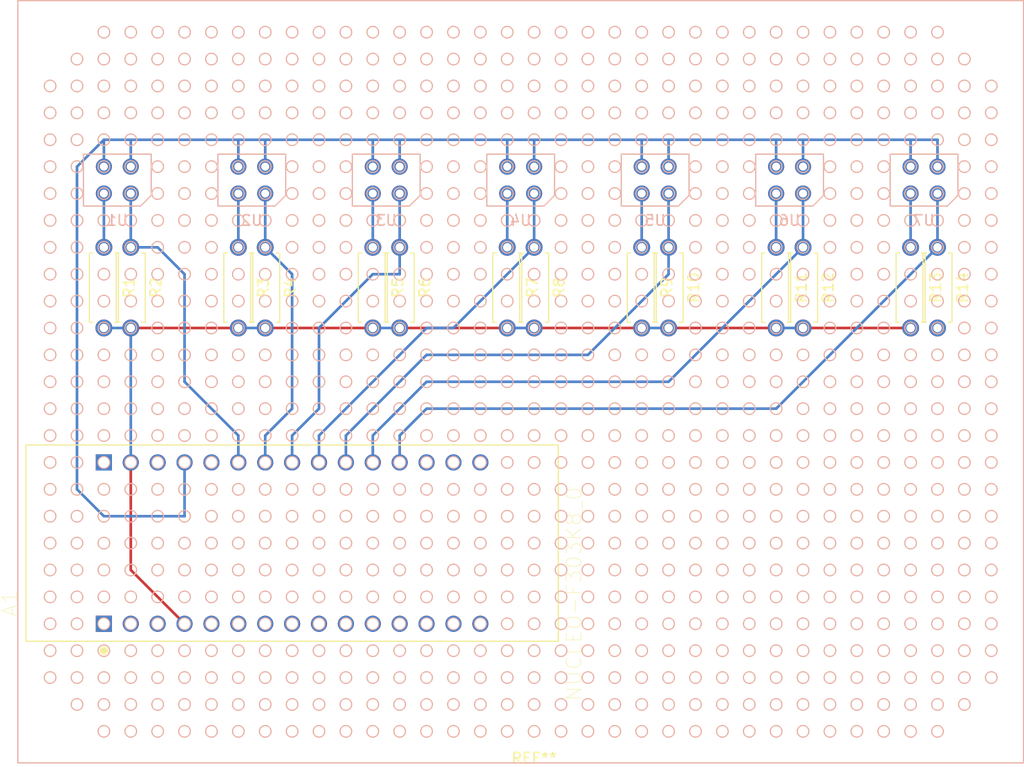
<source format=kicad_pcb>
(kicad_pcb (version 20171130) (host pcbnew "(5.1.2)-1")

  (general
    (thickness 1.6)
    (drawings 0)
    (tracks 92)
    (zones 0)
    (modules 23)
    (nets 37)
  )

  (page A4)
  (layers
    (0 F.Cu signal)
    (31 B.Cu signal)
    (32 B.Adhes user)
    (33 F.Adhes user)
    (34 B.Paste user)
    (35 F.Paste user)
    (36 B.SilkS user)
    (37 F.SilkS user)
    (38 B.Mask user)
    (39 F.Mask user)
    (40 Dwgs.User user)
    (41 Cmts.User user)
    (42 Eco1.User user)
    (43 Eco2.User user)
    (44 Edge.Cuts user)
    (45 Margin user)
    (46 B.CrtYd user)
    (47 F.CrtYd user)
    (48 B.Fab user)
    (49 F.Fab user)
  )

  (setup
    (last_trace_width 0.25)
    (trace_clearance 0.2)
    (zone_clearance 0.508)
    (zone_45_only no)
    (trace_min 0.2)
    (via_size 0.8)
    (via_drill 0.4)
    (via_min_size 0.4)
    (via_min_drill 0.3)
    (uvia_size 0.3)
    (uvia_drill 0.1)
    (uvias_allowed no)
    (uvia_min_size 0.2)
    (uvia_min_drill 0.1)
    (edge_width 0.05)
    (segment_width 0.2)
    (pcb_text_width 0.3)
    (pcb_text_size 1.5 1.5)
    (mod_edge_width 0.12)
    (mod_text_size 1 1)
    (mod_text_width 0.15)
    (pad_size 1.524 1.524)
    (pad_drill 0.762)
    (pad_to_mask_clearance 0.051)
    (solder_mask_min_width 0.25)
    (aux_axis_origin 0 0)
    (visible_elements FFFFFF7F)
    (pcbplotparams
      (layerselection 0x010fc_ffffffff)
      (usegerberextensions false)
      (usegerberattributes false)
      (usegerberadvancedattributes false)
      (creategerberjobfile false)
      (excludeedgelayer true)
      (linewidth 0.100000)
      (plotframeref false)
      (viasonmask false)
      (mode 1)
      (useauxorigin false)
      (hpglpennumber 1)
      (hpglpenspeed 20)
      (hpglpendiameter 15.000000)
      (psnegative false)
      (psa4output false)
      (plotreference true)
      (plotvalue true)
      (plotinvisibletext false)
      (padsonsilk false)
      (subtractmaskfromsilk false)
      (outputformat 1)
      (mirror false)
      (drillshape 1)
      (scaleselection 1)
      (outputdirectory ""))
  )

  (net 0 "")
  (net 1 SIG_1)
  (net 2 "Net-(A1-Pad4.1)")
  (net 3 SIG_2)
  (net 4 GND)
  (net 5 "Net-(A1-Pad3.3)")
  (net 6 "Net-(A1-Pad4.3)")
  (net 7 +5V)
  (net 8 "Net-(A1-Pad3.5)")
  (net 9 "Net-(A1-Pad4.5)")
  (net 10 "Net-(A1-Pad3.6)")
  (net 11 OUT_1)
  (net 12 SIG_4)
  (net 13 OUT_2)
  (net 14 SIG_5)
  (net 15 OUT_3)
  (net 16 "Net-(A1-Pad3.9)")
  (net 17 OUT_4)
  (net 18 SIG_6)
  (net 19 OUT_5)
  (net 20 SIG_7)
  (net 21 OUT_6)
  (net 22 SIG_3)
  (net 23 OUT_7)
  (net 24 "Net-(A1-Pad3.13)")
  (net 25 "Net-(A1-Pad4.13)")
  (net 26 "Net-(A1-Pad3.14)")
  (net 27 "Net-(A1-Pad4.14)")
  (net 28 "Net-(A1-Pad3.15)")
  (net 29 "Net-(A1-Pad4.15)")
  (net 30 "Net-(R1-Pad1)")
  (net 31 "Net-(R3-Pad1)")
  (net 32 "Net-(R5-Pad1)")
  (net 33 "Net-(R7-Pad1)")
  (net 34 "Net-(R9-Pad1)")
  (net 35 "Net-(R11-Pad1)")
  (net 36 "Net-(R13-Pad1)")

  (net_class Default "これはデフォルトのネット クラスです。"
    (clearance 0.2)
    (trace_width 0.25)
    (via_dia 0.8)
    (via_drill 0.4)
    (uvia_dia 0.3)
    (uvia_drill 0.1)
    (add_net +5V)
    (add_net GND)
    (add_net "Net-(A1-Pad3.13)")
    (add_net "Net-(A1-Pad3.14)")
    (add_net "Net-(A1-Pad3.15)")
    (add_net "Net-(A1-Pad3.3)")
    (add_net "Net-(A1-Pad3.5)")
    (add_net "Net-(A1-Pad3.6)")
    (add_net "Net-(A1-Pad3.9)")
    (add_net "Net-(A1-Pad4.1)")
    (add_net "Net-(A1-Pad4.13)")
    (add_net "Net-(A1-Pad4.14)")
    (add_net "Net-(A1-Pad4.15)")
    (add_net "Net-(A1-Pad4.3)")
    (add_net "Net-(A1-Pad4.5)")
    (add_net "Net-(R1-Pad1)")
    (add_net "Net-(R11-Pad1)")
    (add_net "Net-(R13-Pad1)")
    (add_net "Net-(R3-Pad1)")
    (add_net "Net-(R5-Pad1)")
    (add_net "Net-(R7-Pad1)")
    (add_net "Net-(R9-Pad1)")
    (add_net OUT_1)
    (add_net OUT_2)
    (add_net OUT_3)
    (add_net OUT_4)
    (add_net OUT_5)
    (add_net OUT_6)
    (add_net OUT_7)
    (add_net SIG_1)
    (add_net SIG_2)
    (add_net SIG_3)
    (add_net SIG_4)
    (add_net SIG_5)
    (add_net SIG_6)
    (add_net SIG_7)
  )

  (module MyFootprint:universal_B (layer F.Cu) (tedit 5D1573B4) (tstamp 5D16BAC3)
    (at 167.64 99.06)
    (fp_text reference REF** (at 0 35.56) (layer F.SilkS)
      (effects (font (size 1 1) (thickness 0.15)))
    )
    (fp_text value universal_B (at 0 -35) (layer F.Fab)
      (effects (font (size 1 1) (thickness 0.15)))
    )
    (fp_line (start -48.77 -36) (end -48.77 36) (layer B.SilkS) (width 0.12))
    (fp_line (start 46.23 -36) (end 46.23 36) (layer B.SilkS) (width 0.12))
    (fp_line (start 46.23 -36) (end -48.77 -36) (layer B.SilkS) (width 0.12))
    (fp_circle (center 0 0) (end 0.55 0) (layer B.SilkS) (width 0.12))
    (fp_circle (center 2.54 0) (end 3.09 0) (layer B.SilkS) (width 0.12))
    (fp_circle (center 2.54 -2.54) (end 3.09 -2.54) (layer B.SilkS) (width 0.12))
    (fp_circle (center 0 -2.54) (end 0.55 -2.54) (layer B.SilkS) (width 0.12))
    (fp_circle (center 0 2.54) (end 0.55 2.54) (layer B.SilkS) (width 0.12))
    (fp_circle (center 2.54 2.54) (end 3.09 2.54) (layer B.SilkS) (width 0.12))
    (fp_circle (center 2.54 -5.08) (end 3.09 -5.08) (layer B.SilkS) (width 0.12))
    (fp_circle (center 0 -5.08) (end 0.55 -5.08) (layer B.SilkS) (width 0.12))
    (fp_circle (center 2.54 -7.62) (end 3.09 -7.62) (layer B.SilkS) (width 0.12))
    (fp_circle (center 0 -7.62) (end 0.55 -7.62) (layer B.SilkS) (width 0.12))
    (fp_circle (center 0 -10.16) (end 0.55 -10.16) (layer B.SilkS) (width 0.12))
    (fp_circle (center 2.54 -10.16) (end 3.09 -10.16) (layer B.SilkS) (width 0.12))
    (fp_circle (center 2.54 10.16) (end 3.09 10.16) (layer B.SilkS) (width 0.12))
    (fp_circle (center 0 10.16) (end 0.55 10.16) (layer B.SilkS) (width 0.12))
    (fp_circle (center 2.54 7.62) (end 3.09 7.62) (layer B.SilkS) (width 0.12))
    (fp_circle (center 0 7.62) (end 0.55 7.62) (layer B.SilkS) (width 0.12))
    (fp_circle (center 0 5.08) (end 0.55 5.08) (layer B.SilkS) (width 0.12))
    (fp_circle (center 2.54 5.08) (end 3.09 5.08) (layer B.SilkS) (width 0.12))
    (fp_circle (center 2.54 -12.7) (end 3.09 -12.7) (layer B.SilkS) (width 0.12))
    (fp_circle (center 0 -12.7) (end 0.55 -12.7) (layer B.SilkS) (width 0.12))
    (fp_circle (center 2.54 -15.24) (end 3.09 -15.24) (layer B.SilkS) (width 0.12))
    (fp_circle (center 0 -15.24) (end 0.55 -15.24) (layer B.SilkS) (width 0.12))
    (fp_circle (center 0 -17.78) (end 0.55 -17.78) (layer B.SilkS) (width 0.12))
    (fp_circle (center 2.54 -17.78) (end 3.09 -17.78) (layer B.SilkS) (width 0.12))
    (fp_circle (center 2.54 17.78) (end 3.09 17.78) (layer B.SilkS) (width 0.12))
    (fp_circle (center 0 17.78) (end 0.55 17.78) (layer B.SilkS) (width 0.12))
    (fp_circle (center 2.54 15.24) (end 3.09 15.24) (layer B.SilkS) (width 0.12))
    (fp_circle (center 0 15.24) (end 0.55 15.24) (layer B.SilkS) (width 0.12))
    (fp_circle (center 0 12.7) (end 0.55 12.7) (layer B.SilkS) (width 0.12))
    (fp_circle (center 2.54 12.7) (end 3.09 12.7) (layer B.SilkS) (width 0.12))
    (fp_circle (center 2.54 -20.32) (end 3.09 -20.32) (layer B.SilkS) (width 0.12))
    (fp_circle (center 0 -20.32) (end 0.55 -20.32) (layer B.SilkS) (width 0.12))
    (fp_circle (center 2.54 -22.86) (end 3.09 -22.86) (layer B.SilkS) (width 0.12))
    (fp_circle (center 0 -22.86) (end 0.55 -22.86) (layer B.SilkS) (width 0.12))
    (fp_circle (center 0 -25.4) (end 0.55 -25.4) (layer B.SilkS) (width 0.12))
    (fp_circle (center 2.54 -25.4) (end 3.09 -25.4) (layer B.SilkS) (width 0.12))
    (fp_circle (center 2.54 25.4) (end 3.09 25.4) (layer B.SilkS) (width 0.12))
    (fp_circle (center 0 25.4) (end 0.55 25.4) (layer B.SilkS) (width 0.12))
    (fp_circle (center 2.54 22.86) (end 3.09 22.86) (layer B.SilkS) (width 0.12))
    (fp_circle (center 0 22.86) (end 0.55 22.86) (layer B.SilkS) (width 0.12))
    (fp_circle (center 0 20.32) (end 0.55 20.32) (layer B.SilkS) (width 0.12))
    (fp_circle (center 2.54 20.32) (end 3.09 20.32) (layer B.SilkS) (width 0.12))
    (fp_circle (center 2.54 -27.94) (end 3.09 -27.94) (layer B.SilkS) (width 0.12))
    (fp_circle (center 0 -27.94) (end 0.55 -27.94) (layer B.SilkS) (width 0.12))
    (fp_circle (center 2.54 -30.48) (end 3.09 -30.48) (layer B.SilkS) (width 0.12))
    (fp_circle (center 0 -30.48) (end 0.55 -30.48) (layer B.SilkS) (width 0.12))
    (fp_circle (center 0 -33.02) (end 0.55 -33.02) (layer B.SilkS) (width 0.12))
    (fp_circle (center 2.54 -33.02) (end 3.09 -33.02) (layer B.SilkS) (width 0.12))
    (fp_circle (center 2.54 33.02) (end 3.09 33.02) (layer B.SilkS) (width 0.12))
    (fp_circle (center 0 33.02) (end 0.55 33.02) (layer B.SilkS) (width 0.12))
    (fp_circle (center 2.54 30.48) (end 3.09 30.48) (layer B.SilkS) (width 0.12))
    (fp_circle (center 0 30.48) (end 0.55 30.48) (layer B.SilkS) (width 0.12))
    (fp_circle (center 0 27.94) (end 0.55 27.94) (layer B.SilkS) (width 0.12))
    (fp_circle (center 2.54 27.94) (end 3.09 27.94) (layer B.SilkS) (width 0.12))
    (fp_circle (center 5.08 -2.54) (end 5.63 -2.54) (layer B.SilkS) (width 0.12))
    (fp_circle (center 10.16 2.54) (end 10.71 2.54) (layer B.SilkS) (width 0.12))
    (fp_circle (center 7.62 2.54) (end 8.17 2.54) (layer B.SilkS) (width 0.12))
    (fp_circle (center 5.08 2.54) (end 5.63 2.54) (layer B.SilkS) (width 0.12))
    (fp_circle (center 10.16 0) (end 10.71 0) (layer B.SilkS) (width 0.12))
    (fp_circle (center 7.62 0) (end 8.17 0) (layer B.SilkS) (width 0.12))
    (fp_circle (center 5.08 0) (end 5.63 0) (layer B.SilkS) (width 0.12))
    (fp_circle (center 7.62 -2.54) (end 8.17 -2.54) (layer B.SilkS) (width 0.12))
    (fp_circle (center 10.16 -2.54) (end 10.71 -2.54) (layer B.SilkS) (width 0.12))
    (fp_circle (center 10.16 27.94) (end 10.71 27.94) (layer B.SilkS) (width 0.12))
    (fp_circle (center 7.62 27.94) (end 8.17 27.94) (layer B.SilkS) (width 0.12))
    (fp_circle (center 7.62 30.48) (end 8.17 30.48) (layer B.SilkS) (width 0.12))
    (fp_circle (center 7.62 33.02) (end 8.17 33.02) (layer B.SilkS) (width 0.12))
    (fp_circle (center 10.16 33.02) (end 10.71 33.02) (layer B.SilkS) (width 0.12))
    (fp_circle (center 5.08 33.02) (end 5.63 33.02) (layer B.SilkS) (width 0.12))
    (fp_circle (center 5.08 30.48) (end 5.63 30.48) (layer B.SilkS) (width 0.12))
    (fp_circle (center 5.08 27.94) (end 5.63 27.94) (layer B.SilkS) (width 0.12))
    (fp_circle (center 10.16 30.48) (end 10.71 30.48) (layer B.SilkS) (width 0.12))
    (fp_circle (center 7.62 -30.48) (end 8.17 -30.48) (layer B.SilkS) (width 0.12))
    (fp_circle (center 5.08 -27.94) (end 5.63 -27.94) (layer B.SilkS) (width 0.12))
    (fp_circle (center 5.08 -33.02) (end 5.63 -33.02) (layer B.SilkS) (width 0.12))
    (fp_circle (center 7.62 -27.94) (end 8.17 -27.94) (layer B.SilkS) (width 0.12))
    (fp_circle (center 7.62 -33.02) (end 8.17 -33.02) (layer B.SilkS) (width 0.12))
    (fp_circle (center 5.08 -30.48) (end 5.63 -30.48) (layer B.SilkS) (width 0.12))
    (fp_circle (center 10.16 -30.48) (end 10.71 -30.48) (layer B.SilkS) (width 0.12))
    (fp_circle (center 10.16 -27.94) (end 10.71 -27.94) (layer B.SilkS) (width 0.12))
    (fp_circle (center 10.16 -33.02) (end 10.71 -33.02) (layer B.SilkS) (width 0.12))
    (fp_circle (center 7.62 25.4) (end 8.17 25.4) (layer B.SilkS) (width 0.12))
    (fp_circle (center 7.62 20.32) (end 8.17 20.32) (layer B.SilkS) (width 0.12))
    (fp_circle (center 10.16 20.32) (end 10.71 20.32) (layer B.SilkS) (width 0.12))
    (fp_circle (center 10.16 22.86) (end 10.71 22.86) (layer B.SilkS) (width 0.12))
    (fp_circle (center 10.16 25.4) (end 10.71 25.4) (layer B.SilkS) (width 0.12))
    (fp_circle (center 7.62 22.86) (end 8.17 22.86) (layer B.SilkS) (width 0.12))
    (fp_circle (center 5.08 22.86) (end 5.63 22.86) (layer B.SilkS) (width 0.12))
    (fp_circle (center 5.08 20.32) (end 5.63 20.32) (layer B.SilkS) (width 0.12))
    (fp_circle (center 5.08 25.4) (end 5.63 25.4) (layer B.SilkS) (width 0.12))
    (fp_circle (center 7.62 -22.86) (end 8.17 -22.86) (layer B.SilkS) (width 0.12))
    (fp_circle (center 5.08 -20.32) (end 5.63 -20.32) (layer B.SilkS) (width 0.12))
    (fp_circle (center 10.16 -20.32) (end 10.71 -20.32) (layer B.SilkS) (width 0.12))
    (fp_circle (center 10.16 -25.4) (end 10.71 -25.4) (layer B.SilkS) (width 0.12))
    (fp_circle (center 5.08 -22.86) (end 5.63 -22.86) (layer B.SilkS) (width 0.12))
    (fp_circle (center 7.62 -25.4) (end 8.17 -25.4) (layer B.SilkS) (width 0.12))
    (fp_circle (center 5.08 -25.4) (end 5.63 -25.4) (layer B.SilkS) (width 0.12))
    (fp_circle (center 10.16 -22.86) (end 10.71 -22.86) (layer B.SilkS) (width 0.12))
    (fp_circle (center 7.62 -20.32) (end 8.17 -20.32) (layer B.SilkS) (width 0.12))
    (fp_circle (center 7.62 12.7) (end 8.17 12.7) (layer B.SilkS) (width 0.12))
    (fp_circle (center 7.62 15.24) (end 8.17 15.24) (layer B.SilkS) (width 0.12))
    (fp_circle (center 5.08 12.7) (end 5.63 12.7) (layer B.SilkS) (width 0.12))
    (fp_circle (center 10.16 15.24) (end 10.71 15.24) (layer B.SilkS) (width 0.12))
    (fp_circle (center 7.62 17.78) (end 8.17 17.78) (layer B.SilkS) (width 0.12))
    (fp_circle (center 10.16 17.78) (end 10.71 17.78) (layer B.SilkS) (width 0.12))
    (fp_circle (center 10.16 12.7) (end 10.71 12.7) (layer B.SilkS) (width 0.12))
    (fp_circle (center 5.08 15.24) (end 5.63 15.24) (layer B.SilkS) (width 0.12))
    (fp_circle (center 5.08 17.78) (end 5.63 17.78) (layer B.SilkS) (width 0.12))
    (fp_circle (center 10.16 -12.7) (end 10.71 -12.7) (layer B.SilkS) (width 0.12))
    (fp_circle (center 5.08 -12.7) (end 5.63 -12.7) (layer B.SilkS) (width 0.12))
    (fp_circle (center 7.62 -12.7) (end 8.17 -12.7) (layer B.SilkS) (width 0.12))
    (fp_circle (center 5.08 -15.24) (end 5.63 -15.24) (layer B.SilkS) (width 0.12))
    (fp_circle (center 5.08 -17.78) (end 5.63 -17.78) (layer B.SilkS) (width 0.12))
    (fp_circle (center 10.16 -15.24) (end 10.71 -15.24) (layer B.SilkS) (width 0.12))
    (fp_circle (center 10.16 -17.78) (end 10.71 -17.78) (layer B.SilkS) (width 0.12))
    (fp_circle (center 7.62 -17.78) (end 8.17 -17.78) (layer B.SilkS) (width 0.12))
    (fp_circle (center 7.62 -15.24) (end 8.17 -15.24) (layer B.SilkS) (width 0.12))
    (fp_circle (center 10.16 7.62) (end 10.71 7.62) (layer B.SilkS) (width 0.12))
    (fp_circle (center 10.16 -7.62) (end 10.71 -7.62) (layer B.SilkS) (width 0.12))
    (fp_circle (center 7.62 -5.08) (end 8.17 -5.08) (layer B.SilkS) (width 0.12))
    (fp_circle (center 10.16 5.08) (end 10.71 5.08) (layer B.SilkS) (width 0.12))
    (fp_circle (center 10.16 -10.16) (end 10.71 -10.16) (layer B.SilkS) (width 0.12))
    (fp_circle (center 7.62 5.08) (end 8.17 5.08) (layer B.SilkS) (width 0.12))
    (fp_circle (center 7.62 7.62) (end 8.17 7.62) (layer B.SilkS) (width 0.12))
    (fp_circle (center 5.08 10.16) (end 5.63 10.16) (layer B.SilkS) (width 0.12))
    (fp_circle (center 7.62 10.16) (end 8.17 10.16) (layer B.SilkS) (width 0.12))
    (fp_circle (center 10.16 10.16) (end 10.71 10.16) (layer B.SilkS) (width 0.12))
    (fp_circle (center 5.08 -10.16) (end 5.63 -10.16) (layer B.SilkS) (width 0.12))
    (fp_circle (center 5.08 -5.08) (end 5.63 -5.08) (layer B.SilkS) (width 0.12))
    (fp_circle (center 5.08 -7.62) (end 5.63 -7.62) (layer B.SilkS) (width 0.12))
    (fp_circle (center 5.08 5.08) (end 5.63 5.08) (layer B.SilkS) (width 0.12))
    (fp_circle (center 7.62 -10.16) (end 8.17 -10.16) (layer B.SilkS) (width 0.12))
    (fp_circle (center 10.16 -5.08) (end 10.71 -5.08) (layer B.SilkS) (width 0.12))
    (fp_circle (center 5.08 7.62) (end 5.63 7.62) (layer B.SilkS) (width 0.12))
    (fp_circle (center 7.62 -7.62) (end 8.17 -7.62) (layer B.SilkS) (width 0.12))
    (fp_circle (center 12.7 -2.54) (end 13.25 -2.54) (layer B.SilkS) (width 0.12))
    (fp_circle (center 17.78 2.54) (end 18.33 2.54) (layer B.SilkS) (width 0.12))
    (fp_circle (center 15.24 2.54) (end 15.79 2.54) (layer B.SilkS) (width 0.12))
    (fp_circle (center 12.7 2.54) (end 13.25 2.54) (layer B.SilkS) (width 0.12))
    (fp_circle (center 17.78 0) (end 18.33 0) (layer B.SilkS) (width 0.12))
    (fp_circle (center 15.24 0) (end 15.79 0) (layer B.SilkS) (width 0.12))
    (fp_circle (center 12.7 0) (end 13.25 0) (layer B.SilkS) (width 0.12))
    (fp_circle (center 15.24 -2.54) (end 15.79 -2.54) (layer B.SilkS) (width 0.12))
    (fp_circle (center 17.78 -2.54) (end 18.33 -2.54) (layer B.SilkS) (width 0.12))
    (fp_circle (center 17.78 27.94) (end 18.33 27.94) (layer B.SilkS) (width 0.12))
    (fp_circle (center 15.24 27.94) (end 15.79 27.94) (layer B.SilkS) (width 0.12))
    (fp_circle (center 15.24 30.48) (end 15.79 30.48) (layer B.SilkS) (width 0.12))
    (fp_circle (center 15.24 33.02) (end 15.79 33.02) (layer B.SilkS) (width 0.12))
    (fp_circle (center 17.78 33.02) (end 18.33 33.02) (layer B.SilkS) (width 0.12))
    (fp_circle (center 12.7 33.02) (end 13.25 33.02) (layer B.SilkS) (width 0.12))
    (fp_circle (center 12.7 30.48) (end 13.25 30.48) (layer B.SilkS) (width 0.12))
    (fp_circle (center 12.7 27.94) (end 13.25 27.94) (layer B.SilkS) (width 0.12))
    (fp_circle (center 17.78 30.48) (end 18.33 30.48) (layer B.SilkS) (width 0.12))
    (fp_circle (center 15.24 -30.48) (end 15.79 -30.48) (layer B.SilkS) (width 0.12))
    (fp_circle (center 12.7 -27.94) (end 13.25 -27.94) (layer B.SilkS) (width 0.12))
    (fp_circle (center 12.7 -33.02) (end 13.25 -33.02) (layer B.SilkS) (width 0.12))
    (fp_circle (center 15.24 -27.94) (end 15.79 -27.94) (layer B.SilkS) (width 0.12))
    (fp_circle (center 15.24 -33.02) (end 15.79 -33.02) (layer B.SilkS) (width 0.12))
    (fp_circle (center 12.7 -30.48) (end 13.25 -30.48) (layer B.SilkS) (width 0.12))
    (fp_circle (center 17.78 -30.48) (end 18.33 -30.48) (layer B.SilkS) (width 0.12))
    (fp_circle (center 17.78 -27.94) (end 18.33 -27.94) (layer B.SilkS) (width 0.12))
    (fp_circle (center 17.78 -33.02) (end 18.33 -33.02) (layer B.SilkS) (width 0.12))
    (fp_circle (center 15.24 25.4) (end 15.79 25.4) (layer B.SilkS) (width 0.12))
    (fp_circle (center 15.24 20.32) (end 15.79 20.32) (layer B.SilkS) (width 0.12))
    (fp_circle (center 17.78 20.32) (end 18.33 20.32) (layer B.SilkS) (width 0.12))
    (fp_circle (center 17.78 22.86) (end 18.33 22.86) (layer B.SilkS) (width 0.12))
    (fp_circle (center 17.78 25.4) (end 18.33 25.4) (layer B.SilkS) (width 0.12))
    (fp_circle (center 15.24 22.86) (end 15.79 22.86) (layer B.SilkS) (width 0.12))
    (fp_circle (center 12.7 22.86) (end 13.25 22.86) (layer B.SilkS) (width 0.12))
    (fp_circle (center 12.7 20.32) (end 13.25 20.32) (layer B.SilkS) (width 0.12))
    (fp_circle (center 12.7 25.4) (end 13.25 25.4) (layer B.SilkS) (width 0.12))
    (fp_circle (center 15.24 -22.86) (end 15.79 -22.86) (layer B.SilkS) (width 0.12))
    (fp_circle (center 12.7 -20.32) (end 13.25 -20.32) (layer B.SilkS) (width 0.12))
    (fp_circle (center 17.78 -20.32) (end 18.33 -20.32) (layer B.SilkS) (width 0.12))
    (fp_circle (center 17.78 -25.4) (end 18.33 -25.4) (layer B.SilkS) (width 0.12))
    (fp_circle (center 12.7 -22.86) (end 13.25 -22.86) (layer B.SilkS) (width 0.12))
    (fp_circle (center 15.24 -25.4) (end 15.79 -25.4) (layer B.SilkS) (width 0.12))
    (fp_circle (center 12.7 -25.4) (end 13.25 -25.4) (layer B.SilkS) (width 0.12))
    (fp_circle (center 17.78 -22.86) (end 18.33 -22.86) (layer B.SilkS) (width 0.12))
    (fp_circle (center 15.24 -20.32) (end 15.79 -20.32) (layer B.SilkS) (width 0.12))
    (fp_circle (center 15.24 12.7) (end 15.79 12.7) (layer B.SilkS) (width 0.12))
    (fp_circle (center 15.24 15.24) (end 15.79 15.24) (layer B.SilkS) (width 0.12))
    (fp_circle (center 12.7 12.7) (end 13.25 12.7) (layer B.SilkS) (width 0.12))
    (fp_circle (center 17.78 15.24) (end 18.33 15.24) (layer B.SilkS) (width 0.12))
    (fp_circle (center 15.24 17.78) (end 15.79 17.78) (layer B.SilkS) (width 0.12))
    (fp_circle (center 17.78 17.78) (end 18.33 17.78) (layer B.SilkS) (width 0.12))
    (fp_circle (center 17.78 12.7) (end 18.33 12.7) (layer B.SilkS) (width 0.12))
    (fp_circle (center 12.7 15.24) (end 13.25 15.24) (layer B.SilkS) (width 0.12))
    (fp_circle (center 12.7 17.78) (end 13.25 17.78) (layer B.SilkS) (width 0.12))
    (fp_circle (center 17.78 -12.7) (end 18.33 -12.7) (layer B.SilkS) (width 0.12))
    (fp_circle (center 12.7 -12.7) (end 13.25 -12.7) (layer B.SilkS) (width 0.12))
    (fp_circle (center 15.24 -12.7) (end 15.79 -12.7) (layer B.SilkS) (width 0.12))
    (fp_circle (center 12.7 -15.24) (end 13.25 -15.24) (layer B.SilkS) (width 0.12))
    (fp_circle (center 12.7 -17.78) (end 13.25 -17.78) (layer B.SilkS) (width 0.12))
    (fp_circle (center 17.78 -15.24) (end 18.33 -15.24) (layer B.SilkS) (width 0.12))
    (fp_circle (center 17.78 -17.78) (end 18.33 -17.78) (layer B.SilkS) (width 0.12))
    (fp_circle (center 15.24 -17.78) (end 15.79 -17.78) (layer B.SilkS) (width 0.12))
    (fp_circle (center 15.24 -15.24) (end 15.79 -15.24) (layer B.SilkS) (width 0.12))
    (fp_circle (center 17.78 7.62) (end 18.33 7.62) (layer B.SilkS) (width 0.12))
    (fp_circle (center 17.78 -7.62) (end 18.33 -7.62) (layer B.SilkS) (width 0.12))
    (fp_circle (center 15.24 -5.08) (end 15.79 -5.08) (layer B.SilkS) (width 0.12))
    (fp_circle (center 17.78 5.08) (end 18.33 5.08) (layer B.SilkS) (width 0.12))
    (fp_circle (center 17.78 -10.16) (end 18.33 -10.16) (layer B.SilkS) (width 0.12))
    (fp_circle (center 15.24 5.08) (end 15.79 5.08) (layer B.SilkS) (width 0.12))
    (fp_circle (center 15.24 7.62) (end 15.79 7.62) (layer B.SilkS) (width 0.12))
    (fp_circle (center 12.7 10.16) (end 13.25 10.16) (layer B.SilkS) (width 0.12))
    (fp_circle (center 15.24 10.16) (end 15.79 10.16) (layer B.SilkS) (width 0.12))
    (fp_circle (center 17.78 10.16) (end 18.33 10.16) (layer B.SilkS) (width 0.12))
    (fp_circle (center 12.7 -10.16) (end 13.25 -10.16) (layer B.SilkS) (width 0.12))
    (fp_circle (center 12.7 -5.08) (end 13.25 -5.08) (layer B.SilkS) (width 0.12))
    (fp_circle (center 12.7 -7.62) (end 13.25 -7.62) (layer B.SilkS) (width 0.12))
    (fp_circle (center 12.7 5.08) (end 13.25 5.08) (layer B.SilkS) (width 0.12))
    (fp_circle (center 15.24 -10.16) (end 15.79 -10.16) (layer B.SilkS) (width 0.12))
    (fp_circle (center 17.78 -5.08) (end 18.33 -5.08) (layer B.SilkS) (width 0.12))
    (fp_circle (center 12.7 7.62) (end 13.25 7.62) (layer B.SilkS) (width 0.12))
    (fp_circle (center 15.24 -7.62) (end 15.79 -7.62) (layer B.SilkS) (width 0.12))
    (fp_circle (center 20.32 -2.54) (end 20.87 -2.54) (layer B.SilkS) (width 0.12))
    (fp_circle (center 25.4 2.54) (end 25.95 2.54) (layer B.SilkS) (width 0.12))
    (fp_circle (center 22.86 2.54) (end 23.41 2.54) (layer B.SilkS) (width 0.12))
    (fp_circle (center 20.32 2.54) (end 20.87 2.54) (layer B.SilkS) (width 0.12))
    (fp_circle (center 25.4 0) (end 25.95 0) (layer B.SilkS) (width 0.12))
    (fp_circle (center 22.86 0) (end 23.41 0) (layer B.SilkS) (width 0.12))
    (fp_circle (center 20.32 0) (end 20.87 0) (layer B.SilkS) (width 0.12))
    (fp_circle (center 22.86 -2.54) (end 23.41 -2.54) (layer B.SilkS) (width 0.12))
    (fp_circle (center 25.4 -2.54) (end 25.95 -2.54) (layer B.SilkS) (width 0.12))
    (fp_circle (center 25.4 27.94) (end 25.95 27.94) (layer B.SilkS) (width 0.12))
    (fp_circle (center 22.86 27.94) (end 23.41 27.94) (layer B.SilkS) (width 0.12))
    (fp_circle (center 22.86 30.48) (end 23.41 30.48) (layer B.SilkS) (width 0.12))
    (fp_circle (center 22.86 33.02) (end 23.41 33.02) (layer B.SilkS) (width 0.12))
    (fp_circle (center 25.4 33.02) (end 25.95 33.02) (layer B.SilkS) (width 0.12))
    (fp_circle (center 20.32 33.02) (end 20.87 33.02) (layer B.SilkS) (width 0.12))
    (fp_circle (center 20.32 30.48) (end 20.87 30.48) (layer B.SilkS) (width 0.12))
    (fp_circle (center 20.32 27.94) (end 20.87 27.94) (layer B.SilkS) (width 0.12))
    (fp_circle (center 25.4 30.48) (end 25.95 30.48) (layer B.SilkS) (width 0.12))
    (fp_circle (center 22.86 -30.48) (end 23.41 -30.48) (layer B.SilkS) (width 0.12))
    (fp_circle (center 20.32 -27.94) (end 20.87 -27.94) (layer B.SilkS) (width 0.12))
    (fp_circle (center 20.32 -33.02) (end 20.87 -33.02) (layer B.SilkS) (width 0.12))
    (fp_circle (center 22.86 -27.94) (end 23.41 -27.94) (layer B.SilkS) (width 0.12))
    (fp_circle (center 22.86 -33.02) (end 23.41 -33.02) (layer B.SilkS) (width 0.12))
    (fp_circle (center 20.32 -30.48) (end 20.87 -30.48) (layer B.SilkS) (width 0.12))
    (fp_circle (center 25.4 -30.48) (end 25.95 -30.48) (layer B.SilkS) (width 0.12))
    (fp_circle (center 25.4 -27.94) (end 25.95 -27.94) (layer B.SilkS) (width 0.12))
    (fp_circle (center 25.4 -33.02) (end 25.95 -33.02) (layer B.SilkS) (width 0.12))
    (fp_circle (center 22.86 25.4) (end 23.41 25.4) (layer B.SilkS) (width 0.12))
    (fp_circle (center 22.86 20.32) (end 23.41 20.32) (layer B.SilkS) (width 0.12))
    (fp_circle (center 25.4 20.32) (end 25.95 20.32) (layer B.SilkS) (width 0.12))
    (fp_circle (center 25.4 22.86) (end 25.95 22.86) (layer B.SilkS) (width 0.12))
    (fp_circle (center 25.4 25.4) (end 25.95 25.4) (layer B.SilkS) (width 0.12))
    (fp_circle (center 22.86 22.86) (end 23.41 22.86) (layer B.SilkS) (width 0.12))
    (fp_circle (center 20.32 22.86) (end 20.87 22.86) (layer B.SilkS) (width 0.12))
    (fp_circle (center 20.32 20.32) (end 20.87 20.32) (layer B.SilkS) (width 0.12))
    (fp_circle (center 20.32 25.4) (end 20.87 25.4) (layer B.SilkS) (width 0.12))
    (fp_circle (center 22.86 -22.86) (end 23.41 -22.86) (layer B.SilkS) (width 0.12))
    (fp_circle (center 20.32 -20.32) (end 20.87 -20.32) (layer B.SilkS) (width 0.12))
    (fp_circle (center 25.4 -20.32) (end 25.95 -20.32) (layer B.SilkS) (width 0.12))
    (fp_circle (center 25.4 -25.4) (end 25.95 -25.4) (layer B.SilkS) (width 0.12))
    (fp_circle (center 20.32 -22.86) (end 20.87 -22.86) (layer B.SilkS) (width 0.12))
    (fp_circle (center 22.86 -25.4) (end 23.41 -25.4) (layer B.SilkS) (width 0.12))
    (fp_circle (center 20.32 -25.4) (end 20.87 -25.4) (layer B.SilkS) (width 0.12))
    (fp_circle (center 25.4 -22.86) (end 25.95 -22.86) (layer B.SilkS) (width 0.12))
    (fp_circle (center 22.86 -20.32) (end 23.41 -20.32) (layer B.SilkS) (width 0.12))
    (fp_circle (center 22.86 12.7) (end 23.41 12.7) (layer B.SilkS) (width 0.12))
    (fp_circle (center 22.86 15.24) (end 23.41 15.24) (layer B.SilkS) (width 0.12))
    (fp_circle (center 20.32 12.7) (end 20.87 12.7) (layer B.SilkS) (width 0.12))
    (fp_circle (center 25.4 15.24) (end 25.95 15.24) (layer B.SilkS) (width 0.12))
    (fp_circle (center 22.86 17.78) (end 23.41 17.78) (layer B.SilkS) (width 0.12))
    (fp_circle (center 25.4 17.78) (end 25.95 17.78) (layer B.SilkS) (width 0.12))
    (fp_circle (center 25.4 12.7) (end 25.95 12.7) (layer B.SilkS) (width 0.12))
    (fp_circle (center 20.32 15.24) (end 20.87 15.24) (layer B.SilkS) (width 0.12))
    (fp_circle (center 20.32 17.78) (end 20.87 17.78) (layer B.SilkS) (width 0.12))
    (fp_circle (center 25.4 -12.7) (end 25.95 -12.7) (layer B.SilkS) (width 0.12))
    (fp_circle (center 20.32 -12.7) (end 20.87 -12.7) (layer B.SilkS) (width 0.12))
    (fp_circle (center 22.86 -12.7) (end 23.41 -12.7) (layer B.SilkS) (width 0.12))
    (fp_circle (center 20.32 -15.24) (end 20.87 -15.24) (layer B.SilkS) (width 0.12))
    (fp_circle (center 20.32 -17.78) (end 20.87 -17.78) (layer B.SilkS) (width 0.12))
    (fp_circle (center 25.4 -15.24) (end 25.95 -15.24) (layer B.SilkS) (width 0.12))
    (fp_circle (center 25.4 -17.78) (end 25.95 -17.78) (layer B.SilkS) (width 0.12))
    (fp_circle (center 22.86 -17.78) (end 23.41 -17.78) (layer B.SilkS) (width 0.12))
    (fp_circle (center 22.86 -15.24) (end 23.41 -15.24) (layer B.SilkS) (width 0.12))
    (fp_circle (center 25.4 7.62) (end 25.95 7.62) (layer B.SilkS) (width 0.12))
    (fp_circle (center 25.4 -7.62) (end 25.95 -7.62) (layer B.SilkS) (width 0.12))
    (fp_circle (center 22.86 -5.08) (end 23.41 -5.08) (layer B.SilkS) (width 0.12))
    (fp_circle (center 25.4 5.08) (end 25.95 5.08) (layer B.SilkS) (width 0.12))
    (fp_circle (center 25.4 -10.16) (end 25.95 -10.16) (layer B.SilkS) (width 0.12))
    (fp_circle (center 22.86 5.08) (end 23.41 5.08) (layer B.SilkS) (width 0.12))
    (fp_circle (center 22.86 7.62) (end 23.41 7.62) (layer B.SilkS) (width 0.12))
    (fp_circle (center 20.32 10.16) (end 20.87 10.16) (layer B.SilkS) (width 0.12))
    (fp_circle (center 22.86 10.16) (end 23.41 10.16) (layer B.SilkS) (width 0.12))
    (fp_circle (center 25.4 10.16) (end 25.95 10.16) (layer B.SilkS) (width 0.12))
    (fp_circle (center 20.32 -10.16) (end 20.87 -10.16) (layer B.SilkS) (width 0.12))
    (fp_circle (center 20.32 -5.08) (end 20.87 -5.08) (layer B.SilkS) (width 0.12))
    (fp_circle (center 20.32 -7.62) (end 20.87 -7.62) (layer B.SilkS) (width 0.12))
    (fp_circle (center 20.32 5.08) (end 20.87 5.08) (layer B.SilkS) (width 0.12))
    (fp_circle (center 22.86 -10.16) (end 23.41 -10.16) (layer B.SilkS) (width 0.12))
    (fp_circle (center 25.4 -5.08) (end 25.95 -5.08) (layer B.SilkS) (width 0.12))
    (fp_circle (center 20.32 7.62) (end 20.87 7.62) (layer B.SilkS) (width 0.12))
    (fp_circle (center 22.86 -7.62) (end 23.41 -7.62) (layer B.SilkS) (width 0.12))
    (fp_circle (center 27.94 -2.54) (end 28.49 -2.54) (layer B.SilkS) (width 0.12))
    (fp_circle (center 33.02 2.54) (end 33.57 2.54) (layer B.SilkS) (width 0.12))
    (fp_circle (center 30.48 2.54) (end 31.03 2.54) (layer B.SilkS) (width 0.12))
    (fp_circle (center 27.94 2.54) (end 28.49 2.54) (layer B.SilkS) (width 0.12))
    (fp_circle (center 33.02 0) (end 33.57 0) (layer B.SilkS) (width 0.12))
    (fp_circle (center 30.48 0) (end 31.03 0) (layer B.SilkS) (width 0.12))
    (fp_circle (center 27.94 0) (end 28.49 0) (layer B.SilkS) (width 0.12))
    (fp_circle (center 30.48 -2.54) (end 31.03 -2.54) (layer B.SilkS) (width 0.12))
    (fp_circle (center 33.02 -2.54) (end 33.57 -2.54) (layer B.SilkS) (width 0.12))
    (fp_circle (center 33.02 27.94) (end 33.57 27.94) (layer B.SilkS) (width 0.12))
    (fp_circle (center 30.48 27.94) (end 31.03 27.94) (layer B.SilkS) (width 0.12))
    (fp_circle (center 30.48 30.48) (end 31.03 30.48) (layer B.SilkS) (width 0.12))
    (fp_circle (center 30.48 33.02) (end 31.03 33.02) (layer B.SilkS) (width 0.12))
    (fp_circle (center 33.02 33.02) (end 33.57 33.02) (layer B.SilkS) (width 0.12))
    (fp_circle (center 27.94 33.02) (end 28.49 33.02) (layer B.SilkS) (width 0.12))
    (fp_circle (center 27.94 30.48) (end 28.49 30.48) (layer B.SilkS) (width 0.12))
    (fp_circle (center 27.94 27.94) (end 28.49 27.94) (layer B.SilkS) (width 0.12))
    (fp_circle (center 33.02 30.48) (end 33.57 30.48) (layer B.SilkS) (width 0.12))
    (fp_circle (center 30.48 -30.48) (end 31.03 -30.48) (layer B.SilkS) (width 0.12))
    (fp_circle (center 27.94 -27.94) (end 28.49 -27.94) (layer B.SilkS) (width 0.12))
    (fp_circle (center 27.94 -33.02) (end 28.49 -33.02) (layer B.SilkS) (width 0.12))
    (fp_circle (center 30.48 -27.94) (end 31.03 -27.94) (layer B.SilkS) (width 0.12))
    (fp_circle (center 30.48 -33.02) (end 31.03 -33.02) (layer B.SilkS) (width 0.12))
    (fp_circle (center 27.94 -30.48) (end 28.49 -30.48) (layer B.SilkS) (width 0.12))
    (fp_circle (center 33.02 -30.48) (end 33.57 -30.48) (layer B.SilkS) (width 0.12))
    (fp_circle (center 33.02 -27.94) (end 33.57 -27.94) (layer B.SilkS) (width 0.12))
    (fp_circle (center 33.02 -33.02) (end 33.57 -33.02) (layer B.SilkS) (width 0.12))
    (fp_circle (center 30.48 25.4) (end 31.03 25.4) (layer B.SilkS) (width 0.12))
    (fp_circle (center 30.48 20.32) (end 31.03 20.32) (layer B.SilkS) (width 0.12))
    (fp_circle (center 33.02 20.32) (end 33.57 20.32) (layer B.SilkS) (width 0.12))
    (fp_circle (center 33.02 22.86) (end 33.57 22.86) (layer B.SilkS) (width 0.12))
    (fp_circle (center 33.02 25.4) (end 33.57 25.4) (layer B.SilkS) (width 0.12))
    (fp_circle (center 30.48 22.86) (end 31.03 22.86) (layer B.SilkS) (width 0.12))
    (fp_circle (center 27.94 22.86) (end 28.49 22.86) (layer B.SilkS) (width 0.12))
    (fp_circle (center 27.94 20.32) (end 28.49 20.32) (layer B.SilkS) (width 0.12))
    (fp_circle (center 27.94 25.4) (end 28.49 25.4) (layer B.SilkS) (width 0.12))
    (fp_circle (center 30.48 -22.86) (end 31.03 -22.86) (layer B.SilkS) (width 0.12))
    (fp_circle (center 27.94 -20.32) (end 28.49 -20.32) (layer B.SilkS) (width 0.12))
    (fp_circle (center 33.02 -20.32) (end 33.57 -20.32) (layer B.SilkS) (width 0.12))
    (fp_circle (center 33.02 -25.4) (end 33.57 -25.4) (layer B.SilkS) (width 0.12))
    (fp_circle (center 27.94 -22.86) (end 28.49 -22.86) (layer B.SilkS) (width 0.12))
    (fp_circle (center 30.48 -25.4) (end 31.03 -25.4) (layer B.SilkS) (width 0.12))
    (fp_circle (center 27.94 -25.4) (end 28.49 -25.4) (layer B.SilkS) (width 0.12))
    (fp_circle (center 33.02 -22.86) (end 33.57 -22.86) (layer B.SilkS) (width 0.12))
    (fp_circle (center 30.48 -20.32) (end 31.03 -20.32) (layer B.SilkS) (width 0.12))
    (fp_circle (center 30.48 12.7) (end 31.03 12.7) (layer B.SilkS) (width 0.12))
    (fp_circle (center 30.48 15.24) (end 31.03 15.24) (layer B.SilkS) (width 0.12))
    (fp_circle (center 27.94 12.7) (end 28.49 12.7) (layer B.SilkS) (width 0.12))
    (fp_circle (center 33.02 15.24) (end 33.57 15.24) (layer B.SilkS) (width 0.12))
    (fp_circle (center 30.48 17.78) (end 31.03 17.78) (layer B.SilkS) (width 0.12))
    (fp_circle (center 33.02 17.78) (end 33.57 17.78) (layer B.SilkS) (width 0.12))
    (fp_circle (center 33.02 12.7) (end 33.57 12.7) (layer B.SilkS) (width 0.12))
    (fp_circle (center 27.94 15.24) (end 28.49 15.24) (layer B.SilkS) (width 0.12))
    (fp_circle (center 27.94 17.78) (end 28.49 17.78) (layer B.SilkS) (width 0.12))
    (fp_circle (center 33.02 -12.7) (end 33.57 -12.7) (layer B.SilkS) (width 0.12))
    (fp_circle (center 27.94 -12.7) (end 28.49 -12.7) (layer B.SilkS) (width 0.12))
    (fp_circle (center 30.48 -12.7) (end 31.03 -12.7) (layer B.SilkS) (width 0.12))
    (fp_circle (center 27.94 -15.24) (end 28.49 -15.24) (layer B.SilkS) (width 0.12))
    (fp_circle (center 27.94 -17.78) (end 28.49 -17.78) (layer B.SilkS) (width 0.12))
    (fp_circle (center 33.02 -15.24) (end 33.57 -15.24) (layer B.SilkS) (width 0.12))
    (fp_circle (center 33.02 -17.78) (end 33.57 -17.78) (layer B.SilkS) (width 0.12))
    (fp_circle (center 30.48 -17.78) (end 31.03 -17.78) (layer B.SilkS) (width 0.12))
    (fp_circle (center 30.48 -15.24) (end 31.03 -15.24) (layer B.SilkS) (width 0.12))
    (fp_circle (center 33.02 7.62) (end 33.57 7.62) (layer B.SilkS) (width 0.12))
    (fp_circle (center 33.02 -7.62) (end 33.57 -7.62) (layer B.SilkS) (width 0.12))
    (fp_circle (center 30.48 -5.08) (end 31.03 -5.08) (layer B.SilkS) (width 0.12))
    (fp_circle (center 33.02 5.08) (end 33.57 5.08) (layer B.SilkS) (width 0.12))
    (fp_circle (center 33.02 -10.16) (end 33.57 -10.16) (layer B.SilkS) (width 0.12))
    (fp_circle (center 30.48 5.08) (end 31.03 5.08) (layer B.SilkS) (width 0.12))
    (fp_circle (center 30.48 7.62) (end 31.03 7.62) (layer B.SilkS) (width 0.12))
    (fp_circle (center 27.94 10.16) (end 28.49 10.16) (layer B.SilkS) (width 0.12))
    (fp_circle (center 30.48 10.16) (end 31.03 10.16) (layer B.SilkS) (width 0.12))
    (fp_circle (center 33.02 10.16) (end 33.57 10.16) (layer B.SilkS) (width 0.12))
    (fp_circle (center 27.94 -10.16) (end 28.49 -10.16) (layer B.SilkS) (width 0.12))
    (fp_circle (center 27.94 -5.08) (end 28.49 -5.08) (layer B.SilkS) (width 0.12))
    (fp_circle (center 27.94 -7.62) (end 28.49 -7.62) (layer B.SilkS) (width 0.12))
    (fp_circle (center 27.94 5.08) (end 28.49 5.08) (layer B.SilkS) (width 0.12))
    (fp_circle (center 30.48 -10.16) (end 31.03 -10.16) (layer B.SilkS) (width 0.12))
    (fp_circle (center 33.02 -5.08) (end 33.57 -5.08) (layer B.SilkS) (width 0.12))
    (fp_circle (center 27.94 7.62) (end 28.49 7.62) (layer B.SilkS) (width 0.12))
    (fp_circle (center 30.48 -7.62) (end 31.03 -7.62) (layer B.SilkS) (width 0.12))
    (fp_circle (center 35.56 -2.54) (end 36.11 -2.54) (layer B.SilkS) (width 0.12))
    (fp_circle (center 40.64 2.54) (end 41.19 2.54) (layer B.SilkS) (width 0.12))
    (fp_circle (center 38.1 2.54) (end 38.65 2.54) (layer B.SilkS) (width 0.12))
    (fp_circle (center 35.56 2.54) (end 36.11 2.54) (layer B.SilkS) (width 0.12))
    (fp_circle (center 40.64 0) (end 41.19 0) (layer B.SilkS) (width 0.12))
    (fp_circle (center 38.1 0) (end 38.65 0) (layer B.SilkS) (width 0.12))
    (fp_circle (center 35.56 0) (end 36.11 0) (layer B.SilkS) (width 0.12))
    (fp_circle (center 38.1 -2.54) (end 38.65 -2.54) (layer B.SilkS) (width 0.12))
    (fp_circle (center 40.64 -2.54) (end 41.19 -2.54) (layer B.SilkS) (width 0.12))
    (fp_circle (center 40.64 27.94) (end 41.19 27.94) (layer B.SilkS) (width 0.12))
    (fp_circle (center 38.1 27.94) (end 38.65 27.94) (layer B.SilkS) (width 0.12))
    (fp_circle (center 38.1 30.48) (end 38.65 30.48) (layer B.SilkS) (width 0.12))
    (fp_circle (center 38.1 33.02) (end 38.65 33.02) (layer B.SilkS) (width 0.12))
    (fp_circle (center 35.56 33.02) (end 36.11 33.02) (layer B.SilkS) (width 0.12))
    (fp_circle (center 35.56 30.48) (end 36.11 30.48) (layer B.SilkS) (width 0.12))
    (fp_circle (center 35.56 27.94) (end 36.11 27.94) (layer B.SilkS) (width 0.12))
    (fp_circle (center 40.64 30.48) (end 41.19 30.48) (layer B.SilkS) (width 0.12))
    (fp_circle (center 38.1 -30.48) (end 38.65 -30.48) (layer B.SilkS) (width 0.12))
    (fp_circle (center 35.56 -27.94) (end 36.11 -27.94) (layer B.SilkS) (width 0.12))
    (fp_circle (center 35.56 -33.02) (end 36.11 -33.02) (layer B.SilkS) (width 0.12))
    (fp_circle (center 38.1 -27.94) (end 38.65 -27.94) (layer B.SilkS) (width 0.12))
    (fp_circle (center 38.1 -33.02) (end 38.65 -33.02) (layer B.SilkS) (width 0.12))
    (fp_circle (center 35.56 -30.48) (end 36.11 -30.48) (layer B.SilkS) (width 0.12))
    (fp_circle (center 40.64 -30.48) (end 41.19 -30.48) (layer B.SilkS) (width 0.12))
    (fp_circle (center 40.64 -27.94) (end 41.19 -27.94) (layer B.SilkS) (width 0.12))
    (fp_circle (center 38.1 25.4) (end 38.65 25.4) (layer B.SilkS) (width 0.12))
    (fp_circle (center 38.1 20.32) (end 38.65 20.32) (layer B.SilkS) (width 0.12))
    (fp_circle (center 40.64 20.32) (end 41.19 20.32) (layer B.SilkS) (width 0.12))
    (fp_circle (center 40.64 22.86) (end 41.19 22.86) (layer B.SilkS) (width 0.12))
    (fp_circle (center 40.64 25.4) (end 41.19 25.4) (layer B.SilkS) (width 0.12))
    (fp_circle (center 38.1 22.86) (end 38.65 22.86) (layer B.SilkS) (width 0.12))
    (fp_circle (center 35.56 22.86) (end 36.11 22.86) (layer B.SilkS) (width 0.12))
    (fp_circle (center 35.56 20.32) (end 36.11 20.32) (layer B.SilkS) (width 0.12))
    (fp_circle (center 35.56 25.4) (end 36.11 25.4) (layer B.SilkS) (width 0.12))
    (fp_circle (center 38.1 -22.86) (end 38.65 -22.86) (layer B.SilkS) (width 0.12))
    (fp_circle (center 35.56 -20.32) (end 36.11 -20.32) (layer B.SilkS) (width 0.12))
    (fp_circle (center 40.64 -20.32) (end 41.19 -20.32) (layer B.SilkS) (width 0.12))
    (fp_circle (center 40.64 -25.4) (end 41.19 -25.4) (layer B.SilkS) (width 0.12))
    (fp_circle (center 35.56 -22.86) (end 36.11 -22.86) (layer B.SilkS) (width 0.12))
    (fp_circle (center 38.1 -25.4) (end 38.65 -25.4) (layer B.SilkS) (width 0.12))
    (fp_circle (center 35.56 -25.4) (end 36.11 -25.4) (layer B.SilkS) (width 0.12))
    (fp_circle (center 40.64 -22.86) (end 41.19 -22.86) (layer B.SilkS) (width 0.12))
    (fp_circle (center 38.1 -20.32) (end 38.65 -20.32) (layer B.SilkS) (width 0.12))
    (fp_circle (center 38.1 12.7) (end 38.65 12.7) (layer B.SilkS) (width 0.12))
    (fp_circle (center 38.1 15.24) (end 38.65 15.24) (layer B.SilkS) (width 0.12))
    (fp_circle (center 35.56 12.7) (end 36.11 12.7) (layer B.SilkS) (width 0.12))
    (fp_circle (center 40.64 15.24) (end 41.19 15.24) (layer B.SilkS) (width 0.12))
    (fp_circle (center 38.1 17.78) (end 38.65 17.78) (layer B.SilkS) (width 0.12))
    (fp_circle (center 40.64 17.78) (end 41.19 17.78) (layer B.SilkS) (width 0.12))
    (fp_circle (center 40.64 12.7) (end 41.19 12.7) (layer B.SilkS) (width 0.12))
    (fp_circle (center 35.56 15.24) (end 36.11 15.24) (layer B.SilkS) (width 0.12))
    (fp_circle (center 35.56 17.78) (end 36.11 17.78) (layer B.SilkS) (width 0.12))
    (fp_circle (center 40.64 -12.7) (end 41.19 -12.7) (layer B.SilkS) (width 0.12))
    (fp_circle (center 35.56 -12.7) (end 36.11 -12.7) (layer B.SilkS) (width 0.12))
    (fp_circle (center 38.1 -12.7) (end 38.65 -12.7) (layer B.SilkS) (width 0.12))
    (fp_circle (center 35.56 -15.24) (end 36.11 -15.24) (layer B.SilkS) (width 0.12))
    (fp_circle (center 35.56 -17.78) (end 36.11 -17.78) (layer B.SilkS) (width 0.12))
    (fp_circle (center 40.64 -15.24) (end 41.19 -15.24) (layer B.SilkS) (width 0.12))
    (fp_circle (center 40.64 -17.78) (end 41.19 -17.78) (layer B.SilkS) (width 0.12))
    (fp_circle (center 38.1 -17.78) (end 38.65 -17.78) (layer B.SilkS) (width 0.12))
    (fp_circle (center 38.1 -15.24) (end 38.65 -15.24) (layer B.SilkS) (width 0.12))
    (fp_circle (center 40.64 7.62) (end 41.19 7.62) (layer B.SilkS) (width 0.12))
    (fp_circle (center 40.64 -7.62) (end 41.19 -7.62) (layer B.SilkS) (width 0.12))
    (fp_circle (center 38.1 -5.08) (end 38.65 -5.08) (layer B.SilkS) (width 0.12))
    (fp_circle (center 40.64 5.08) (end 41.19 5.08) (layer B.SilkS) (width 0.12))
    (fp_circle (center 40.64 -10.16) (end 41.19 -10.16) (layer B.SilkS) (width 0.12))
    (fp_circle (center 38.1 5.08) (end 38.65 5.08) (layer B.SilkS) (width 0.12))
    (fp_circle (center 38.1 7.62) (end 38.65 7.62) (layer B.SilkS) (width 0.12))
    (fp_circle (center 35.56 10.16) (end 36.11 10.16) (layer B.SilkS) (width 0.12))
    (fp_circle (center 38.1 10.16) (end 38.65 10.16) (layer B.SilkS) (width 0.12))
    (fp_circle (center 40.64 10.16) (end 41.19 10.16) (layer B.SilkS) (width 0.12))
    (fp_circle (center 35.56 -10.16) (end 36.11 -10.16) (layer B.SilkS) (width 0.12))
    (fp_circle (center 35.56 -5.08) (end 36.11 -5.08) (layer B.SilkS) (width 0.12))
    (fp_circle (center 35.56 -7.62) (end 36.11 -7.62) (layer B.SilkS) (width 0.12))
    (fp_circle (center 35.56 5.08) (end 36.11 5.08) (layer B.SilkS) (width 0.12))
    (fp_circle (center 38.1 -10.16) (end 38.65 -10.16) (layer B.SilkS) (width 0.12))
    (fp_circle (center 40.64 -5.08) (end 41.19 -5.08) (layer B.SilkS) (width 0.12))
    (fp_circle (center 35.56 7.62) (end 36.11 7.62) (layer B.SilkS) (width 0.12))
    (fp_circle (center 38.1 -7.62) (end 38.65 -7.62) (layer B.SilkS) (width 0.12))
    (fp_circle (center 43.18 -2.54) (end 43.73 -2.54) (layer B.SilkS) (width 0.12))
    (fp_circle (center 43.18 2.54) (end 43.73 2.54) (layer B.SilkS) (width 0.12))
    (fp_circle (center 43.18 0) (end 43.73 0) (layer B.SilkS) (width 0.12))
    (fp_circle (center 43.18 27.94) (end 43.73 27.94) (layer B.SilkS) (width 0.12))
    (fp_circle (center 43.18 -27.94) (end 43.73 -27.94) (layer B.SilkS) (width 0.12))
    (fp_circle (center 43.18 22.86) (end 43.73 22.86) (layer B.SilkS) (width 0.12))
    (fp_circle (center 43.18 20.32) (end 43.73 20.32) (layer B.SilkS) (width 0.12))
    (fp_circle (center 43.18 25.4) (end 43.73 25.4) (layer B.SilkS) (width 0.12))
    (fp_circle (center 43.18 -20.32) (end 43.73 -20.32) (layer B.SilkS) (width 0.12))
    (fp_circle (center 43.18 -22.86) (end 43.73 -22.86) (layer B.SilkS) (width 0.12))
    (fp_circle (center 43.18 -25.4) (end 43.73 -25.4) (layer B.SilkS) (width 0.12))
    (fp_circle (center 43.18 12.7) (end 43.73 12.7) (layer B.SilkS) (width 0.12))
    (fp_circle (center 43.18 15.24) (end 43.73 15.24) (layer B.SilkS) (width 0.12))
    (fp_circle (center 43.18 17.78) (end 43.73 17.78) (layer B.SilkS) (width 0.12))
    (fp_circle (center 43.18 -12.7) (end 43.73 -12.7) (layer B.SilkS) (width 0.12))
    (fp_circle (center 43.18 -15.24) (end 43.73 -15.24) (layer B.SilkS) (width 0.12))
    (fp_circle (center 43.18 -17.78) (end 43.73 -17.78) (layer B.SilkS) (width 0.12))
    (fp_circle (center 43.18 10.16) (end 43.73 10.16) (layer B.SilkS) (width 0.12))
    (fp_circle (center 43.18 -10.16) (end 43.73 -10.16) (layer B.SilkS) (width 0.12))
    (fp_circle (center 43.18 -5.08) (end 43.73 -5.08) (layer B.SilkS) (width 0.12))
    (fp_circle (center 43.18 -7.62) (end 43.73 -7.62) (layer B.SilkS) (width 0.12))
    (fp_circle (center 43.18 5.08) (end 43.73 5.08) (layer B.SilkS) (width 0.12))
    (fp_circle (center 43.18 7.62) (end 43.73 7.62) (layer B.SilkS) (width 0.12))
    (fp_circle (center -5.08 5.08) (end -4.53 5.08) (layer B.SilkS) (width 0.12))
    (fp_circle (center -5.08 -20.32) (end -4.53 -20.32) (layer B.SilkS) (width 0.12))
    (fp_circle (center -5.08 -5.08) (end -4.53 -5.08) (layer B.SilkS) (width 0.12))
    (fp_circle (center -2.54 25.4) (end -1.99 25.4) (layer B.SilkS) (width 0.12))
    (fp_circle (center -2.54 22.86) (end -1.99 22.86) (layer B.SilkS) (width 0.12))
    (fp_circle (center -2.54 -25.4) (end -1.99 -25.4) (layer B.SilkS) (width 0.12))
    (fp_circle (center -2.54 10.16) (end -1.99 10.16) (layer B.SilkS) (width 0.12))
    (fp_circle (center -2.54 7.62) (end -1.99 7.62) (layer B.SilkS) (width 0.12))
    (fp_circle (center -5.08 15.24) (end -4.53 15.24) (layer B.SilkS) (width 0.12))
    (fp_circle (center -2.54 -20.32) (end -1.99 -20.32) (layer B.SilkS) (width 0.12))
    (fp_circle (center -2.54 -5.08) (end -1.99 -5.08) (layer B.SilkS) (width 0.12))
    (fp_circle (center -5.08 -17.78) (end -4.53 -17.78) (layer B.SilkS) (width 0.12))
    (fp_circle (center -5.08 12.7) (end -4.53 12.7) (layer B.SilkS) (width 0.12))
    (fp_circle (center -5.08 -22.86) (end -4.53 -22.86) (layer B.SilkS) (width 0.12))
    (fp_circle (center -2.54 -7.62) (end -1.99 -7.62) (layer B.SilkS) (width 0.12))
    (fp_circle (center -5.08 20.32) (end -4.53 20.32) (layer B.SilkS) (width 0.12))
    (fp_circle (center -2.54 -10.16) (end -1.99 -10.16) (layer B.SilkS) (width 0.12))
    (fp_circle (center -5.08 -7.62) (end -4.53 -7.62) (layer B.SilkS) (width 0.12))
    (fp_circle (center -2.54 17.78) (end -1.99 17.78) (layer B.SilkS) (width 0.12))
    (fp_circle (center -2.54 12.7) (end -1.99 12.7) (layer B.SilkS) (width 0.12))
    (fp_circle (center -5.08 -25.4) (end -4.53 -25.4) (layer B.SilkS) (width 0.12))
    (fp_circle (center -5.08 -10.16) (end -4.53 -10.16) (layer B.SilkS) (width 0.12))
    (fp_circle (center -5.08 22.86) (end -4.53 22.86) (layer B.SilkS) (width 0.12))
    (fp_circle (center -2.54 -12.7) (end -1.99 -12.7) (layer B.SilkS) (width 0.12))
    (fp_circle (center -5.08 -15.24) (end -4.53 -15.24) (layer B.SilkS) (width 0.12))
    (fp_circle (center -5.08 17.78) (end -4.53 17.78) (layer B.SilkS) (width 0.12))
    (fp_circle (center -2.54 -22.86) (end -1.99 -22.86) (layer B.SilkS) (width 0.12))
    (fp_circle (center -5.08 25.4) (end -4.53 25.4) (layer B.SilkS) (width 0.12))
    (fp_circle (center -2.54 20.32) (end -1.99 20.32) (layer B.SilkS) (width 0.12))
    (fp_circle (center -5.08 7.62) (end -4.53 7.62) (layer B.SilkS) (width 0.12))
    (fp_circle (center -2.54 -15.24) (end -1.99 -15.24) (layer B.SilkS) (width 0.12))
    (fp_circle (center -5.08 10.16) (end -4.53 10.16) (layer B.SilkS) (width 0.12))
    (fp_circle (center -5.08 -12.7) (end -4.53 -12.7) (layer B.SilkS) (width 0.12))
    (fp_circle (center -2.54 -17.78) (end -1.99 -17.78) (layer B.SilkS) (width 0.12))
    (fp_circle (center -2.54 5.08) (end -1.99 5.08) (layer B.SilkS) (width 0.12))
    (fp_circle (center -2.54 15.24) (end -1.99 15.24) (layer B.SilkS) (width 0.12))
    (fp_circle (center -5.08 -30.48) (end -4.53 -30.48) (layer B.SilkS) (width 0.12))
    (fp_circle (center -5.08 -27.94) (end -4.53 -27.94) (layer B.SilkS) (width 0.12))
    (fp_circle (center -5.08 27.94) (end -4.53 27.94) (layer B.SilkS) (width 0.12))
    (fp_circle (center -5.08 2.54) (end -4.53 2.54) (layer B.SilkS) (width 0.12))
    (fp_circle (center -2.54 -2.54) (end -1.99 -2.54) (layer B.SilkS) (width 0.12))
    (fp_circle (center -2.54 -27.94) (end -1.99 -27.94) (layer B.SilkS) (width 0.12))
    (fp_circle (center -5.08 -33.02) (end -4.53 -33.02) (layer B.SilkS) (width 0.12))
    (fp_circle (center -2.54 -30.48) (end -1.99 -30.48) (layer B.SilkS) (width 0.12))
    (fp_circle (center -5.08 30.48) (end -4.53 30.48) (layer B.SilkS) (width 0.12))
    (fp_circle (center -2.54 0) (end -1.99 0) (layer B.SilkS) (width 0.12))
    (fp_circle (center -5.08 33.02) (end -4.53 33.02) (layer B.SilkS) (width 0.12))
    (fp_circle (center -2.54 33.02) (end -1.99 33.02) (layer B.SilkS) (width 0.12))
    (fp_circle (center -2.54 30.48) (end -1.99 30.48) (layer B.SilkS) (width 0.12))
    (fp_circle (center -2.54 27.94) (end -1.99 27.94) (layer B.SilkS) (width 0.12))
    (fp_circle (center -2.54 2.54) (end -1.99 2.54) (layer B.SilkS) (width 0.12))
    (fp_circle (center -5.08 -2.54) (end -4.53 -2.54) (layer B.SilkS) (width 0.12))
    (fp_circle (center -2.54 -33.02) (end -1.99 -33.02) (layer B.SilkS) (width 0.12))
    (fp_circle (center -5.08 0) (end -4.53 0) (layer B.SilkS) (width 0.12))
    (fp_circle (center -45.72 2.54) (end -45.17 2.54) (layer B.SilkS) (width 0.12))
    (fp_circle (center -45.72 0) (end -45.17 0) (layer B.SilkS) (width 0.12))
    (fp_circle (center -45.72 -2.54) (end -45.17 -2.54) (layer B.SilkS) (width 0.12))
    (fp_circle (center -15.24 2.54) (end -14.69 2.54) (layer B.SilkS) (width 0.12))
    (fp_circle (center -20.32 -2.54) (end -19.77 -2.54) (layer B.SilkS) (width 0.12))
    (fp_circle (center -15.24 7.62) (end -14.69 7.62) (layer B.SilkS) (width 0.12))
    (fp_circle (center -17.78 2.54) (end -17.23 2.54) (layer B.SilkS) (width 0.12))
    (fp_circle (center -17.78 -17.78) (end -17.23 -17.78) (layer B.SilkS) (width 0.12))
    (fp_circle (center -15.24 -15.24) (end -14.69 -15.24) (layer B.SilkS) (width 0.12))
    (fp_circle (center -20.32 -15.24) (end -19.77 -15.24) (layer B.SilkS) (width 0.12))
    (fp_circle (center -20.32 -12.7) (end -19.77 -12.7) (layer B.SilkS) (width 0.12))
    (fp_circle (center -20.32 -33.02) (end -19.77 -33.02) (layer B.SilkS) (width 0.12))
    (fp_circle (center -20.32 20.32) (end -19.77 20.32) (layer B.SilkS) (width 0.12))
    (fp_circle (center -15.24 27.94) (end -14.69 27.94) (layer B.SilkS) (width 0.12))
    (fp_circle (center -17.78 27.94) (end -17.23 27.94) (layer B.SilkS) (width 0.12))
    (fp_circle (center -20.32 30.48) (end -19.77 30.48) (layer B.SilkS) (width 0.12))
    (fp_circle (center -17.78 33.02) (end -17.23 33.02) (layer B.SilkS) (width 0.12))
    (fp_circle (center -15.24 -30.48) (end -14.69 -30.48) (layer B.SilkS) (width 0.12))
    (fp_circle (center -15.24 -12.7) (end -14.69 -12.7) (layer B.SilkS) (width 0.12))
    (fp_circle (center -20.32 15.24) (end -19.77 15.24) (layer B.SilkS) (width 0.12))
    (fp_circle (center -15.24 -22.86) (end -14.69 -22.86) (layer B.SilkS) (width 0.12))
    (fp_circle (center -17.78 17.78) (end -17.23 17.78) (layer B.SilkS) (width 0.12))
    (fp_circle (center -20.32 25.4) (end -19.77 25.4) (layer B.SilkS) (width 0.12))
    (fp_circle (center -15.24 15.24) (end -14.69 15.24) (layer B.SilkS) (width 0.12))
    (fp_circle (center -17.78 25.4) (end -17.23 25.4) (layer B.SilkS) (width 0.12))
    (fp_circle (center -20.32 -25.4) (end -19.77 -25.4) (layer B.SilkS) (width 0.12))
    (fp_circle (center -17.78 -25.4) (end -17.23 -25.4) (layer B.SilkS) (width 0.12))
    (fp_circle (center -20.32 0) (end -19.77 0) (layer B.SilkS) (width 0.12))
    (fp_circle (center -15.24 22.86) (end -14.69 22.86) (layer B.SilkS) (width 0.12))
    (fp_circle (center -20.32 -30.48) (end -19.77 -30.48) (layer B.SilkS) (width 0.12))
    (fp_circle (center -15.24 33.02) (end -14.69 33.02) (layer B.SilkS) (width 0.12))
    (fp_circle (center -15.24 -17.78) (end -14.69 -17.78) (layer B.SilkS) (width 0.12))
    (fp_circle (center -15.24 30.48) (end -14.69 30.48) (layer B.SilkS) (width 0.12))
    (fp_circle (center -17.78 15.24) (end -17.23 15.24) (layer B.SilkS) (width 0.12))
    (fp_circle (center -20.32 -17.78) (end -19.77 -17.78) (layer B.SilkS) (width 0.12))
    (fp_circle (center -17.78 -12.7) (end -17.23 -12.7) (layer B.SilkS) (width 0.12))
    (fp_circle (center -15.24 0) (end -14.69 0) (layer B.SilkS) (width 0.12))
    (fp_circle (center -15.24 17.78) (end -14.69 17.78) (layer B.SilkS) (width 0.12))
    (fp_circle (center -17.78 22.86) (end -17.23 22.86) (layer B.SilkS) (width 0.12))
    (fp_circle (center -17.78 20.32) (end -17.23 20.32) (layer B.SilkS) (width 0.12))
    (fp_circle (center -15.24 -27.94) (end -14.69 -27.94) (layer B.SilkS) (width 0.12))
    (fp_circle (center -20.32 12.7) (end -19.77 12.7) (layer B.SilkS) (width 0.12))
    (fp_circle (center -20.32 27.94) (end -19.77 27.94) (layer B.SilkS) (width 0.12))
    (fp_circle (center -17.78 -27.94) (end -17.23 -27.94) (layer B.SilkS) (width 0.12))
    (fp_circle (center -15.24 -25.4) (end -14.69 -25.4) (layer B.SilkS) (width 0.12))
    (fp_circle (center -20.32 -22.86) (end -19.77 -22.86) (layer B.SilkS) (width 0.12))
    (fp_circle (center -17.78 -33.02) (end -17.23 -33.02) (layer B.SilkS) (width 0.12))
    (fp_circle (center -20.32 -20.32) (end -19.77 -20.32) (layer B.SilkS) (width 0.12))
    (fp_circle (center -17.78 -2.54) (end -17.23 -2.54) (layer B.SilkS) (width 0.12))
    (fp_circle (center -20.32 2.54) (end -19.77 2.54) (layer B.SilkS) (width 0.12))
    (fp_circle (center -20.32 33.02) (end -19.77 33.02) (layer B.SilkS) (width 0.12))
    (fp_circle (center -17.78 -22.86) (end -17.23 -22.86) (layer B.SilkS) (width 0.12))
    (fp_circle (center -20.32 -27.94) (end -19.77 -27.94) (layer B.SilkS) (width 0.12))
    (fp_circle (center -17.78 -30.48) (end -17.23 -30.48) (layer B.SilkS) (width 0.12))
    (fp_circle (center -17.78 30.48) (end -17.23 30.48) (layer B.SilkS) (width 0.12))
    (fp_circle (center -15.24 -33.02) (end -14.69 -33.02) (layer B.SilkS) (width 0.12))
    (fp_circle (center -17.78 -15.24) (end -17.23 -15.24) (layer B.SilkS) (width 0.12))
    (fp_circle (center -17.78 12.7) (end -17.23 12.7) (layer B.SilkS) (width 0.12))
    (fp_circle (center -20.32 17.78) (end -19.77 17.78) (layer B.SilkS) (width 0.12))
    (fp_circle (center -15.24 12.7) (end -14.69 12.7) (layer B.SilkS) (width 0.12))
    (fp_circle (center -17.78 -20.32) (end -17.23 -20.32) (layer B.SilkS) (width 0.12))
    (fp_circle (center -15.24 -20.32) (end -14.69 -20.32) (layer B.SilkS) (width 0.12))
    (fp_circle (center -20.32 22.86) (end -19.77 22.86) (layer B.SilkS) (width 0.12))
    (fp_circle (center -15.24 20.32) (end -14.69 20.32) (layer B.SilkS) (width 0.12))
    (fp_circle (center -17.78 0) (end -17.23 0) (layer B.SilkS) (width 0.12))
    (fp_circle (center -15.24 -2.54) (end -14.69 -2.54) (layer B.SilkS) (width 0.12))
    (fp_circle (center -15.24 25.4) (end -14.69 25.4) (layer B.SilkS) (width 0.12))
    (fp_circle (center -17.78 -5.08) (end -17.23 -5.08) (layer B.SilkS) (width 0.12))
    (fp_circle (center -15.24 -7.62) (end -14.69 -7.62) (layer B.SilkS) (width 0.12))
    (fp_circle (center -7.62 -25.4) (end -7.07 -25.4) (layer B.SilkS) (width 0.12))
    (fp_circle (center -10.16 -22.86) (end -9.61 -22.86) (layer B.SilkS) (width 0.12))
    (fp_circle (center -7.62 -17.78) (end -7.07 -17.78) (layer B.SilkS) (width 0.12))
    (fp_circle (center -12.7 7.62) (end -12.15 7.62) (layer B.SilkS) (width 0.12))
    (fp_circle (center -7.62 -5.08) (end -7.07 -5.08) (layer B.SilkS) (width 0.12))
    (fp_circle (center -12.7 -25.4) (end -12.15 -25.4) (layer B.SilkS) (width 0.12))
    (fp_circle (center -10.16 -10.16) (end -9.61 -10.16) (layer B.SilkS) (width 0.12))
    (fp_circle (center -10.16 -12.7) (end -9.61 -12.7) (layer B.SilkS) (width 0.12))
    (fp_circle (center -7.62 7.62) (end -7.07 7.62) (layer B.SilkS) (width 0.12))
    (fp_circle (center -10.16 -5.08) (end -9.61 -5.08) (layer B.SilkS) (width 0.12))
    (fp_circle (center -12.7 -7.62) (end -12.15 -7.62) (layer B.SilkS) (width 0.12))
    (fp_circle (center -12.7 -5.08) (end -12.15 -5.08) (layer B.SilkS) (width 0.12))
    (fp_circle (center -12.7 17.78) (end -12.15 17.78) (layer B.SilkS) (width 0.12))
    (fp_circle (center -10.16 -25.4) (end -9.61 -25.4) (layer B.SilkS) (width 0.12))
    (fp_circle (center -10.16 7.62) (end -9.61 7.62) (layer B.SilkS) (width 0.12))
    (fp_circle (center -7.62 12.7) (end -7.07 12.7) (layer B.SilkS) (width 0.12))
    (fp_circle (center -10.16 10.16) (end -9.61 10.16) (layer B.SilkS) (width 0.12))
    (fp_circle (center -7.62 15.24) (end -7.07 15.24) (layer B.SilkS) (width 0.12))
    (fp_circle (center -10.16 -20.32) (end -9.61 -20.32) (layer B.SilkS) (width 0.12))
    (fp_circle (center -12.7 -22.86) (end -12.15 -22.86) (layer B.SilkS) (width 0.12))
    (fp_circle (center -10.16 5.08) (end -9.61 5.08) (layer B.SilkS) (width 0.12))
    (fp_circle (center -7.62 -15.24) (end -7.07 -15.24) (layer B.SilkS) (width 0.12))
    (fp_circle (center -12.7 20.32) (end -12.15 20.32) (layer B.SilkS) (width 0.12))
    (fp_circle (center -12.7 12.7) (end -12.15 12.7) (layer B.SilkS) (width 0.12))
    (fp_circle (center -7.62 -20.32) (end -7.07 -20.32) (layer B.SilkS) (width 0.12))
    (fp_circle (center -7.62 -10.16) (end -7.07 -10.16) (layer B.SilkS) (width 0.12))
    (fp_circle (center -10.16 15.24) (end -9.61 15.24) (layer B.SilkS) (width 0.12))
    (fp_circle (center -12.7 -20.32) (end -12.15 -20.32) (layer B.SilkS) (width 0.12))
    (fp_circle (center -12.7 15.24) (end -12.15 15.24) (layer B.SilkS) (width 0.12))
    (fp_circle (center -7.62 -7.62) (end -7.07 -7.62) (layer B.SilkS) (width 0.12))
    (fp_circle (center -10.16 17.78) (end -9.61 17.78) (layer B.SilkS) (width 0.12))
    (fp_circle (center -7.62 5.08) (end -7.07 5.08) (layer B.SilkS) (width 0.12))
    (fp_circle (center -10.16 12.7) (end -9.61 12.7) (layer B.SilkS) (width 0.12))
    (fp_circle (center -10.16 -15.24) (end -9.61 -15.24) (layer B.SilkS) (width 0.12))
    (fp_circle (center -10.16 -7.62) (end -9.61 -7.62) (layer B.SilkS) (width 0.12))
    (fp_circle (center -7.62 -22.86) (end -7.07 -22.86) (layer B.SilkS) (width 0.12))
    (fp_circle (center -12.7 5.08) (end -12.15 5.08) (layer B.SilkS) (width 0.12))
    (fp_circle (center -7.62 10.16) (end -7.07 10.16) (layer B.SilkS) (width 0.12))
    (fp_circle (center -10.16 -17.78) (end -9.61 -17.78) (layer B.SilkS) (width 0.12))
    (fp_circle (center -12.7 -17.78) (end -12.15 -17.78) (layer B.SilkS) (width 0.12))
    (fp_circle (center -12.7 -15.24) (end -12.15 -15.24) (layer B.SilkS) (width 0.12))
    (fp_circle (center -7.62 17.78) (end -7.07 17.78) (layer B.SilkS) (width 0.12))
    (fp_circle (center -7.62 -12.7) (end -7.07 -12.7) (layer B.SilkS) (width 0.12))
    (fp_circle (center -12.7 -12.7) (end -12.15 -12.7) (layer B.SilkS) (width 0.12))
    (fp_circle (center -12.7 25.4) (end -12.15 25.4) (layer B.SilkS) (width 0.12))
    (fp_circle (center -12.7 -10.16) (end -12.15 -10.16) (layer B.SilkS) (width 0.12))
    (fp_circle (center -12.7 10.16) (end -12.15 10.16) (layer B.SilkS) (width 0.12))
    (fp_circle (center -7.62 33.02) (end -7.07 33.02) (layer B.SilkS) (width 0.12))
    (fp_circle (center -12.7 0) (end -12.15 0) (layer B.SilkS) (width 0.12))
    (fp_circle (center -10.16 25.4) (end -9.61 25.4) (layer B.SilkS) (width 0.12))
    (fp_circle (center -10.16 20.32) (end -9.61 20.32) (layer B.SilkS) (width 0.12))
    (fp_circle (center -7.62 -30.48) (end -7.07 -30.48) (layer B.SilkS) (width 0.12))
    (fp_circle (center -7.62 -33.02) (end -7.07 -33.02) (layer B.SilkS) (width 0.12))
    (fp_circle (center -12.7 27.94) (end -12.15 27.94) (layer B.SilkS) (width 0.12))
    (fp_circle (center -7.62 -27.94) (end -7.07 -27.94) (layer B.SilkS) (width 0.12))
    (fp_circle (center -10.16 -33.02) (end -9.61 -33.02) (layer B.SilkS) (width 0.12))
    (fp_circle (center -10.16 -27.94) (end -9.61 -27.94) (layer B.SilkS) (width 0.12))
    (fp_circle (center -12.7 -33.02) (end -12.15 -33.02) (layer B.SilkS) (width 0.12))
    (fp_circle (center -12.7 -27.94) (end -12.15 -27.94) (layer B.SilkS) (width 0.12))
    (fp_circle (center -10.16 -30.48) (end -9.61 -30.48) (layer B.SilkS) (width 0.12))
    (fp_circle (center -10.16 0) (end -9.61 0) (layer B.SilkS) (width 0.12))
    (fp_circle (center -7.62 30.48) (end -7.07 30.48) (layer B.SilkS) (width 0.12))
    (fp_circle (center -7.62 0) (end -7.07 0) (layer B.SilkS) (width 0.12))
    (fp_circle (center -10.16 33.02) (end -9.61 33.02) (layer B.SilkS) (width 0.12))
    (fp_circle (center -10.16 30.48) (end -9.61 30.48) (layer B.SilkS) (width 0.12))
    (fp_circle (center -10.16 -2.54) (end -9.61 -2.54) (layer B.SilkS) (width 0.12))
    (fp_circle (center -10.16 27.94) (end -9.61 27.94) (layer B.SilkS) (width 0.12))
    (fp_circle (center -7.62 27.94) (end -7.07 27.94) (layer B.SilkS) (width 0.12))
    (fp_circle (center -12.7 2.54) (end -12.15 2.54) (layer B.SilkS) (width 0.12))
    (fp_circle (center -7.62 -2.54) (end -7.07 -2.54) (layer B.SilkS) (width 0.12))
    (fp_circle (center -10.16 2.54) (end -9.61 2.54) (layer B.SilkS) (width 0.12))
    (fp_circle (center -12.7 -2.54) (end -12.15 -2.54) (layer B.SilkS) (width 0.12))
    (fp_circle (center -12.7 30.48) (end -12.15 30.48) (layer B.SilkS) (width 0.12))
    (fp_circle (center -7.62 2.54) (end -7.07 2.54) (layer B.SilkS) (width 0.12))
    (fp_circle (center -12.7 22.86) (end -12.15 22.86) (layer B.SilkS) (width 0.12))
    (fp_circle (center -10.16 22.86) (end -9.61 22.86) (layer B.SilkS) (width 0.12))
    (fp_circle (center -7.62 25.4) (end -7.07 25.4) (layer B.SilkS) (width 0.12))
    (fp_circle (center -7.62 22.86) (end -7.07 22.86) (layer B.SilkS) (width 0.12))
    (fp_circle (center -12.7 -30.48) (end -12.15 -30.48) (layer B.SilkS) (width 0.12))
    (fp_circle (center -7.62 20.32) (end -7.07 20.32) (layer B.SilkS) (width 0.12))
    (fp_circle (center -12.7 33.02) (end -12.15 33.02) (layer B.SilkS) (width 0.12))
    (fp_circle (center -20.32 -5.08) (end -19.77 -5.08) (layer B.SilkS) (width 0.12))
    (fp_circle (center -17.78 7.62) (end -17.23 7.62) (layer B.SilkS) (width 0.12))
    (fp_circle (center -17.78 -7.62) (end -17.23 -7.62) (layer B.SilkS) (width 0.12))
    (fp_circle (center -15.24 10.16) (end -14.69 10.16) (layer B.SilkS) (width 0.12))
    (fp_circle (center -17.78 -10.16) (end -17.23 -10.16) (layer B.SilkS) (width 0.12))
    (fp_circle (center -15.24 -10.16) (end -14.69 -10.16) (layer B.SilkS) (width 0.12))
    (fp_circle (center -15.24 -5.08) (end -14.69 -5.08) (layer B.SilkS) (width 0.12))
    (fp_circle (center -20.32 5.08) (end -19.77 5.08) (layer B.SilkS) (width 0.12))
    (fp_circle (center -17.78 5.08) (end -17.23 5.08) (layer B.SilkS) (width 0.12))
    (fp_circle (center -20.32 7.62) (end -19.77 7.62) (layer B.SilkS) (width 0.12))
    (fp_circle (center -15.24 5.08) (end -14.69 5.08) (layer B.SilkS) (width 0.12))
    (fp_circle (center -17.78 10.16) (end -17.23 10.16) (layer B.SilkS) (width 0.12))
    (fp_circle (center -20.32 -7.62) (end -19.77 -7.62) (layer B.SilkS) (width 0.12))
    (fp_circle (center -20.32 10.16) (end -19.77 10.16) (layer B.SilkS) (width 0.12))
    (fp_circle (center -20.32 -10.16) (end -19.77 -10.16) (layer B.SilkS) (width 0.12))
    (fp_circle (center -45.72 27.94) (end -45.17 27.94) (layer B.SilkS) (width 0.12))
    (fp_circle (center -45.72 -27.94) (end -45.17 -27.94) (layer B.SilkS) (width 0.12))
    (fp_circle (center -45.72 20.32) (end -45.17 20.32) (layer B.SilkS) (width 0.12))
    (fp_circle (center -45.72 22.86) (end -45.17 22.86) (layer B.SilkS) (width 0.12))
    (fp_circle (center -45.72 25.4) (end -45.17 25.4) (layer B.SilkS) (width 0.12))
    (fp_circle (center -45.72 -20.32) (end -45.17 -20.32) (layer B.SilkS) (width 0.12))
    (fp_circle (center -45.72 -25.4) (end -45.17 -25.4) (layer B.SilkS) (width 0.12))
    (fp_circle (center -45.72 -22.86) (end -45.17 -22.86) (layer B.SilkS) (width 0.12))
    (fp_circle (center -45.72 15.24) (end -45.17 15.24) (layer B.SilkS) (width 0.12))
    (fp_circle (center -45.72 17.78) (end -45.17 17.78) (layer B.SilkS) (width 0.12))
    (fp_circle (center -45.72 12.7) (end -45.17 12.7) (layer B.SilkS) (width 0.12))
    (fp_circle (center -45.72 -12.7) (end -45.17 -12.7) (layer B.SilkS) (width 0.12))
    (fp_circle (center -45.72 -15.24) (end -45.17 -15.24) (layer B.SilkS) (width 0.12))
    (fp_circle (center -45.72 -17.78) (end -45.17 -17.78) (layer B.SilkS) (width 0.12))
    (fp_circle (center -45.72 7.62) (end -45.17 7.62) (layer B.SilkS) (width 0.12))
    (fp_circle (center -45.72 -7.62) (end -45.17 -7.62) (layer B.SilkS) (width 0.12))
    (fp_circle (center -45.72 5.08) (end -45.17 5.08) (layer B.SilkS) (width 0.12))
    (fp_circle (center -45.72 -10.16) (end -45.17 -10.16) (layer B.SilkS) (width 0.12))
    (fp_circle (center -45.72 10.16) (end -45.17 10.16) (layer B.SilkS) (width 0.12))
    (fp_circle (center -45.72 -5.08) (end -45.17 -5.08) (layer B.SilkS) (width 0.12))
    (fp_circle (center -27.94 -30.48) (end -27.39 -30.48) (layer B.SilkS) (width 0.12))
    (fp_circle (center -27.94 -7.62) (end -27.39 -7.62) (layer B.SilkS) (width 0.12))
    (fp_circle (center -27.94 -10.16) (end -27.39 -10.16) (layer B.SilkS) (width 0.12))
    (fp_circle (center -27.94 10.16) (end -27.39 10.16) (layer B.SilkS) (width 0.12))
    (fp_circle (center -25.4 7.62) (end -24.85 7.62) (layer B.SilkS) (width 0.12))
    (fp_circle (center -27.94 -12.7) (end -27.39 -12.7) (layer B.SilkS) (width 0.12))
    (fp_circle (center -25.4 -25.4) (end -24.85 -25.4) (layer B.SilkS) (width 0.12))
    (fp_circle (center -22.86 25.4) (end -22.31 25.4) (layer B.SilkS) (width 0.12))
    (fp_circle (center -22.86 22.86) (end -22.31 22.86) (layer B.SilkS) (width 0.12))
    (fp_circle (center -25.4 -33.02) (end -24.85 -33.02) (layer B.SilkS) (width 0.12))
    (fp_circle (center -25.4 -22.86) (end -24.85 -22.86) (layer B.SilkS) (width 0.12))
    (fp_circle (center -27.94 22.86) (end -27.39 22.86) (layer B.SilkS) (width 0.12))
    (fp_circle (center -25.4 12.7) (end -24.85 12.7) (layer B.SilkS) (width 0.12))
    (fp_circle (center -22.86 -7.62) (end -22.31 -7.62) (layer B.SilkS) (width 0.12))
    (fp_circle (center -25.4 -12.7) (end -24.85 -12.7) (layer B.SilkS) (width 0.12))
    (fp_circle (center -22.86 -30.48) (end -22.31 -30.48) (layer B.SilkS) (width 0.12))
    (fp_circle (center -25.4 -27.94) (end -24.85 -27.94) (layer B.SilkS) (width 0.12))
    (fp_circle (center -27.94 -27.94) (end -27.39 -27.94) (layer B.SilkS) (width 0.12))
    (fp_circle (center -22.86 15.24) (end -22.31 15.24) (layer B.SilkS) (width 0.12))
    (fp_circle (center -27.94 -33.02) (end -27.39 -33.02) (layer B.SilkS) (width 0.12))
    (fp_circle (center -22.86 7.62) (end -22.31 7.62) (layer B.SilkS) (width 0.12))
    (fp_circle (center -25.4 -15.24) (end -24.85 -15.24) (layer B.SilkS) (width 0.12))
    (fp_circle (center -25.4 25.4) (end -24.85 25.4) (layer B.SilkS) (width 0.12))
    (fp_circle (center -22.86 12.7) (end -22.31 12.7) (layer B.SilkS) (width 0.12))
    (fp_circle (center -25.4 -20.32) (end -24.85 -20.32) (layer B.SilkS) (width 0.12))
    (fp_circle (center -27.94 20.32) (end -27.39 20.32) (layer B.SilkS) (width 0.12))
    (fp_circle (center -22.86 -20.32) (end -22.31 -20.32) (layer B.SilkS) (width 0.12))
    (fp_circle (center -22.86 -10.16) (end -22.31 -10.16) (layer B.SilkS) (width 0.12))
    (fp_circle (center -25.4 -7.62) (end -24.85 -7.62) (layer B.SilkS) (width 0.12))
    (fp_circle (center -27.94 7.62) (end -27.39 7.62) (layer B.SilkS) (width 0.12))
    (fp_circle (center -22.86 -27.94) (end -22.31 -27.94) (layer B.SilkS) (width 0.12))
    (fp_circle (center -25.4 -10.16) (end -24.85 -10.16) (layer B.SilkS) (width 0.12))
    (fp_circle (center -27.94 17.78) (end -27.39 17.78) (layer B.SilkS) (width 0.12))
    (fp_circle (center -25.4 17.78) (end -24.85 17.78) (layer B.SilkS) (width 0.12))
    (fp_circle (center -25.4 15.24) (end -24.85 15.24) (layer B.SilkS) (width 0.12))
    (fp_circle (center -25.4 10.16) (end -24.85 10.16) (layer B.SilkS) (width 0.12))
    (fp_circle (center -27.94 -20.32) (end -27.39 -20.32) (layer B.SilkS) (width 0.12))
    (fp_circle (center -27.94 -25.4) (end -27.39 -25.4) (layer B.SilkS) (width 0.12))
    (fp_circle (center -22.86 -17.78) (end -22.31 -17.78) (layer B.SilkS) (width 0.12))
    (fp_circle (center -25.4 5.08) (end -24.85 5.08) (layer B.SilkS) (width 0.12))
    (fp_circle (center -22.86 -22.86) (end -22.31 -22.86) (layer B.SilkS) (width 0.12))
    (fp_circle (center -25.4 -17.78) (end -24.85 -17.78) (layer B.SilkS) (width 0.12))
    (fp_circle (center -27.94 -17.78) (end -27.39 -17.78) (layer B.SilkS) (width 0.12))
    (fp_circle (center -25.4 20.32) (end -24.85 20.32) (layer B.SilkS) (width 0.12))
    (fp_circle (center -27.94 25.4) (end -27.39 25.4) (layer B.SilkS) (width 0.12))
    (fp_circle (center -27.94 -15.24) (end -27.39 -15.24) (layer B.SilkS) (width 0.12))
    (fp_circle (center -27.94 -22.86) (end -27.39 -22.86) (layer B.SilkS) (width 0.12))
    (fp_circle (center -22.86 -25.4) (end -22.31 -25.4) (layer B.SilkS) (width 0.12))
    (fp_circle (center -25.4 22.86) (end -24.85 22.86) (layer B.SilkS) (width 0.12))
    (fp_circle (center -27.94 12.7) (end -27.39 12.7) (layer B.SilkS) (width 0.12))
    (fp_circle (center -27.94 -5.08) (end -27.39 -5.08) (layer B.SilkS) (width 0.12))
    (fp_circle (center -22.86 5.08) (end -22.31 5.08) (layer B.SilkS) (width 0.12))
    (fp_circle (center -22.86 10.16) (end -22.31 10.16) (layer B.SilkS) (width 0.12))
    (fp_circle (center -25.4 -30.48) (end -24.85 -30.48) (layer B.SilkS) (width 0.12))
    (fp_circle (center -25.4 -5.08) (end -24.85 -5.08) (layer B.SilkS) (width 0.12))
    (fp_circle (center -22.86 -15.24) (end -22.31 -15.24) (layer B.SilkS) (width 0.12))
    (fp_circle (center -22.86 -12.7) (end -22.31 -12.7) (layer B.SilkS) (width 0.12))
    (fp_circle (center -22.86 17.78) (end -22.31 17.78) (layer B.SilkS) (width 0.12))
    (fp_circle (center -22.86 -33.02) (end -22.31 -33.02) (layer B.SilkS) (width 0.12))
    (fp_circle (center -22.86 20.32) (end -22.31 20.32) (layer B.SilkS) (width 0.12))
    (fp_circle (center -27.94 15.24) (end -27.39 15.24) (layer B.SilkS) (width 0.12))
    (fp_circle (center -22.86 -5.08) (end -22.31 -5.08) (layer B.SilkS) (width 0.12))
    (fp_circle (center -27.94 5.08) (end -27.39 5.08) (layer B.SilkS) (width 0.12))
    (fp_circle (center -25.4 30.48) (end -24.85 30.48) (layer B.SilkS) (width 0.12))
    (fp_circle (center -22.86 -2.54) (end -22.31 -2.54) (layer B.SilkS) (width 0.12))
    (fp_circle (center -25.4 -2.54) (end -24.85 -2.54) (layer B.SilkS) (width 0.12))
    (fp_circle (center -22.86 27.94) (end -22.31 27.94) (layer B.SilkS) (width 0.12))
    (fp_circle (center -27.94 30.48) (end -27.39 30.48) (layer B.SilkS) (width 0.12))
    (fp_circle (center -27.94 33.02) (end -27.39 33.02) (layer B.SilkS) (width 0.12))
    (fp_circle (center -22.86 33.02) (end -22.31 33.02) (layer B.SilkS) (width 0.12))
    (fp_circle (center -25.4 33.02) (end -24.85 33.02) (layer B.SilkS) (width 0.12))
    (fp_circle (center -22.86 30.48) (end -22.31 30.48) (layer B.SilkS) (width 0.12))
    (fp_circle (center -27.94 27.94) (end -27.39 27.94) (layer B.SilkS) (width 0.12))
    (fp_circle (center -25.4 27.94) (end -24.85 27.94) (layer B.SilkS) (width 0.12))
    (fp_circle (center -25.4 0) (end -24.85 0) (layer B.SilkS) (width 0.12))
    (fp_circle (center -25.4 2.54) (end -24.85 2.54) (layer B.SilkS) (width 0.12))
    (fp_circle (center -22.86 2.54) (end -22.31 2.54) (layer B.SilkS) (width 0.12))
    (fp_circle (center -27.94 -2.54) (end -27.39 -2.54) (layer B.SilkS) (width 0.12))
    (fp_circle (center -27.94 0) (end -27.39 0) (layer B.SilkS) (width 0.12))
    (fp_circle (center -22.86 0) (end -22.31 0) (layer B.SilkS) (width 0.12))
    (fp_circle (center -27.94 2.54) (end -27.39 2.54) (layer B.SilkS) (width 0.12))
    (fp_circle (center -38.1 5.08) (end -37.55 5.08) (layer B.SilkS) (width 0.12))
    (fp_circle (center -40.64 -7.62) (end -40.09 -7.62) (layer B.SilkS) (width 0.12))
    (fp_circle (center -43.18 7.62) (end -42.63 7.62) (layer B.SilkS) (width 0.12))
    (fp_circle (center -40.64 -10.16) (end -40.09 -10.16) (layer B.SilkS) (width 0.12))
    (fp_circle (center -43.18 -7.62) (end -42.63 -7.62) (layer B.SilkS) (width 0.12))
    (fp_circle (center -43.18 -10.16) (end -42.63 -10.16) (layer B.SilkS) (width 0.12))
    (fp_circle (center -40.64 10.16) (end -40.09 10.16) (layer B.SilkS) (width 0.12))
    (fp_circle (center -38.1 -7.62) (end -37.55 -7.62) (layer B.SilkS) (width 0.12))
    (fp_circle (center -38.1 -15.24) (end -37.55 -15.24) (layer B.SilkS) (width 0.12))
    (fp_circle (center -43.18 10.16) (end -42.63 10.16) (layer B.SilkS) (width 0.12))
    (fp_circle (center -40.64 5.08) (end -40.09 5.08) (layer B.SilkS) (width 0.12))
    (fp_circle (center -40.64 -12.7) (end -40.09 -12.7) (layer B.SilkS) (width 0.12))
    (fp_circle (center -43.18 -12.7) (end -42.63 -12.7) (layer B.SilkS) (width 0.12))
    (fp_circle (center -40.64 -17.78) (end -40.09 -17.78) (layer B.SilkS) (width 0.12))
    (fp_circle (center -40.64 -15.24) (end -40.09 -15.24) (layer B.SilkS) (width 0.12))
    (fp_circle (center -40.64 7.62) (end -40.09 7.62) (layer B.SilkS) (width 0.12))
    (fp_circle (center -43.18 -5.08) (end -42.63 -5.08) (layer B.SilkS) (width 0.12))
    (fp_circle (center -38.1 -5.08) (end -37.55 -5.08) (layer B.SilkS) (width 0.12))
    (fp_circle (center -38.1 7.62) (end -37.55 7.62) (layer B.SilkS) (width 0.12))
    (fp_circle (center -43.18 -15.24) (end -42.63 -15.24) (layer B.SilkS) (width 0.12))
    (fp_circle (center -40.64 -5.08) (end -40.09 -5.08) (layer B.SilkS) (width 0.12))
    (fp_circle (center -43.18 5.08) (end -42.63 5.08) (layer B.SilkS) (width 0.12))
    (fp_circle (center -38.1 10.16) (end -37.55 10.16) (layer B.SilkS) (width 0.12))
    (fp_circle (center -38.1 -12.7) (end -37.55 -12.7) (layer B.SilkS) (width 0.12))
    (fp_circle (center -38.1 -17.78) (end -37.55 -17.78) (layer B.SilkS) (width 0.12))
    (fp_circle (center -38.1 -10.16) (end -37.55 -10.16) (layer B.SilkS) (width 0.12))
    (fp_circle (center -43.18 -17.78) (end -42.63 -17.78) (layer B.SilkS) (width 0.12))
    (fp_circle (center -43.18 2.54) (end -42.63 2.54) (layer B.SilkS) (width 0.12))
    (fp_circle (center -40.64 -25.4) (end -40.09 -25.4) (layer B.SilkS) (width 0.12))
    (fp_circle (center -38.1 25.4) (end -37.55 25.4) (layer B.SilkS) (width 0.12))
    (fp_circle (center -40.64 25.4) (end -40.09 25.4) (layer B.SilkS) (width 0.12))
    (fp_circle (center -38.1 30.48) (end -37.55 30.48) (layer B.SilkS) (width 0.12))
    (fp_circle (center -43.18 27.94) (end -42.63 27.94) (layer B.SilkS) (width 0.12))
    (fp_circle (center -38.1 -2.54) (end -37.55 -2.54) (layer B.SilkS) (width 0.12))
    (fp_circle (center -40.64 -33.02) (end -40.09 -33.02) (layer B.SilkS) (width 0.12))
    (fp_circle (center -43.18 -27.94) (end -42.63 -27.94) (layer B.SilkS) (width 0.12))
    (fp_circle (center -40.64 17.78) (end -40.09 17.78) (layer B.SilkS) (width 0.12))
    (fp_circle (center -43.18 -25.4) (end -42.63 -25.4) (layer B.SilkS) (width 0.12))
    (fp_circle (center -40.64 27.94) (end -40.09 27.94) (layer B.SilkS) (width 0.12))
    (fp_circle (center -40.64 -2.54) (end -40.09 -2.54) (layer B.SilkS) (width 0.12))
    (fp_circle (center -40.64 0) (end -40.09 0) (layer B.SilkS) (width 0.12))
    (fp_circle (center -43.18 20.32) (end -42.63 20.32) (layer B.SilkS) (width 0.12))
    (fp_circle (center -43.18 0) (end -42.63 0) (layer B.SilkS) (width 0.12))
    (fp_circle (center -38.1 15.24) (end -37.55 15.24) (layer B.SilkS) (width 0.12))
    (fp_circle (center -43.18 -20.32) (end -42.63 -20.32) (layer B.SilkS) (width 0.12))
    (fp_circle (center -38.1 33.02) (end -37.55 33.02) (layer B.SilkS) (width 0.12))
    (fp_circle (center -38.1 22.86) (end -37.55 22.86) (layer B.SilkS) (width 0.12))
    (fp_circle (center -43.18 17.78) (end -42.63 17.78) (layer B.SilkS) (width 0.12))
    (fp_circle (center -38.1 -30.48) (end -37.55 -30.48) (layer B.SilkS) (width 0.12))
    (fp_circle (center -43.18 15.24) (end -42.63 15.24) (layer B.SilkS) (width 0.12))
    (fp_circle (center -43.18 12.7) (end -42.63 12.7) (layer B.SilkS) (width 0.12))
    (fp_circle (center -40.64 15.24) (end -40.09 15.24) (layer B.SilkS) (width 0.12))
    (fp_circle (center -40.64 30.48) (end -40.09 30.48) (layer B.SilkS) (width 0.12))
    (fp_circle (center -38.1 -25.4) (end -37.55 -25.4) (layer B.SilkS) (width 0.12))
    (fp_circle (center -43.18 25.4) (end -42.63 25.4) (layer B.SilkS) (width 0.12))
    (fp_circle (center -40.64 22.86) (end -40.09 22.86) (layer B.SilkS) (width 0.12))
    (fp_circle (center -40.64 20.32) (end -40.09 20.32) (layer B.SilkS) (width 0.12))
    (fp_circle (center -43.18 -30.48) (end -42.63 -30.48) (layer B.SilkS) (width 0.12))
    (fp_circle (center -38.1 2.54) (end -37.55 2.54) (layer B.SilkS) (width 0.12))
    (fp_circle (center -40.64 -20.32) (end -40.09 -20.32) (layer B.SilkS) (width 0.12))
    (fp_circle (center -38.1 -22.86) (end -37.55 -22.86) (layer B.SilkS) (width 0.12))
    (fp_circle (center -38.1 20.32) (end -37.55 20.32) (layer B.SilkS) (width 0.12))
    (fp_circle (center -43.18 22.86) (end -42.63 22.86) (layer B.SilkS) (width 0.12))
    (fp_circle (center -40.64 -27.94) (end -40.09 -27.94) (layer B.SilkS) (width 0.12))
    (fp_circle (center -40.64 2.54) (end -40.09 2.54) (layer B.SilkS) (width 0.12))
    (fp_circle (center -38.1 -33.02) (end -37.55 -33.02) (layer B.SilkS) (width 0.12))
    (fp_circle (center -38.1 -27.94) (end -37.55 -27.94) (layer B.SilkS) (width 0.12))
    (fp_circle (center -40.64 -30.48) (end -40.09 -30.48) (layer B.SilkS) (width 0.12))
    (fp_circle (center -43.18 -2.54) (end -42.63 -2.54) (layer B.SilkS) (width 0.12))
    (fp_circle (center -38.1 12.7) (end -37.55 12.7) (layer B.SilkS) (width 0.12))
    (fp_circle (center -38.1 17.78) (end -37.55 17.78) (layer B.SilkS) (width 0.12))
    (fp_circle (center -38.1 0) (end -37.55 0) (layer B.SilkS) (width 0.12))
    (fp_circle (center -40.64 12.7) (end -40.09 12.7) (layer B.SilkS) (width 0.12))
    (fp_circle (center -43.18 -22.86) (end -42.63 -22.86) (layer B.SilkS) (width 0.12))
    (fp_circle (center -40.64 -22.86) (end -40.09 -22.86) (layer B.SilkS) (width 0.12))
    (fp_circle (center -40.64 33.02) (end -40.09 33.02) (layer B.SilkS) (width 0.12))
    (fp_circle (center -43.18 30.48) (end -42.63 30.48) (layer B.SilkS) (width 0.12))
    (fp_circle (center -38.1 -20.32) (end -37.55 -20.32) (layer B.SilkS) (width 0.12))
    (fp_circle (center -38.1 27.94) (end -37.55 27.94) (layer B.SilkS) (width 0.12))
    (fp_circle (center -30.48 -10.16) (end -29.93 -10.16) (layer B.SilkS) (width 0.12))
    (fp_circle (center -35.56 -5.08) (end -35.01 -5.08) (layer B.SilkS) (width 0.12))
    (fp_circle (center -30.48 -17.78) (end -29.93 -17.78) (layer B.SilkS) (width 0.12))
    (fp_circle (center -33.02 -10.16) (end -32.47 -10.16) (layer B.SilkS) (width 0.12))
    (fp_circle (center -30.48 5.08) (end -29.93 5.08) (layer B.SilkS) (width 0.12))
    (fp_circle (center -33.02 -5.08) (end -32.47 -5.08) (layer B.SilkS) (width 0.12))
    (fp_circle (center -33.02 5.08) (end -32.47 5.08) (layer B.SilkS) (width 0.12))
    (fp_circle (center -30.48 -7.62) (end -29.93 -7.62) (layer B.SilkS) (width 0.12))
    (fp_circle (center -35.56 -10.16) (end -35.01 -10.16) (layer B.SilkS) (width 0.12))
    (fp_circle (center -30.48 10.16) (end -29.93 10.16) (layer B.SilkS) (width 0.12))
    (fp_circle (center -33.02 7.62) (end -32.47 7.62) (layer B.SilkS) (width 0.12))
    (fp_circle (center -33.02 10.16) (end -32.47 10.16) (layer B.SilkS) (width 0.12))
    (fp_circle (center -33.02 -17.78) (end -32.47 -17.78) (layer B.SilkS) (width 0.12))
    (fp_circle (center -35.56 10.16) (end -35.01 10.16) (layer B.SilkS) (width 0.12))
    (fp_circle (center -30.48 7.62) (end -29.93 7.62) (layer B.SilkS) (width 0.12))
    (fp_circle (center -35.56 7.62) (end -35.01 7.62) (layer B.SilkS) (width 0.12))
    (fp_circle (center -33.02 -7.62) (end -32.47 -7.62) (layer B.SilkS) (width 0.12))
    (fp_circle (center -30.48 -5.08) (end -29.93 -5.08) (layer B.SilkS) (width 0.12))
    (fp_circle (center -33.02 -15.24) (end -32.47 -15.24) (layer B.SilkS) (width 0.12))
    (fp_circle (center -35.56 5.08) (end -35.01 5.08) (layer B.SilkS) (width 0.12))
    (fp_circle (center -35.56 -7.62) (end -35.01 -7.62) (layer B.SilkS) (width 0.12))
    (fp_circle (center -33.02 -12.7) (end -32.47 -12.7) (layer B.SilkS) (width 0.12))
    (fp_circle (center -35.56 -12.7) (end -35.01 -12.7) (layer B.SilkS) (width 0.12))
    (fp_circle (center -30.48 -12.7) (end -29.93 -12.7) (layer B.SilkS) (width 0.12))
    (fp_circle (center -30.48 -15.24) (end -29.93 -15.24) (layer B.SilkS) (width 0.12))
    (fp_circle (center -35.56 -17.78) (end -35.01 -17.78) (layer B.SilkS) (width 0.12))
    (fp_circle (center -35.56 -15.24) (end -35.01 -15.24) (layer B.SilkS) (width 0.12))
    (fp_circle (center -35.56 15.24) (end -35.01 15.24) (layer B.SilkS) (width 0.12))
    (fp_circle (center -35.56 12.7) (end -35.01 12.7) (layer B.SilkS) (width 0.12))
    (fp_circle (center -33.02 17.78) (end -32.47 17.78) (layer B.SilkS) (width 0.12))
    (fp_circle (center -30.48 15.24) (end -29.93 15.24) (layer B.SilkS) (width 0.12))
    (fp_circle (center -30.48 12.7) (end -29.93 12.7) (layer B.SilkS) (width 0.12))
    (fp_circle (center -30.48 17.78) (end -29.93 17.78) (layer B.SilkS) (width 0.12))
    (fp_circle (center -33.02 15.24) (end -32.47 15.24) (layer B.SilkS) (width 0.12))
    (fp_circle (center -35.56 17.78) (end -35.01 17.78) (layer B.SilkS) (width 0.12))
    (fp_circle (center -33.02 -33.02) (end -32.47 -33.02) (layer B.SilkS) (width 0.12))
    (fp_circle (center -33.02 -30.48) (end -32.47 -30.48) (layer B.SilkS) (width 0.12))
    (fp_circle (center -35.56 0) (end -35.01 0) (layer B.SilkS) (width 0.12))
    (fp_circle (center -30.48 2.54) (end -29.93 2.54) (layer B.SilkS) (width 0.12))
    (fp_circle (center -33.02 33.02) (end -32.47 33.02) (layer B.SilkS) (width 0.12))
    (fp_circle (center -30.48 25.4) (end -29.93 25.4) (layer B.SilkS) (width 0.12))
    (fp_circle (center -30.48 -30.48) (end -29.93 -30.48) (layer B.SilkS) (width 0.12))
    (fp_circle (center -30.48 -33.02) (end -29.93 -33.02) (layer B.SilkS) (width 0.12))
    (fp_circle (center -33.02 12.7) (end -32.47 12.7) (layer B.SilkS) (width 0.12))
    (fp_circle (center -33.02 -2.54) (end -32.47 -2.54) (layer B.SilkS) (width 0.12))
    (fp_circle (center -33.02 -20.32) (end -32.47 -20.32) (layer B.SilkS) (width 0.12))
    (fp_circle (center -30.48 -22.86) (end -29.93 -22.86) (layer B.SilkS) (width 0.12))
    (fp_circle (center -35.56 -25.4) (end -35.01 -25.4) (layer B.SilkS) (width 0.12))
    (fp_circle (center -33.02 -25.4) (end -32.47 -25.4) (layer B.SilkS) (width 0.12))
    (fp_circle (center -35.56 -20.32) (end -35.01 -20.32) (layer B.SilkS) (width 0.12))
    (fp_circle (center -35.56 25.4) (end -35.01 25.4) (layer B.SilkS) (width 0.12))
    (fp_circle (center -33.02 20.32) (end -32.47 20.32) (layer B.SilkS) (width 0.12))
    (fp_circle (center -35.56 -30.48) (end -35.01 -30.48) (layer B.SilkS) (width 0.12))
    (fp_circle (center -35.56 -27.94) (end -35.01 -27.94) (layer B.SilkS) (width 0.12))
    (fp_circle (center -35.56 2.54) (end -35.01 2.54) (layer B.SilkS) (width 0.12))
    (fp_circle (center -33.02 30.48) (end -32.47 30.48) (layer B.SilkS) (width 0.12))
    (fp_circle (center -33.02 -22.86) (end -32.47 -22.86) (layer B.SilkS) (width 0.12))
    (fp_circle (center -33.02 2.54) (end -32.47 2.54) (layer B.SilkS) (width 0.12))
    (fp_circle (center -35.56 20.32) (end -35.01 20.32) (layer B.SilkS) (width 0.12))
    (fp_circle (center -30.48 30.48) (end -29.93 30.48) (layer B.SilkS) (width 0.12))
    (fp_circle (center -33.02 0) (end -32.47 0) (layer B.SilkS) (width 0.12))
    (fp_circle (center -30.48 22.86) (end -29.93 22.86) (layer B.SilkS) (width 0.12))
    (fp_circle (center -30.48 -27.94) (end -29.93 -27.94) (layer B.SilkS) (width 0.12))
    (fp_circle (center -30.48 0) (end -29.93 0) (layer B.SilkS) (width 0.12))
    (fp_circle (center -33.02 25.4) (end -32.47 25.4) (layer B.SilkS) (width 0.12))
    (fp_circle (center -30.48 -2.54) (end -29.93 -2.54) (layer B.SilkS) (width 0.12))
    (fp_circle (center -35.56 -33.02) (end -35.01 -33.02) (layer B.SilkS) (width 0.12))
    (fp_circle (center -35.56 30.48) (end -35.01 30.48) (layer B.SilkS) (width 0.12))
    (fp_circle (center -35.56 33.02) (end -35.01 33.02) (layer B.SilkS) (width 0.12))
    (fp_circle (center -30.48 33.02) (end -29.93 33.02) (layer B.SilkS) (width 0.12))
    (fp_circle (center -35.56 -2.54) (end -35.01 -2.54) (layer B.SilkS) (width 0.12))
    (fp_circle (center -35.56 27.94) (end -35.01 27.94) (layer B.SilkS) (width 0.12))
    (fp_circle (center -33.02 -27.94) (end -32.47 -27.94) (layer B.SilkS) (width 0.12))
    (fp_circle (center -35.56 -22.86) (end -35.01 -22.86) (layer B.SilkS) (width 0.12))
    (fp_circle (center -30.48 -25.4) (end -29.93 -25.4) (layer B.SilkS) (width 0.12))
    (fp_circle (center -30.48 27.94) (end -29.93 27.94) (layer B.SilkS) (width 0.12))
    (fp_circle (center -30.48 -20.32) (end -29.93 -20.32) (layer B.SilkS) (width 0.12))
    (fp_circle (center -35.56 22.86) (end -35.01 22.86) (layer B.SilkS) (width 0.12))
    (fp_circle (center -30.48 20.32) (end -29.93 20.32) (layer B.SilkS) (width 0.12))
    (fp_circle (center -33.02 27.94) (end -32.47 27.94) (layer B.SilkS) (width 0.12))
    (fp_circle (center -33.02 22.86) (end -32.47 22.86) (layer B.SilkS) (width 0.12))
    (fp_line (start 46.23 36) (end -48.77 36) (layer B.SilkS) (width 0.12))
    (pad "" np_thru_hole circle (at 43.18 -33.02) (size 3.2 3.2) (drill 3.2) (layers *.Cu *.Mask))
    (pad "" np_thru_hole circle (at 43.18 33.02) (size 3.2 3.2) (drill 3.2) (layers *.Cu *.Mask))
    (pad "" np_thru_hole circle (at -45.72 33.02) (size 3.2 3.2) (drill 3.2) (layers *.Cu *.Mask))
    (pad "" np_thru_hole circle (at -45.72 -33.02) (size 3.2 3.2) (drill 3.2) (layers *.Cu *.Mask))
  )

  (module MyFootprint:NUCLEO_F303K8 (layer F.Cu) (tedit 5CC4659B) (tstamp 5D16CC27)
    (at 144.78 114.3 90)
    (path /5D16A670)
    (fp_text reference A1 (at -5.70365 -26.6842 90) (layer F.SilkS)
      (effects (font (size 1.40238 1.40238) (thickness 0.05)))
    )
    (fp_text value NUCLEO-F303K8_0 (at -4.80821 26.6288 90) (layer F.SilkS)
      (effects (font (size 1.40094 1.40094) (thickness 0.05)))
    )
    (fp_line (start -9.27 25.145) (end -9.27 -25.145) (layer Eco2.User) (width 0.127))
    (fp_line (start -9.27 -25.145) (end 9.27 -25.145) (layer Eco2.User) (width 0.127))
    (fp_line (start 9.27 -25.145) (end 9.27 25.145) (layer Eco2.User) (width 0.127))
    (fp_line (start 9.27 25.145) (end -9.27 25.145) (layer Eco2.User) (width 0.127))
    (fp_line (start -9.27 25.145) (end -9.27 -25.145) (layer F.SilkS) (width 0.127))
    (fp_line (start -9.27 -25.145) (end 9.27 -25.145) (layer F.SilkS) (width 0.127))
    (fp_line (start 9.27 -25.145) (end 9.27 25.145) (layer F.SilkS) (width 0.127))
    (fp_line (start 9.27 25.145) (end -9.27 25.145) (layer F.SilkS) (width 0.127))
    (fp_circle (center -10.16 -17.78) (end -9.96 -17.78) (layer F.SilkS) (width 0.4))
    (fp_line (start -9.52 25.395) (end -9.52 -25.395) (layer Eco1.User) (width 0.05))
    (fp_line (start -9.52 -25.395) (end 9.52 -25.395) (layer Eco1.User) (width 0.05))
    (fp_line (start 9.52 -25.395) (end 9.52 25.395) (layer Eco1.User) (width 0.05))
    (fp_line (start 9.52 25.395) (end -9.52 25.395) (layer Eco1.User) (width 0.05))
    (pad 3.1 thru_hole rect (at -7.62 -17.78 90) (size 1.53 1.53) (drill 1.02) (layers *.Cu *.Mask)
      (net 1 SIG_1))
    (pad 4.1 thru_hole rect (at 7.62 -17.78 90) (size 1.53 1.53) (drill 1.02) (layers *.Cu *.Mask)
      (net 2 "Net-(A1-Pad4.1)"))
    (pad 3.2 thru_hole circle (at -7.62 -15.24 90) (size 1.53 1.53) (drill 1.02) (layers *.Cu *.Mask)
      (net 3 SIG_2))
    (pad 4.2 thru_hole circle (at 7.62 -15.24 90) (size 1.53 1.53) (drill 1.02) (layers *.Cu *.Mask)
      (net 4 GND))
    (pad 3.3 thru_hole circle (at -7.62 -12.7 90) (size 1.53 1.53) (drill 1.02) (layers *.Cu *.Mask)
      (net 5 "Net-(A1-Pad3.3)"))
    (pad 4.3 thru_hole circle (at 7.62 -12.7 90) (size 1.53 1.53) (drill 1.02) (layers *.Cu *.Mask)
      (net 6 "Net-(A1-Pad4.3)"))
    (pad 3.4 thru_hole circle (at -7.62 -10.16 90) (size 1.53 1.53) (drill 1.02) (layers *.Cu *.Mask)
      (net 4 GND))
    (pad 4.4 thru_hole circle (at 7.62 -10.16 90) (size 1.53 1.53) (drill 1.02) (layers *.Cu *.Mask)
      (net 7 +5V))
    (pad 3.5 thru_hole circle (at -7.62 -7.62 90) (size 1.53 1.53) (drill 1.02) (layers *.Cu *.Mask)
      (net 8 "Net-(A1-Pad3.5)"))
    (pad 4.5 thru_hole circle (at 7.62 -7.62 90) (size 1.53 1.53) (drill 1.02) (layers *.Cu *.Mask)
      (net 9 "Net-(A1-Pad4.5)"))
    (pad 3.6 thru_hole circle (at -7.62 -5.08 90) (size 1.53 1.53) (drill 1.02) (layers *.Cu *.Mask)
      (net 10 "Net-(A1-Pad3.6)"))
    (pad 4.6 thru_hole circle (at 7.62 -5.08 90) (size 1.53 1.53) (drill 1.02) (layers *.Cu *.Mask)
      (net 11 OUT_1))
    (pad 3.7 thru_hole circle (at -7.62 -2.54 90) (size 1.53 1.53) (drill 1.02) (layers *.Cu *.Mask)
      (net 12 SIG_4))
    (pad 4.7 thru_hole circle (at 7.62 -2.54 90) (size 1.53 1.53) (drill 1.02) (layers *.Cu *.Mask)
      (net 13 OUT_2))
    (pad 3.8 thru_hole circle (at -7.62 0 90) (size 1.53 1.53) (drill 1.02) (layers *.Cu *.Mask)
      (net 14 SIG_5))
    (pad 4.8 thru_hole circle (at 7.62 0 90) (size 1.53 1.53) (drill 1.02) (layers *.Cu *.Mask)
      (net 15 OUT_3))
    (pad 3.9 thru_hole circle (at -7.62 2.54 90) (size 1.53 1.53) (drill 1.02) (layers *.Cu *.Mask)
      (net 16 "Net-(A1-Pad3.9)"))
    (pad 4.9 thru_hole circle (at 7.62 2.54 90) (size 1.53 1.53) (drill 1.02) (layers *.Cu *.Mask)
      (net 17 OUT_4))
    (pad 3.10 thru_hole circle (at -7.62 5.08 90) (size 1.53 1.53) (drill 1.02) (layers *.Cu *.Mask)
      (net 18 SIG_6))
    (pad 4.10 thru_hole circle (at 7.62 5.08 90) (size 1.53 1.53) (drill 1.02) (layers *.Cu *.Mask)
      (net 19 OUT_5))
    (pad 3.11 thru_hole circle (at -7.62 7.62 90) (size 1.53 1.53) (drill 1.02) (layers *.Cu *.Mask)
      (net 20 SIG_7))
    (pad 4.11 thru_hole circle (at 7.62 7.62 90) (size 1.53 1.53) (drill 1.02) (layers *.Cu *.Mask)
      (net 21 OUT_6))
    (pad 3.12 thru_hole circle (at -7.62 10.16 90) (size 1.53 1.53) (drill 1.02) (layers *.Cu *.Mask)
      (net 22 SIG_3))
    (pad 4.12 thru_hole circle (at 7.62 10.16 90) (size 1.53 1.53) (drill 1.02) (layers *.Cu *.Mask)
      (net 23 OUT_7))
    (pad 3.13 thru_hole circle (at -7.62 12.7 90) (size 1.53 1.53) (drill 1.02) (layers *.Cu *.Mask)
      (net 24 "Net-(A1-Pad3.13)"))
    (pad 4.13 thru_hole circle (at 7.62 12.7 90) (size 1.53 1.53) (drill 1.02) (layers *.Cu *.Mask)
      (net 25 "Net-(A1-Pad4.13)"))
    (pad 3.14 thru_hole circle (at -7.62 15.24 90) (size 1.53 1.53) (drill 1.02) (layers *.Cu *.Mask)
      (net 26 "Net-(A1-Pad3.14)"))
    (pad 4.14 thru_hole circle (at 7.62 15.24 90) (size 1.53 1.53) (drill 1.02) (layers *.Cu *.Mask)
      (net 27 "Net-(A1-Pad4.14)"))
    (pad 3.15 thru_hole circle (at -7.62 17.78 90) (size 1.53 1.53) (drill 1.02) (layers *.Cu *.Mask)
      (net 28 "Net-(A1-Pad3.15)"))
    (pad 4.15 thru_hole circle (at 7.62 17.78 90) (size 1.53 1.53) (drill 1.02) (layers *.Cu *.Mask)
      (net 29 "Net-(A1-Pad4.15)"))
  )

  (module Resistor_THT:R_Axial_DIN0207_L6.3mm_D2.5mm_P7.62mm_Horizontal (layer F.Cu) (tedit 5AE5139B) (tstamp 5D16EB53)
    (at 127 86.36 270)
    (descr "Resistor, Axial_DIN0207 series, Axial, Horizontal, pin pitch=7.62mm, 0.25W = 1/4W, length*diameter=6.3*2.5mm^2, http://cdn-reichelt.de/documents/datenblatt/B400/1_4W%23YAG.pdf")
    (tags "Resistor Axial_DIN0207 series Axial Horizontal pin pitch 7.62mm 0.25W = 1/4W length 6.3mm diameter 2.5mm")
    (path /5D178A0E)
    (fp_text reference R1 (at 3.81 -2.37 90) (layer F.SilkS)
      (effects (font (size 1 1) (thickness 0.15)))
    )
    (fp_text value R (at 3.81 2.37 90) (layer F.Fab)
      (effects (font (size 1 1) (thickness 0.15)))
    )
    (fp_line (start 0.66 -1.25) (end 0.66 1.25) (layer F.Fab) (width 0.1))
    (fp_line (start 0.66 1.25) (end 6.96 1.25) (layer F.Fab) (width 0.1))
    (fp_line (start 6.96 1.25) (end 6.96 -1.25) (layer F.Fab) (width 0.1))
    (fp_line (start 6.96 -1.25) (end 0.66 -1.25) (layer F.Fab) (width 0.1))
    (fp_line (start 0 0) (end 0.66 0) (layer F.Fab) (width 0.1))
    (fp_line (start 7.62 0) (end 6.96 0) (layer F.Fab) (width 0.1))
    (fp_line (start 0.54 -1.04) (end 0.54 -1.37) (layer F.SilkS) (width 0.12))
    (fp_line (start 0.54 -1.37) (end 7.08 -1.37) (layer F.SilkS) (width 0.12))
    (fp_line (start 7.08 -1.37) (end 7.08 -1.04) (layer F.SilkS) (width 0.12))
    (fp_line (start 0.54 1.04) (end 0.54 1.37) (layer F.SilkS) (width 0.12))
    (fp_line (start 0.54 1.37) (end 7.08 1.37) (layer F.SilkS) (width 0.12))
    (fp_line (start 7.08 1.37) (end 7.08 1.04) (layer F.SilkS) (width 0.12))
    (fp_line (start -1.05 -1.5) (end -1.05 1.5) (layer F.CrtYd) (width 0.05))
    (fp_line (start -1.05 1.5) (end 8.67 1.5) (layer F.CrtYd) (width 0.05))
    (fp_line (start 8.67 1.5) (end 8.67 -1.5) (layer F.CrtYd) (width 0.05))
    (fp_line (start 8.67 -1.5) (end -1.05 -1.5) (layer F.CrtYd) (width 0.05))
    (fp_text user %R (at 3.81 0 90) (layer F.Fab)
      (effects (font (size 1 1) (thickness 0.15)))
    )
    (pad 1 thru_hole circle (at 0 0 270) (size 1.6 1.6) (drill 0.8) (layers *.Cu *.Mask)
      (net 30 "Net-(R1-Pad1)"))
    (pad 2 thru_hole oval (at 7.62 0 270) (size 1.6 1.6) (drill 0.8) (layers *.Cu *.Mask)
      (net 4 GND))
    (model ${KISYS3DMOD}/Resistor_THT.3dshapes/R_Axial_DIN0207_L6.3mm_D2.5mm_P7.62mm_Horizontal.wrl
      (at (xyz 0 0 0))
      (scale (xyz 1 1 1))
      (rotate (xyz 0 0 0))
    )
  )

  (module Resistor_THT:R_Axial_DIN0207_L6.3mm_D2.5mm_P7.62mm_Horizontal (layer F.Cu) (tedit 5AE5139B) (tstamp 5D16CCDA)
    (at 129.54 86.36 270)
    (descr "Resistor, Axial_DIN0207 series, Axial, Horizontal, pin pitch=7.62mm, 0.25W = 1/4W, length*diameter=6.3*2.5mm^2, http://cdn-reichelt.de/documents/datenblatt/B400/1_4W%23YAG.pdf")
    (tags "Resistor Axial_DIN0207 series Axial Horizontal pin pitch 7.62mm 0.25W = 1/4W length 6.3mm diameter 2.5mm")
    (path /5D17AFCC)
    (fp_text reference R2 (at 3.81 -2.37 90) (layer F.SilkS)
      (effects (font (size 1 1) (thickness 0.15)))
    )
    (fp_text value R (at 3.81 2.37 90) (layer F.Fab)
      (effects (font (size 1 1) (thickness 0.15)))
    )
    (fp_text user %R (at 3.81 0 90) (layer F.Fab)
      (effects (font (size 1 1) (thickness 0.15)))
    )
    (fp_line (start 8.67 -1.5) (end -1.05 -1.5) (layer F.CrtYd) (width 0.05))
    (fp_line (start 8.67 1.5) (end 8.67 -1.5) (layer F.CrtYd) (width 0.05))
    (fp_line (start -1.05 1.5) (end 8.67 1.5) (layer F.CrtYd) (width 0.05))
    (fp_line (start -1.05 -1.5) (end -1.05 1.5) (layer F.CrtYd) (width 0.05))
    (fp_line (start 7.08 1.37) (end 7.08 1.04) (layer F.SilkS) (width 0.12))
    (fp_line (start 0.54 1.37) (end 7.08 1.37) (layer F.SilkS) (width 0.12))
    (fp_line (start 0.54 1.04) (end 0.54 1.37) (layer F.SilkS) (width 0.12))
    (fp_line (start 7.08 -1.37) (end 7.08 -1.04) (layer F.SilkS) (width 0.12))
    (fp_line (start 0.54 -1.37) (end 7.08 -1.37) (layer F.SilkS) (width 0.12))
    (fp_line (start 0.54 -1.04) (end 0.54 -1.37) (layer F.SilkS) (width 0.12))
    (fp_line (start 7.62 0) (end 6.96 0) (layer F.Fab) (width 0.1))
    (fp_line (start 0 0) (end 0.66 0) (layer F.Fab) (width 0.1))
    (fp_line (start 6.96 -1.25) (end 0.66 -1.25) (layer F.Fab) (width 0.1))
    (fp_line (start 6.96 1.25) (end 6.96 -1.25) (layer F.Fab) (width 0.1))
    (fp_line (start 0.66 1.25) (end 6.96 1.25) (layer F.Fab) (width 0.1))
    (fp_line (start 0.66 -1.25) (end 0.66 1.25) (layer F.Fab) (width 0.1))
    (pad 2 thru_hole oval (at 7.62 0 270) (size 1.6 1.6) (drill 0.8) (layers *.Cu *.Mask)
      (net 4 GND))
    (pad 1 thru_hole circle (at 0 0 270) (size 1.6 1.6) (drill 0.8) (layers *.Cu *.Mask)
      (net 11 OUT_1))
    (model ${KISYS3DMOD}/Resistor_THT.3dshapes/R_Axial_DIN0207_L6.3mm_D2.5mm_P7.62mm_Horizontal.wrl
      (at (xyz 0 0 0))
      (scale (xyz 1 1 1))
      (rotate (xyz 0 0 0))
    )
  )

  (module Resistor_THT:R_Axial_DIN0207_L6.3mm_D2.5mm_P7.62mm_Horizontal (layer F.Cu) (tedit 5AE5139B) (tstamp 5D16ECCF)
    (at 139.7 86.36 270)
    (descr "Resistor, Axial_DIN0207 series, Axial, Horizontal, pin pitch=7.62mm, 0.25W = 1/4W, length*diameter=6.3*2.5mm^2, http://cdn-reichelt.de/documents/datenblatt/B400/1_4W%23YAG.pdf")
    (tags "Resistor Axial_DIN0207 series Axial Horizontal pin pitch 7.62mm 0.25W = 1/4W length 6.3mm diameter 2.5mm")
    (path /5D18BD9E)
    (fp_text reference R3 (at 3.81 -2.37 90) (layer F.SilkS)
      (effects (font (size 1 1) (thickness 0.15)))
    )
    (fp_text value R (at 3.81 2.37 90) (layer F.Fab)
      (effects (font (size 1 1) (thickness 0.15)))
    )
    (fp_line (start 0.66 -1.25) (end 0.66 1.25) (layer F.Fab) (width 0.1))
    (fp_line (start 0.66 1.25) (end 6.96 1.25) (layer F.Fab) (width 0.1))
    (fp_line (start 6.96 1.25) (end 6.96 -1.25) (layer F.Fab) (width 0.1))
    (fp_line (start 6.96 -1.25) (end 0.66 -1.25) (layer F.Fab) (width 0.1))
    (fp_line (start 0 0) (end 0.66 0) (layer F.Fab) (width 0.1))
    (fp_line (start 7.62 0) (end 6.96 0) (layer F.Fab) (width 0.1))
    (fp_line (start 0.54 -1.04) (end 0.54 -1.37) (layer F.SilkS) (width 0.12))
    (fp_line (start 0.54 -1.37) (end 7.08 -1.37) (layer F.SilkS) (width 0.12))
    (fp_line (start 7.08 -1.37) (end 7.08 -1.04) (layer F.SilkS) (width 0.12))
    (fp_line (start 0.54 1.04) (end 0.54 1.37) (layer F.SilkS) (width 0.12))
    (fp_line (start 0.54 1.37) (end 7.08 1.37) (layer F.SilkS) (width 0.12))
    (fp_line (start 7.08 1.37) (end 7.08 1.04) (layer F.SilkS) (width 0.12))
    (fp_line (start -1.05 -1.5) (end -1.05 1.5) (layer F.CrtYd) (width 0.05))
    (fp_line (start -1.05 1.5) (end 8.67 1.5) (layer F.CrtYd) (width 0.05))
    (fp_line (start 8.67 1.5) (end 8.67 -1.5) (layer F.CrtYd) (width 0.05))
    (fp_line (start 8.67 -1.5) (end -1.05 -1.5) (layer F.CrtYd) (width 0.05))
    (fp_text user %R (at 3.81 0 90) (layer F.Fab)
      (effects (font (size 1 1) (thickness 0.15)))
    )
    (pad 1 thru_hole circle (at 0 0 270) (size 1.6 1.6) (drill 0.8) (layers *.Cu *.Mask)
      (net 31 "Net-(R3-Pad1)"))
    (pad 2 thru_hole oval (at 7.62 0 270) (size 1.6 1.6) (drill 0.8) (layers *.Cu *.Mask)
      (net 4 GND))
    (model ${KISYS3DMOD}/Resistor_THT.3dshapes/R_Axial_DIN0207_L6.3mm_D2.5mm_P7.62mm_Horizontal.wrl
      (at (xyz 0 0 0))
      (scale (xyz 1 1 1))
      (rotate (xyz 0 0 0))
    )
  )

  (module Resistor_THT:R_Axial_DIN0207_L6.3mm_D2.5mm_P7.62mm_Horizontal (layer F.Cu) (tedit 5AE5139B) (tstamp 5D16CD08)
    (at 142.24 86.36 270)
    (descr "Resistor, Axial_DIN0207 series, Axial, Horizontal, pin pitch=7.62mm, 0.25W = 1/4W, length*diameter=6.3*2.5mm^2, http://cdn-reichelt.de/documents/datenblatt/B400/1_4W%23YAG.pdf")
    (tags "Resistor Axial_DIN0207 series Axial Horizontal pin pitch 7.62mm 0.25W = 1/4W length 6.3mm diameter 2.5mm")
    (path /5D18BDB5)
    (fp_text reference R4 (at 3.81 -2.37 90) (layer F.SilkS)
      (effects (font (size 1 1) (thickness 0.15)))
    )
    (fp_text value R (at 3.81 2.37 90) (layer F.Fab)
      (effects (font (size 1 1) (thickness 0.15)))
    )
    (fp_text user %R (at 3.81 0 90) (layer F.Fab)
      (effects (font (size 1 1) (thickness 0.15)))
    )
    (fp_line (start 8.67 -1.5) (end -1.05 -1.5) (layer F.CrtYd) (width 0.05))
    (fp_line (start 8.67 1.5) (end 8.67 -1.5) (layer F.CrtYd) (width 0.05))
    (fp_line (start -1.05 1.5) (end 8.67 1.5) (layer F.CrtYd) (width 0.05))
    (fp_line (start -1.05 -1.5) (end -1.05 1.5) (layer F.CrtYd) (width 0.05))
    (fp_line (start 7.08 1.37) (end 7.08 1.04) (layer F.SilkS) (width 0.12))
    (fp_line (start 0.54 1.37) (end 7.08 1.37) (layer F.SilkS) (width 0.12))
    (fp_line (start 0.54 1.04) (end 0.54 1.37) (layer F.SilkS) (width 0.12))
    (fp_line (start 7.08 -1.37) (end 7.08 -1.04) (layer F.SilkS) (width 0.12))
    (fp_line (start 0.54 -1.37) (end 7.08 -1.37) (layer F.SilkS) (width 0.12))
    (fp_line (start 0.54 -1.04) (end 0.54 -1.37) (layer F.SilkS) (width 0.12))
    (fp_line (start 7.62 0) (end 6.96 0) (layer F.Fab) (width 0.1))
    (fp_line (start 0 0) (end 0.66 0) (layer F.Fab) (width 0.1))
    (fp_line (start 6.96 -1.25) (end 0.66 -1.25) (layer F.Fab) (width 0.1))
    (fp_line (start 6.96 1.25) (end 6.96 -1.25) (layer F.Fab) (width 0.1))
    (fp_line (start 0.66 1.25) (end 6.96 1.25) (layer F.Fab) (width 0.1))
    (fp_line (start 0.66 -1.25) (end 0.66 1.25) (layer F.Fab) (width 0.1))
    (pad 2 thru_hole oval (at 7.62 0 270) (size 1.6 1.6) (drill 0.8) (layers *.Cu *.Mask)
      (net 4 GND))
    (pad 1 thru_hole circle (at 0 0 270) (size 1.6 1.6) (drill 0.8) (layers *.Cu *.Mask)
      (net 13 OUT_2))
    (model ${KISYS3DMOD}/Resistor_THT.3dshapes/R_Axial_DIN0207_L6.3mm_D2.5mm_P7.62mm_Horizontal.wrl
      (at (xyz 0 0 0))
      (scale (xyz 1 1 1))
      (rotate (xyz 0 0 0))
    )
  )

  (module Resistor_THT:R_Axial_DIN0207_L6.3mm_D2.5mm_P7.62mm_Horizontal (layer F.Cu) (tedit 5AE5139B) (tstamp 5D16CD1F)
    (at 152.4 86.36 270)
    (descr "Resistor, Axial_DIN0207 series, Axial, Horizontal, pin pitch=7.62mm, 0.25W = 1/4W, length*diameter=6.3*2.5mm^2, http://cdn-reichelt.de/documents/datenblatt/B400/1_4W%23YAG.pdf")
    (tags "Resistor Axial_DIN0207 series Axial Horizontal pin pitch 7.62mm 0.25W = 1/4W length 6.3mm diameter 2.5mm")
    (path /5D18F46B)
    (fp_text reference R5 (at 3.81 -2.37 90) (layer F.SilkS)
      (effects (font (size 1 1) (thickness 0.15)))
    )
    (fp_text value R (at 3.81 2.37 90) (layer F.Fab)
      (effects (font (size 1 1) (thickness 0.15)))
    )
    (fp_line (start 0.66 -1.25) (end 0.66 1.25) (layer F.Fab) (width 0.1))
    (fp_line (start 0.66 1.25) (end 6.96 1.25) (layer F.Fab) (width 0.1))
    (fp_line (start 6.96 1.25) (end 6.96 -1.25) (layer F.Fab) (width 0.1))
    (fp_line (start 6.96 -1.25) (end 0.66 -1.25) (layer F.Fab) (width 0.1))
    (fp_line (start 0 0) (end 0.66 0) (layer F.Fab) (width 0.1))
    (fp_line (start 7.62 0) (end 6.96 0) (layer F.Fab) (width 0.1))
    (fp_line (start 0.54 -1.04) (end 0.54 -1.37) (layer F.SilkS) (width 0.12))
    (fp_line (start 0.54 -1.37) (end 7.08 -1.37) (layer F.SilkS) (width 0.12))
    (fp_line (start 7.08 -1.37) (end 7.08 -1.04) (layer F.SilkS) (width 0.12))
    (fp_line (start 0.54 1.04) (end 0.54 1.37) (layer F.SilkS) (width 0.12))
    (fp_line (start 0.54 1.37) (end 7.08 1.37) (layer F.SilkS) (width 0.12))
    (fp_line (start 7.08 1.37) (end 7.08 1.04) (layer F.SilkS) (width 0.12))
    (fp_line (start -1.05 -1.5) (end -1.05 1.5) (layer F.CrtYd) (width 0.05))
    (fp_line (start -1.05 1.5) (end 8.67 1.5) (layer F.CrtYd) (width 0.05))
    (fp_line (start 8.67 1.5) (end 8.67 -1.5) (layer F.CrtYd) (width 0.05))
    (fp_line (start 8.67 -1.5) (end -1.05 -1.5) (layer F.CrtYd) (width 0.05))
    (fp_text user %R (at 3.81 0 90) (layer F.Fab)
      (effects (font (size 1 1) (thickness 0.15)))
    )
    (pad 1 thru_hole circle (at 0 0 270) (size 1.6 1.6) (drill 0.8) (layers *.Cu *.Mask)
      (net 32 "Net-(R5-Pad1)"))
    (pad 2 thru_hole oval (at 7.62 0 270) (size 1.6 1.6) (drill 0.8) (layers *.Cu *.Mask)
      (net 4 GND))
    (model ${KISYS3DMOD}/Resistor_THT.3dshapes/R_Axial_DIN0207_L6.3mm_D2.5mm_P7.62mm_Horizontal.wrl
      (at (xyz 0 0 0))
      (scale (xyz 1 1 1))
      (rotate (xyz 0 0 0))
    )
  )

  (module Resistor_THT:R_Axial_DIN0207_L6.3mm_D2.5mm_P7.62mm_Horizontal (layer F.Cu) (tedit 5AE5139B) (tstamp 5D16EE0B)
    (at 154.94 86.36 270)
    (descr "Resistor, Axial_DIN0207 series, Axial, Horizontal, pin pitch=7.62mm, 0.25W = 1/4W, length*diameter=6.3*2.5mm^2, http://cdn-reichelt.de/documents/datenblatt/B400/1_4W%23YAG.pdf")
    (tags "Resistor Axial_DIN0207 series Axial Horizontal pin pitch 7.62mm 0.25W = 1/4W length 6.3mm diameter 2.5mm")
    (path /5D18F482)
    (fp_text reference R6 (at 3.81 -2.37 90) (layer F.SilkS)
      (effects (font (size 1 1) (thickness 0.15)))
    )
    (fp_text value R (at 3.81 2.37 90) (layer F.Fab)
      (effects (font (size 1 1) (thickness 0.15)))
    )
    (fp_line (start 0.66 -1.25) (end 0.66 1.25) (layer F.Fab) (width 0.1))
    (fp_line (start 0.66 1.25) (end 6.96 1.25) (layer F.Fab) (width 0.1))
    (fp_line (start 6.96 1.25) (end 6.96 -1.25) (layer F.Fab) (width 0.1))
    (fp_line (start 6.96 -1.25) (end 0.66 -1.25) (layer F.Fab) (width 0.1))
    (fp_line (start 0 0) (end 0.66 0) (layer F.Fab) (width 0.1))
    (fp_line (start 7.62 0) (end 6.96 0) (layer F.Fab) (width 0.1))
    (fp_line (start 0.54 -1.04) (end 0.54 -1.37) (layer F.SilkS) (width 0.12))
    (fp_line (start 0.54 -1.37) (end 7.08 -1.37) (layer F.SilkS) (width 0.12))
    (fp_line (start 7.08 -1.37) (end 7.08 -1.04) (layer F.SilkS) (width 0.12))
    (fp_line (start 0.54 1.04) (end 0.54 1.37) (layer F.SilkS) (width 0.12))
    (fp_line (start 0.54 1.37) (end 7.08 1.37) (layer F.SilkS) (width 0.12))
    (fp_line (start 7.08 1.37) (end 7.08 1.04) (layer F.SilkS) (width 0.12))
    (fp_line (start -1.05 -1.5) (end -1.05 1.5) (layer F.CrtYd) (width 0.05))
    (fp_line (start -1.05 1.5) (end 8.67 1.5) (layer F.CrtYd) (width 0.05))
    (fp_line (start 8.67 1.5) (end 8.67 -1.5) (layer F.CrtYd) (width 0.05))
    (fp_line (start 8.67 -1.5) (end -1.05 -1.5) (layer F.CrtYd) (width 0.05))
    (fp_text user %R (at 3.81 0 90) (layer F.Fab)
      (effects (font (size 1 1) (thickness 0.15)))
    )
    (pad 1 thru_hole circle (at 0 0 270) (size 1.6 1.6) (drill 0.8) (layers *.Cu *.Mask)
      (net 15 OUT_3))
    (pad 2 thru_hole oval (at 7.62 0 270) (size 1.6 1.6) (drill 0.8) (layers *.Cu *.Mask)
      (net 4 GND))
    (model ${KISYS3DMOD}/Resistor_THT.3dshapes/R_Axial_DIN0207_L6.3mm_D2.5mm_P7.62mm_Horizontal.wrl
      (at (xyz 0 0 0))
      (scale (xyz 1 1 1))
      (rotate (xyz 0 0 0))
    )
  )

  (module Resistor_THT:R_Axial_DIN0207_L6.3mm_D2.5mm_P7.62mm_Horizontal (layer F.Cu) (tedit 5AE5139B) (tstamp 5D16CD4D)
    (at 165.1 86.36 270)
    (descr "Resistor, Axial_DIN0207 series, Axial, Horizontal, pin pitch=7.62mm, 0.25W = 1/4W, length*diameter=6.3*2.5mm^2, http://cdn-reichelt.de/documents/datenblatt/B400/1_4W%23YAG.pdf")
    (tags "Resistor Axial_DIN0207 series Axial Horizontal pin pitch 7.62mm 0.25W = 1/4W length 6.3mm diameter 2.5mm")
    (path /5D191E9E)
    (fp_text reference R7 (at 3.81 -2.37 90) (layer F.SilkS)
      (effects (font (size 1 1) (thickness 0.15)))
    )
    (fp_text value R (at 3.81 2.37 90) (layer F.Fab)
      (effects (font (size 1 1) (thickness 0.15)))
    )
    (fp_text user %R (at 3.81 0 90) (layer F.Fab)
      (effects (font (size 1 1) (thickness 0.15)))
    )
    (fp_line (start 8.67 -1.5) (end -1.05 -1.5) (layer F.CrtYd) (width 0.05))
    (fp_line (start 8.67 1.5) (end 8.67 -1.5) (layer F.CrtYd) (width 0.05))
    (fp_line (start -1.05 1.5) (end 8.67 1.5) (layer F.CrtYd) (width 0.05))
    (fp_line (start -1.05 -1.5) (end -1.05 1.5) (layer F.CrtYd) (width 0.05))
    (fp_line (start 7.08 1.37) (end 7.08 1.04) (layer F.SilkS) (width 0.12))
    (fp_line (start 0.54 1.37) (end 7.08 1.37) (layer F.SilkS) (width 0.12))
    (fp_line (start 0.54 1.04) (end 0.54 1.37) (layer F.SilkS) (width 0.12))
    (fp_line (start 7.08 -1.37) (end 7.08 -1.04) (layer F.SilkS) (width 0.12))
    (fp_line (start 0.54 -1.37) (end 7.08 -1.37) (layer F.SilkS) (width 0.12))
    (fp_line (start 0.54 -1.04) (end 0.54 -1.37) (layer F.SilkS) (width 0.12))
    (fp_line (start 7.62 0) (end 6.96 0) (layer F.Fab) (width 0.1))
    (fp_line (start 0 0) (end 0.66 0) (layer F.Fab) (width 0.1))
    (fp_line (start 6.96 -1.25) (end 0.66 -1.25) (layer F.Fab) (width 0.1))
    (fp_line (start 6.96 1.25) (end 6.96 -1.25) (layer F.Fab) (width 0.1))
    (fp_line (start 0.66 1.25) (end 6.96 1.25) (layer F.Fab) (width 0.1))
    (fp_line (start 0.66 -1.25) (end 0.66 1.25) (layer F.Fab) (width 0.1))
    (pad 2 thru_hole oval (at 7.62 0 270) (size 1.6 1.6) (drill 0.8) (layers *.Cu *.Mask)
      (net 4 GND))
    (pad 1 thru_hole circle (at 0 0 270) (size 1.6 1.6) (drill 0.8) (layers *.Cu *.Mask)
      (net 33 "Net-(R7-Pad1)"))
    (model ${KISYS3DMOD}/Resistor_THT.3dshapes/R_Axial_DIN0207_L6.3mm_D2.5mm_P7.62mm_Horizontal.wrl
      (at (xyz 0 0 0))
      (scale (xyz 1 1 1))
      (rotate (xyz 0 0 0))
    )
  )

  (module Resistor_THT:R_Axial_DIN0207_L6.3mm_D2.5mm_P7.62mm_Horizontal (layer F.Cu) (tedit 5AE5139B) (tstamp 5D16CD64)
    (at 167.64 86.36 270)
    (descr "Resistor, Axial_DIN0207 series, Axial, Horizontal, pin pitch=7.62mm, 0.25W = 1/4W, length*diameter=6.3*2.5mm^2, http://cdn-reichelt.de/documents/datenblatt/B400/1_4W%23YAG.pdf")
    (tags "Resistor Axial_DIN0207 series Axial Horizontal pin pitch 7.62mm 0.25W = 1/4W length 6.3mm diameter 2.5mm")
    (path /5D191EB5)
    (fp_text reference R8 (at 3.81 -2.37 90) (layer F.SilkS)
      (effects (font (size 1 1) (thickness 0.15)))
    )
    (fp_text value R (at 3.81 2.37 90) (layer F.Fab)
      (effects (font (size 1 1) (thickness 0.15)))
    )
    (fp_line (start 0.66 -1.25) (end 0.66 1.25) (layer F.Fab) (width 0.1))
    (fp_line (start 0.66 1.25) (end 6.96 1.25) (layer F.Fab) (width 0.1))
    (fp_line (start 6.96 1.25) (end 6.96 -1.25) (layer F.Fab) (width 0.1))
    (fp_line (start 6.96 -1.25) (end 0.66 -1.25) (layer F.Fab) (width 0.1))
    (fp_line (start 0 0) (end 0.66 0) (layer F.Fab) (width 0.1))
    (fp_line (start 7.62 0) (end 6.96 0) (layer F.Fab) (width 0.1))
    (fp_line (start 0.54 -1.04) (end 0.54 -1.37) (layer F.SilkS) (width 0.12))
    (fp_line (start 0.54 -1.37) (end 7.08 -1.37) (layer F.SilkS) (width 0.12))
    (fp_line (start 7.08 -1.37) (end 7.08 -1.04) (layer F.SilkS) (width 0.12))
    (fp_line (start 0.54 1.04) (end 0.54 1.37) (layer F.SilkS) (width 0.12))
    (fp_line (start 0.54 1.37) (end 7.08 1.37) (layer F.SilkS) (width 0.12))
    (fp_line (start 7.08 1.37) (end 7.08 1.04) (layer F.SilkS) (width 0.12))
    (fp_line (start -1.05 -1.5) (end -1.05 1.5) (layer F.CrtYd) (width 0.05))
    (fp_line (start -1.05 1.5) (end 8.67 1.5) (layer F.CrtYd) (width 0.05))
    (fp_line (start 8.67 1.5) (end 8.67 -1.5) (layer F.CrtYd) (width 0.05))
    (fp_line (start 8.67 -1.5) (end -1.05 -1.5) (layer F.CrtYd) (width 0.05))
    (fp_text user %R (at 3.81 0 90) (layer F.Fab)
      (effects (font (size 1 1) (thickness 0.15)))
    )
    (pad 1 thru_hole circle (at 0 0 270) (size 1.6 1.6) (drill 0.8) (layers *.Cu *.Mask)
      (net 17 OUT_4))
    (pad 2 thru_hole oval (at 7.62 0 270) (size 1.6 1.6) (drill 0.8) (layers *.Cu *.Mask)
      (net 4 GND))
    (model ${KISYS3DMOD}/Resistor_THT.3dshapes/R_Axial_DIN0207_L6.3mm_D2.5mm_P7.62mm_Horizontal.wrl
      (at (xyz 0 0 0))
      (scale (xyz 1 1 1))
      (rotate (xyz 0 0 0))
    )
  )

  (module Resistor_THT:R_Axial_DIN0207_L6.3mm_D2.5mm_P7.62mm_Horizontal (layer F.Cu) (tedit 5AE5139B) (tstamp 5D16CD7B)
    (at 177.8 86.36 270)
    (descr "Resistor, Axial_DIN0207 series, Axial, Horizontal, pin pitch=7.62mm, 0.25W = 1/4W, length*diameter=6.3*2.5mm^2, http://cdn-reichelt.de/documents/datenblatt/B400/1_4W%23YAG.pdf")
    (tags "Resistor Axial_DIN0207 series Axial Horizontal pin pitch 7.62mm 0.25W = 1/4W length 6.3mm diameter 2.5mm")
    (path /5D1943C4)
    (fp_text reference R9 (at 3.81 -2.37 90) (layer F.SilkS)
      (effects (font (size 1 1) (thickness 0.15)))
    )
    (fp_text value R (at 3.81 2.37 90) (layer F.Fab)
      (effects (font (size 1 1) (thickness 0.15)))
    )
    (fp_text user %R (at 3.81 0 90) (layer F.Fab)
      (effects (font (size 1 1) (thickness 0.15)))
    )
    (fp_line (start 8.67 -1.5) (end -1.05 -1.5) (layer F.CrtYd) (width 0.05))
    (fp_line (start 8.67 1.5) (end 8.67 -1.5) (layer F.CrtYd) (width 0.05))
    (fp_line (start -1.05 1.5) (end 8.67 1.5) (layer F.CrtYd) (width 0.05))
    (fp_line (start -1.05 -1.5) (end -1.05 1.5) (layer F.CrtYd) (width 0.05))
    (fp_line (start 7.08 1.37) (end 7.08 1.04) (layer F.SilkS) (width 0.12))
    (fp_line (start 0.54 1.37) (end 7.08 1.37) (layer F.SilkS) (width 0.12))
    (fp_line (start 0.54 1.04) (end 0.54 1.37) (layer F.SilkS) (width 0.12))
    (fp_line (start 7.08 -1.37) (end 7.08 -1.04) (layer F.SilkS) (width 0.12))
    (fp_line (start 0.54 -1.37) (end 7.08 -1.37) (layer F.SilkS) (width 0.12))
    (fp_line (start 0.54 -1.04) (end 0.54 -1.37) (layer F.SilkS) (width 0.12))
    (fp_line (start 7.62 0) (end 6.96 0) (layer F.Fab) (width 0.1))
    (fp_line (start 0 0) (end 0.66 0) (layer F.Fab) (width 0.1))
    (fp_line (start 6.96 -1.25) (end 0.66 -1.25) (layer F.Fab) (width 0.1))
    (fp_line (start 6.96 1.25) (end 6.96 -1.25) (layer F.Fab) (width 0.1))
    (fp_line (start 0.66 1.25) (end 6.96 1.25) (layer F.Fab) (width 0.1))
    (fp_line (start 0.66 -1.25) (end 0.66 1.25) (layer F.Fab) (width 0.1))
    (pad 2 thru_hole oval (at 7.62 0 270) (size 1.6 1.6) (drill 0.8) (layers *.Cu *.Mask)
      (net 4 GND))
    (pad 1 thru_hole circle (at 0 0 270) (size 1.6 1.6) (drill 0.8) (layers *.Cu *.Mask)
      (net 34 "Net-(R9-Pad1)"))
    (model ${KISYS3DMOD}/Resistor_THT.3dshapes/R_Axial_DIN0207_L6.3mm_D2.5mm_P7.62mm_Horizontal.wrl
      (at (xyz 0 0 0))
      (scale (xyz 1 1 1))
      (rotate (xyz 0 0 0))
    )
  )

  (module Resistor_THT:R_Axial_DIN0207_L6.3mm_D2.5mm_P7.62mm_Horizontal (layer F.Cu) (tedit 5AE5139B) (tstamp 5D16CD92)
    (at 180.34 86.36 270)
    (descr "Resistor, Axial_DIN0207 series, Axial, Horizontal, pin pitch=7.62mm, 0.25W = 1/4W, length*diameter=6.3*2.5mm^2, http://cdn-reichelt.de/documents/datenblatt/B400/1_4W%23YAG.pdf")
    (tags "Resistor Axial_DIN0207 series Axial Horizontal pin pitch 7.62mm 0.25W = 1/4W length 6.3mm diameter 2.5mm")
    (path /5D1943DB)
    (fp_text reference R10 (at 3.81 -2.37 90) (layer F.SilkS)
      (effects (font (size 1 1) (thickness 0.15)))
    )
    (fp_text value R (at 3.81 2.37 90) (layer F.Fab)
      (effects (font (size 1 1) (thickness 0.15)))
    )
    (fp_text user %R (at 3.81 0 90) (layer F.Fab)
      (effects (font (size 1 1) (thickness 0.15)))
    )
    (fp_line (start 8.67 -1.5) (end -1.05 -1.5) (layer F.CrtYd) (width 0.05))
    (fp_line (start 8.67 1.5) (end 8.67 -1.5) (layer F.CrtYd) (width 0.05))
    (fp_line (start -1.05 1.5) (end 8.67 1.5) (layer F.CrtYd) (width 0.05))
    (fp_line (start -1.05 -1.5) (end -1.05 1.5) (layer F.CrtYd) (width 0.05))
    (fp_line (start 7.08 1.37) (end 7.08 1.04) (layer F.SilkS) (width 0.12))
    (fp_line (start 0.54 1.37) (end 7.08 1.37) (layer F.SilkS) (width 0.12))
    (fp_line (start 0.54 1.04) (end 0.54 1.37) (layer F.SilkS) (width 0.12))
    (fp_line (start 7.08 -1.37) (end 7.08 -1.04) (layer F.SilkS) (width 0.12))
    (fp_line (start 0.54 -1.37) (end 7.08 -1.37) (layer F.SilkS) (width 0.12))
    (fp_line (start 0.54 -1.04) (end 0.54 -1.37) (layer F.SilkS) (width 0.12))
    (fp_line (start 7.62 0) (end 6.96 0) (layer F.Fab) (width 0.1))
    (fp_line (start 0 0) (end 0.66 0) (layer F.Fab) (width 0.1))
    (fp_line (start 6.96 -1.25) (end 0.66 -1.25) (layer F.Fab) (width 0.1))
    (fp_line (start 6.96 1.25) (end 6.96 -1.25) (layer F.Fab) (width 0.1))
    (fp_line (start 0.66 1.25) (end 6.96 1.25) (layer F.Fab) (width 0.1))
    (fp_line (start 0.66 -1.25) (end 0.66 1.25) (layer F.Fab) (width 0.1))
    (pad 2 thru_hole oval (at 7.62 0 270) (size 1.6 1.6) (drill 0.8) (layers *.Cu *.Mask)
      (net 4 GND))
    (pad 1 thru_hole circle (at 0 0 270) (size 1.6 1.6) (drill 0.8) (layers *.Cu *.Mask)
      (net 19 OUT_5))
    (model ${KISYS3DMOD}/Resistor_THT.3dshapes/R_Axial_DIN0207_L6.3mm_D2.5mm_P7.62mm_Horizontal.wrl
      (at (xyz 0 0 0))
      (scale (xyz 1 1 1))
      (rotate (xyz 0 0 0))
    )
  )

  (module Resistor_THT:R_Axial_DIN0207_L6.3mm_D2.5mm_P7.62mm_Horizontal (layer F.Cu) (tedit 5AE5139B) (tstamp 5D16CDA9)
    (at 190.5 86.36 270)
    (descr "Resistor, Axial_DIN0207 series, Axial, Horizontal, pin pitch=7.62mm, 0.25W = 1/4W, length*diameter=6.3*2.5mm^2, http://cdn-reichelt.de/documents/datenblatt/B400/1_4W%23YAG.pdf")
    (tags "Resistor Axial_DIN0207 series Axial Horizontal pin pitch 7.62mm 0.25W = 1/4W length 6.3mm diameter 2.5mm")
    (path /5D1978E9)
    (fp_text reference R11 (at 3.81 -2.37 90) (layer F.SilkS)
      (effects (font (size 1 1) (thickness 0.15)))
    )
    (fp_text value R (at 3.81 2.37 90) (layer F.Fab)
      (effects (font (size 1 1) (thickness 0.15)))
    )
    (fp_text user %R (at 3.81 0 90) (layer F.Fab)
      (effects (font (size 1 1) (thickness 0.15)))
    )
    (fp_line (start 8.67 -1.5) (end -1.05 -1.5) (layer F.CrtYd) (width 0.05))
    (fp_line (start 8.67 1.5) (end 8.67 -1.5) (layer F.CrtYd) (width 0.05))
    (fp_line (start -1.05 1.5) (end 8.67 1.5) (layer F.CrtYd) (width 0.05))
    (fp_line (start -1.05 -1.5) (end -1.05 1.5) (layer F.CrtYd) (width 0.05))
    (fp_line (start 7.08 1.37) (end 7.08 1.04) (layer F.SilkS) (width 0.12))
    (fp_line (start 0.54 1.37) (end 7.08 1.37) (layer F.SilkS) (width 0.12))
    (fp_line (start 0.54 1.04) (end 0.54 1.37) (layer F.SilkS) (width 0.12))
    (fp_line (start 7.08 -1.37) (end 7.08 -1.04) (layer F.SilkS) (width 0.12))
    (fp_line (start 0.54 -1.37) (end 7.08 -1.37) (layer F.SilkS) (width 0.12))
    (fp_line (start 0.54 -1.04) (end 0.54 -1.37) (layer F.SilkS) (width 0.12))
    (fp_line (start 7.62 0) (end 6.96 0) (layer F.Fab) (width 0.1))
    (fp_line (start 0 0) (end 0.66 0) (layer F.Fab) (width 0.1))
    (fp_line (start 6.96 -1.25) (end 0.66 -1.25) (layer F.Fab) (width 0.1))
    (fp_line (start 6.96 1.25) (end 6.96 -1.25) (layer F.Fab) (width 0.1))
    (fp_line (start 0.66 1.25) (end 6.96 1.25) (layer F.Fab) (width 0.1))
    (fp_line (start 0.66 -1.25) (end 0.66 1.25) (layer F.Fab) (width 0.1))
    (pad 2 thru_hole oval (at 7.62 0 270) (size 1.6 1.6) (drill 0.8) (layers *.Cu *.Mask)
      (net 4 GND))
    (pad 1 thru_hole circle (at 0 0 270) (size 1.6 1.6) (drill 0.8) (layers *.Cu *.Mask)
      (net 35 "Net-(R11-Pad1)"))
    (model ${KISYS3DMOD}/Resistor_THT.3dshapes/R_Axial_DIN0207_L6.3mm_D2.5mm_P7.62mm_Horizontal.wrl
      (at (xyz 0 0 0))
      (scale (xyz 1 1 1))
      (rotate (xyz 0 0 0))
    )
  )

  (module Resistor_THT:R_Axial_DIN0207_L6.3mm_D2.5mm_P7.62mm_Horizontal (layer F.Cu) (tedit 5AE5139B) (tstamp 5D16CDC0)
    (at 193.04 86.36 270)
    (descr "Resistor, Axial_DIN0207 series, Axial, Horizontal, pin pitch=7.62mm, 0.25W = 1/4W, length*diameter=6.3*2.5mm^2, http://cdn-reichelt.de/documents/datenblatt/B400/1_4W%23YAG.pdf")
    (tags "Resistor Axial_DIN0207 series Axial Horizontal pin pitch 7.62mm 0.25W = 1/4W length 6.3mm diameter 2.5mm")
    (path /5D197900)
    (fp_text reference R12 (at 3.81 -2.37 90) (layer F.SilkS)
      (effects (font (size 1 1) (thickness 0.15)))
    )
    (fp_text value R (at 3.81 2.37 90) (layer F.Fab)
      (effects (font (size 1 1) (thickness 0.15)))
    )
    (fp_line (start 0.66 -1.25) (end 0.66 1.25) (layer F.Fab) (width 0.1))
    (fp_line (start 0.66 1.25) (end 6.96 1.25) (layer F.Fab) (width 0.1))
    (fp_line (start 6.96 1.25) (end 6.96 -1.25) (layer F.Fab) (width 0.1))
    (fp_line (start 6.96 -1.25) (end 0.66 -1.25) (layer F.Fab) (width 0.1))
    (fp_line (start 0 0) (end 0.66 0) (layer F.Fab) (width 0.1))
    (fp_line (start 7.62 0) (end 6.96 0) (layer F.Fab) (width 0.1))
    (fp_line (start 0.54 -1.04) (end 0.54 -1.37) (layer F.SilkS) (width 0.12))
    (fp_line (start 0.54 -1.37) (end 7.08 -1.37) (layer F.SilkS) (width 0.12))
    (fp_line (start 7.08 -1.37) (end 7.08 -1.04) (layer F.SilkS) (width 0.12))
    (fp_line (start 0.54 1.04) (end 0.54 1.37) (layer F.SilkS) (width 0.12))
    (fp_line (start 0.54 1.37) (end 7.08 1.37) (layer F.SilkS) (width 0.12))
    (fp_line (start 7.08 1.37) (end 7.08 1.04) (layer F.SilkS) (width 0.12))
    (fp_line (start -1.05 -1.5) (end -1.05 1.5) (layer F.CrtYd) (width 0.05))
    (fp_line (start -1.05 1.5) (end 8.67 1.5) (layer F.CrtYd) (width 0.05))
    (fp_line (start 8.67 1.5) (end 8.67 -1.5) (layer F.CrtYd) (width 0.05))
    (fp_line (start 8.67 -1.5) (end -1.05 -1.5) (layer F.CrtYd) (width 0.05))
    (fp_text user %R (at 3.81 0 90) (layer F.Fab)
      (effects (font (size 1 1) (thickness 0.15)))
    )
    (pad 1 thru_hole circle (at 0 0 270) (size 1.6 1.6) (drill 0.8) (layers *.Cu *.Mask)
      (net 21 OUT_6))
    (pad 2 thru_hole oval (at 7.62 0 270) (size 1.6 1.6) (drill 0.8) (layers *.Cu *.Mask)
      (net 4 GND))
    (model ${KISYS3DMOD}/Resistor_THT.3dshapes/R_Axial_DIN0207_L6.3mm_D2.5mm_P7.62mm_Horizontal.wrl
      (at (xyz 0 0 0))
      (scale (xyz 1 1 1))
      (rotate (xyz 0 0 0))
    )
  )

  (module Resistor_THT:R_Axial_DIN0207_L6.3mm_D2.5mm_P7.62mm_Horizontal (layer F.Cu) (tedit 5AE5139B) (tstamp 5D16CDD7)
    (at 203.2 86.36 270)
    (descr "Resistor, Axial_DIN0207 series, Axial, Horizontal, pin pitch=7.62mm, 0.25W = 1/4W, length*diameter=6.3*2.5mm^2, http://cdn-reichelt.de/documents/datenblatt/B400/1_4W%23YAG.pdf")
    (tags "Resistor Axial_DIN0207 series Axial Horizontal pin pitch 7.62mm 0.25W = 1/4W length 6.3mm diameter 2.5mm")
    (path /5D19BCAC)
    (fp_text reference R13 (at 3.81 -2.37 90) (layer F.SilkS)
      (effects (font (size 1 1) (thickness 0.15)))
    )
    (fp_text value R (at 3.81 2.37 90) (layer F.Fab)
      (effects (font (size 1 1) (thickness 0.15)))
    )
    (fp_line (start 0.66 -1.25) (end 0.66 1.25) (layer F.Fab) (width 0.1))
    (fp_line (start 0.66 1.25) (end 6.96 1.25) (layer F.Fab) (width 0.1))
    (fp_line (start 6.96 1.25) (end 6.96 -1.25) (layer F.Fab) (width 0.1))
    (fp_line (start 6.96 -1.25) (end 0.66 -1.25) (layer F.Fab) (width 0.1))
    (fp_line (start 0 0) (end 0.66 0) (layer F.Fab) (width 0.1))
    (fp_line (start 7.62 0) (end 6.96 0) (layer F.Fab) (width 0.1))
    (fp_line (start 0.54 -1.04) (end 0.54 -1.37) (layer F.SilkS) (width 0.12))
    (fp_line (start 0.54 -1.37) (end 7.08 -1.37) (layer F.SilkS) (width 0.12))
    (fp_line (start 7.08 -1.37) (end 7.08 -1.04) (layer F.SilkS) (width 0.12))
    (fp_line (start 0.54 1.04) (end 0.54 1.37) (layer F.SilkS) (width 0.12))
    (fp_line (start 0.54 1.37) (end 7.08 1.37) (layer F.SilkS) (width 0.12))
    (fp_line (start 7.08 1.37) (end 7.08 1.04) (layer F.SilkS) (width 0.12))
    (fp_line (start -1.05 -1.5) (end -1.05 1.5) (layer F.CrtYd) (width 0.05))
    (fp_line (start -1.05 1.5) (end 8.67 1.5) (layer F.CrtYd) (width 0.05))
    (fp_line (start 8.67 1.5) (end 8.67 -1.5) (layer F.CrtYd) (width 0.05))
    (fp_line (start 8.67 -1.5) (end -1.05 -1.5) (layer F.CrtYd) (width 0.05))
    (fp_text user %R (at 3.81 0 90) (layer F.Fab)
      (effects (font (size 1 1) (thickness 0.15)))
    )
    (pad 1 thru_hole circle (at 0 0 270) (size 1.6 1.6) (drill 0.8) (layers *.Cu *.Mask)
      (net 36 "Net-(R13-Pad1)"))
    (pad 2 thru_hole oval (at 7.62 0 270) (size 1.6 1.6) (drill 0.8) (layers *.Cu *.Mask)
      (net 4 GND))
    (model ${KISYS3DMOD}/Resistor_THT.3dshapes/R_Axial_DIN0207_L6.3mm_D2.5mm_P7.62mm_Horizontal.wrl
      (at (xyz 0 0 0))
      (scale (xyz 1 1 1))
      (rotate (xyz 0 0 0))
    )
  )

  (module Resistor_THT:R_Axial_DIN0207_L6.3mm_D2.5mm_P7.62mm_Horizontal (layer F.Cu) (tedit 5AE5139B) (tstamp 5D16CDEE)
    (at 205.74 86.36 270)
    (descr "Resistor, Axial_DIN0207 series, Axial, Horizontal, pin pitch=7.62mm, 0.25W = 1/4W, length*diameter=6.3*2.5mm^2, http://cdn-reichelt.de/documents/datenblatt/B400/1_4W%23YAG.pdf")
    (tags "Resistor Axial_DIN0207 series Axial Horizontal pin pitch 7.62mm 0.25W = 1/4W length 6.3mm diameter 2.5mm")
    (path /5D19BCC3)
    (fp_text reference R14 (at 3.81 -2.37 90) (layer F.SilkS)
      (effects (font (size 1 1) (thickness 0.15)))
    )
    (fp_text value R (at 3.81 2.37 90) (layer F.Fab)
      (effects (font (size 1 1) (thickness 0.15)))
    )
    (fp_line (start 0.66 -1.25) (end 0.66 1.25) (layer F.Fab) (width 0.1))
    (fp_line (start 0.66 1.25) (end 6.96 1.25) (layer F.Fab) (width 0.1))
    (fp_line (start 6.96 1.25) (end 6.96 -1.25) (layer F.Fab) (width 0.1))
    (fp_line (start 6.96 -1.25) (end 0.66 -1.25) (layer F.Fab) (width 0.1))
    (fp_line (start 0 0) (end 0.66 0) (layer F.Fab) (width 0.1))
    (fp_line (start 7.62 0) (end 6.96 0) (layer F.Fab) (width 0.1))
    (fp_line (start 0.54 -1.04) (end 0.54 -1.37) (layer F.SilkS) (width 0.12))
    (fp_line (start 0.54 -1.37) (end 7.08 -1.37) (layer F.SilkS) (width 0.12))
    (fp_line (start 7.08 -1.37) (end 7.08 -1.04) (layer F.SilkS) (width 0.12))
    (fp_line (start 0.54 1.04) (end 0.54 1.37) (layer F.SilkS) (width 0.12))
    (fp_line (start 0.54 1.37) (end 7.08 1.37) (layer F.SilkS) (width 0.12))
    (fp_line (start 7.08 1.37) (end 7.08 1.04) (layer F.SilkS) (width 0.12))
    (fp_line (start -1.05 -1.5) (end -1.05 1.5) (layer F.CrtYd) (width 0.05))
    (fp_line (start -1.05 1.5) (end 8.67 1.5) (layer F.CrtYd) (width 0.05))
    (fp_line (start 8.67 1.5) (end 8.67 -1.5) (layer F.CrtYd) (width 0.05))
    (fp_line (start 8.67 -1.5) (end -1.05 -1.5) (layer F.CrtYd) (width 0.05))
    (fp_text user %R (at 3.81 0 90) (layer F.Fab)
      (effects (font (size 1 1) (thickness 0.15)))
    )
    (pad 1 thru_hole circle (at 0 0 270) (size 1.6 1.6) (drill 0.8) (layers *.Cu *.Mask)
      (net 23 OUT_7))
    (pad 2 thru_hole oval (at 7.62 0 270) (size 1.6 1.6) (drill 0.8) (layers *.Cu *.Mask)
      (net 4 GND))
    (model ${KISYS3DMOD}/Resistor_THT.3dshapes/R_Axial_DIN0207_L6.3mm_D2.5mm_P7.62mm_Horizontal.wrl
      (at (xyz 0 0 0))
      (scale (xyz 1 1 1))
      (rotate (xyz 0 0 0))
    )
  )

  (module MyFootprint:RPR-220 (layer B.Cu) (tedit 5D163C46) (tstamp 5D16CEA0)
    (at 129.54 81.28 180)
    (path /5D176574)
    (fp_text reference U1 (at 1.27 -2.54) (layer B.SilkS)
      (effects (font (size 1 1) (thickness 0.15)) (justify mirror))
    )
    (fp_text value RPR-220 (at 1.27 5.08) (layer B.Fab)
      (effects (font (size 1 1) (thickness 0.15)) (justify mirror))
    )
    (fp_line (start -1.93 1.27) (end -1.93 3.72) (layer B.SilkS) (width 0.12))
    (fp_line (start -1.93 1.27) (end -1.93 -0.18) (layer B.SilkS) (width 0.12))
    (fp_line (start 1.27 -1.18) (end -0.93 -1.18) (layer B.SilkS) (width 0.12))
    (fp_line (start 1.27 -1.18) (end 4.47 -1.18) (layer B.SilkS) (width 0.12))
    (fp_line (start 4.47 1.27) (end 4.47 -1.18) (layer B.SilkS) (width 0.12))
    (fp_line (start 4.47 1.27) (end 4.47 3.72) (layer B.SilkS) (width 0.12))
    (fp_line (start 1.27 3.72) (end -1.93 3.72) (layer B.SilkS) (width 0.12))
    (fp_line (start 1.27 3.72) (end 4.47 3.72) (layer B.SilkS) (width 0.12))
    (fp_line (start -1.93 -0.18) (end -0.93 -1.18) (layer B.SilkS) (width 0.12))
    (pad 1 thru_hole circle (at 2.54 2.54 180) (size 1.524 1.524) (drill 0.762) (layers *.Cu *.Mask)
      (net 7 +5V))
    (pad 2 thru_hole circle (at 2.54 0 180) (size 1.524 1.524) (drill 0.762) (layers *.Cu *.Mask)
      (net 30 "Net-(R1-Pad1)"))
    (pad 3 thru_hole circle (at 0 0 180) (size 1.524 1.524) (drill 0.762) (layers *.Cu *.Mask)
      (net 11 OUT_1))
    (pad 4 thru_hole circle (at 0 2.54 180) (size 1.524 1.524) (drill 0.762) (layers *.Cu *.Mask)
      (net 7 +5V))
  )

  (module MyFootprint:RPR-220 (layer B.Cu) (tedit 5D163C46) (tstamp 5D16CEB1)
    (at 142.24 81.28 180)
    (path /5D18BD90)
    (fp_text reference U2 (at 1.27 -2.54) (layer B.SilkS)
      (effects (font (size 1 1) (thickness 0.15)) (justify mirror))
    )
    (fp_text value RPR-220 (at 1.27 5.08) (layer B.Fab)
      (effects (font (size 1 1) (thickness 0.15)) (justify mirror))
    )
    (fp_line (start -1.93 1.27) (end -1.93 3.72) (layer B.SilkS) (width 0.12))
    (fp_line (start -1.93 1.27) (end -1.93 -0.18) (layer B.SilkS) (width 0.12))
    (fp_line (start 1.27 -1.18) (end -0.93 -1.18) (layer B.SilkS) (width 0.12))
    (fp_line (start 1.27 -1.18) (end 4.47 -1.18) (layer B.SilkS) (width 0.12))
    (fp_line (start 4.47 1.27) (end 4.47 -1.18) (layer B.SilkS) (width 0.12))
    (fp_line (start 4.47 1.27) (end 4.47 3.72) (layer B.SilkS) (width 0.12))
    (fp_line (start 1.27 3.72) (end -1.93 3.72) (layer B.SilkS) (width 0.12))
    (fp_line (start 1.27 3.72) (end 4.47 3.72) (layer B.SilkS) (width 0.12))
    (fp_line (start -1.93 -0.18) (end -0.93 -1.18) (layer B.SilkS) (width 0.12))
    (pad 1 thru_hole circle (at 2.54 2.54 180) (size 1.524 1.524) (drill 0.762) (layers *.Cu *.Mask)
      (net 7 +5V))
    (pad 2 thru_hole circle (at 2.54 0 180) (size 1.524 1.524) (drill 0.762) (layers *.Cu *.Mask)
      (net 31 "Net-(R3-Pad1)"))
    (pad 3 thru_hole circle (at 0 0 180) (size 1.524 1.524) (drill 0.762) (layers *.Cu *.Mask)
      (net 13 OUT_2))
    (pad 4 thru_hole circle (at 0 2.54 180) (size 1.524 1.524) (drill 0.762) (layers *.Cu *.Mask)
      (net 7 +5V))
  )

  (module MyFootprint:RPR-220 (layer B.Cu) (tedit 5D163C46) (tstamp 5D16CEC2)
    (at 154.94 81.28 180)
    (path /5D18F45D)
    (fp_text reference U3 (at 1.27 -2.54) (layer B.SilkS)
      (effects (font (size 1 1) (thickness 0.15)) (justify mirror))
    )
    (fp_text value RPR-220 (at 1.27 5.08) (layer B.Fab)
      (effects (font (size 1 1) (thickness 0.15)) (justify mirror))
    )
    (fp_line (start -1.93 1.27) (end -1.93 3.72) (layer B.SilkS) (width 0.12))
    (fp_line (start -1.93 1.27) (end -1.93 -0.18) (layer B.SilkS) (width 0.12))
    (fp_line (start 1.27 -1.18) (end -0.93 -1.18) (layer B.SilkS) (width 0.12))
    (fp_line (start 1.27 -1.18) (end 4.47 -1.18) (layer B.SilkS) (width 0.12))
    (fp_line (start 4.47 1.27) (end 4.47 -1.18) (layer B.SilkS) (width 0.12))
    (fp_line (start 4.47 1.27) (end 4.47 3.72) (layer B.SilkS) (width 0.12))
    (fp_line (start 1.27 3.72) (end -1.93 3.72) (layer B.SilkS) (width 0.12))
    (fp_line (start 1.27 3.72) (end 4.47 3.72) (layer B.SilkS) (width 0.12))
    (fp_line (start -1.93 -0.18) (end -0.93 -1.18) (layer B.SilkS) (width 0.12))
    (pad 1 thru_hole circle (at 2.54 2.54 180) (size 1.524 1.524) (drill 0.762) (layers *.Cu *.Mask)
      (net 7 +5V))
    (pad 2 thru_hole circle (at 2.54 0 180) (size 1.524 1.524) (drill 0.762) (layers *.Cu *.Mask)
      (net 32 "Net-(R5-Pad1)"))
    (pad 3 thru_hole circle (at 0 0 180) (size 1.524 1.524) (drill 0.762) (layers *.Cu *.Mask)
      (net 15 OUT_3))
    (pad 4 thru_hole circle (at 0 2.54 180) (size 1.524 1.524) (drill 0.762) (layers *.Cu *.Mask)
      (net 7 +5V))
  )

  (module MyFootprint:RPR-220 (layer B.Cu) (tedit 5D163C46) (tstamp 5D16CED3)
    (at 167.64 81.28 180)
    (path /5D191E90)
    (fp_text reference U4 (at 1.27 -2.54) (layer B.SilkS)
      (effects (font (size 1 1) (thickness 0.15)) (justify mirror))
    )
    (fp_text value RPR-220 (at 1.27 5.08) (layer B.Fab)
      (effects (font (size 1 1) (thickness 0.15)) (justify mirror))
    )
    (fp_line (start -1.93 -0.18) (end -0.93 -1.18) (layer B.SilkS) (width 0.12))
    (fp_line (start 1.27 3.72) (end 4.47 3.72) (layer B.SilkS) (width 0.12))
    (fp_line (start 1.27 3.72) (end -1.93 3.72) (layer B.SilkS) (width 0.12))
    (fp_line (start 4.47 1.27) (end 4.47 3.72) (layer B.SilkS) (width 0.12))
    (fp_line (start 4.47 1.27) (end 4.47 -1.18) (layer B.SilkS) (width 0.12))
    (fp_line (start 1.27 -1.18) (end 4.47 -1.18) (layer B.SilkS) (width 0.12))
    (fp_line (start 1.27 -1.18) (end -0.93 -1.18) (layer B.SilkS) (width 0.12))
    (fp_line (start -1.93 1.27) (end -1.93 -0.18) (layer B.SilkS) (width 0.12))
    (fp_line (start -1.93 1.27) (end -1.93 3.72) (layer B.SilkS) (width 0.12))
    (pad 4 thru_hole circle (at 0 2.54 180) (size 1.524 1.524) (drill 0.762) (layers *.Cu *.Mask)
      (net 7 +5V))
    (pad 3 thru_hole circle (at 0 0 180) (size 1.524 1.524) (drill 0.762) (layers *.Cu *.Mask)
      (net 17 OUT_4))
    (pad 2 thru_hole circle (at 2.54 0 180) (size 1.524 1.524) (drill 0.762) (layers *.Cu *.Mask)
      (net 33 "Net-(R7-Pad1)"))
    (pad 1 thru_hole circle (at 2.54 2.54 180) (size 1.524 1.524) (drill 0.762) (layers *.Cu *.Mask)
      (net 7 +5V))
  )

  (module MyFootprint:RPR-220 (layer B.Cu) (tedit 5D163C46) (tstamp 5D16CEE4)
    (at 180.34 81.28 180)
    (path /5D1943B6)
    (fp_text reference U5 (at 1.27 -2.54) (layer B.SilkS)
      (effects (font (size 1 1) (thickness 0.15)) (justify mirror))
    )
    (fp_text value RPR-220 (at 1.27 5.08) (layer B.Fab)
      (effects (font (size 1 1) (thickness 0.15)) (justify mirror))
    )
    (fp_line (start -1.93 -0.18) (end -0.93 -1.18) (layer B.SilkS) (width 0.12))
    (fp_line (start 1.27 3.72) (end 4.47 3.72) (layer B.SilkS) (width 0.12))
    (fp_line (start 1.27 3.72) (end -1.93 3.72) (layer B.SilkS) (width 0.12))
    (fp_line (start 4.47 1.27) (end 4.47 3.72) (layer B.SilkS) (width 0.12))
    (fp_line (start 4.47 1.27) (end 4.47 -1.18) (layer B.SilkS) (width 0.12))
    (fp_line (start 1.27 -1.18) (end 4.47 -1.18) (layer B.SilkS) (width 0.12))
    (fp_line (start 1.27 -1.18) (end -0.93 -1.18) (layer B.SilkS) (width 0.12))
    (fp_line (start -1.93 1.27) (end -1.93 -0.18) (layer B.SilkS) (width 0.12))
    (fp_line (start -1.93 1.27) (end -1.93 3.72) (layer B.SilkS) (width 0.12))
    (pad 4 thru_hole circle (at 0 2.54 180) (size 1.524 1.524) (drill 0.762) (layers *.Cu *.Mask)
      (net 7 +5V))
    (pad 3 thru_hole circle (at 0 0 180) (size 1.524 1.524) (drill 0.762) (layers *.Cu *.Mask)
      (net 19 OUT_5))
    (pad 2 thru_hole circle (at 2.54 0 180) (size 1.524 1.524) (drill 0.762) (layers *.Cu *.Mask)
      (net 34 "Net-(R9-Pad1)"))
    (pad 1 thru_hole circle (at 2.54 2.54 180) (size 1.524 1.524) (drill 0.762) (layers *.Cu *.Mask)
      (net 7 +5V))
  )

  (module MyFootprint:RPR-220 (layer B.Cu) (tedit 5D163C46) (tstamp 5D16CEF5)
    (at 193.04 81.28 180)
    (path /5D1978DB)
    (fp_text reference U6 (at 1.27 -2.54) (layer B.SilkS)
      (effects (font (size 1 1) (thickness 0.15)) (justify mirror))
    )
    (fp_text value RPR-220 (at 1.27 5.08) (layer B.Fab)
      (effects (font (size 1 1) (thickness 0.15)) (justify mirror))
    )
    (fp_line (start -1.93 -0.18) (end -0.93 -1.18) (layer B.SilkS) (width 0.12))
    (fp_line (start 1.27 3.72) (end 4.47 3.72) (layer B.SilkS) (width 0.12))
    (fp_line (start 1.27 3.72) (end -1.93 3.72) (layer B.SilkS) (width 0.12))
    (fp_line (start 4.47 1.27) (end 4.47 3.72) (layer B.SilkS) (width 0.12))
    (fp_line (start 4.47 1.27) (end 4.47 -1.18) (layer B.SilkS) (width 0.12))
    (fp_line (start 1.27 -1.18) (end 4.47 -1.18) (layer B.SilkS) (width 0.12))
    (fp_line (start 1.27 -1.18) (end -0.93 -1.18) (layer B.SilkS) (width 0.12))
    (fp_line (start -1.93 1.27) (end -1.93 -0.18) (layer B.SilkS) (width 0.12))
    (fp_line (start -1.93 1.27) (end -1.93 3.72) (layer B.SilkS) (width 0.12))
    (pad 4 thru_hole circle (at 0 2.54 180) (size 1.524 1.524) (drill 0.762) (layers *.Cu *.Mask)
      (net 7 +5V))
    (pad 3 thru_hole circle (at 0 0 180) (size 1.524 1.524) (drill 0.762) (layers *.Cu *.Mask)
      (net 21 OUT_6))
    (pad 2 thru_hole circle (at 2.54 0 180) (size 1.524 1.524) (drill 0.762) (layers *.Cu *.Mask)
      (net 35 "Net-(R11-Pad1)"))
    (pad 1 thru_hole circle (at 2.54 2.54 180) (size 1.524 1.524) (drill 0.762) (layers *.Cu *.Mask)
      (net 7 +5V))
  )

  (module MyFootprint:RPR-220 (layer B.Cu) (tedit 5D163C46) (tstamp 5D16CF06)
    (at 205.74 81.28 180)
    (path /5D19BC9E)
    (fp_text reference U7 (at 1.27 -2.54) (layer B.SilkS)
      (effects (font (size 1 1) (thickness 0.15)) (justify mirror))
    )
    (fp_text value RPR-220 (at 1.27 5.08) (layer B.Fab)
      (effects (font (size 1 1) (thickness 0.15)) (justify mirror))
    )
    (fp_line (start -1.93 1.27) (end -1.93 3.72) (layer B.SilkS) (width 0.12))
    (fp_line (start -1.93 1.27) (end -1.93 -0.18) (layer B.SilkS) (width 0.12))
    (fp_line (start 1.27 -1.18) (end -0.93 -1.18) (layer B.SilkS) (width 0.12))
    (fp_line (start 1.27 -1.18) (end 4.47 -1.18) (layer B.SilkS) (width 0.12))
    (fp_line (start 4.47 1.27) (end 4.47 -1.18) (layer B.SilkS) (width 0.12))
    (fp_line (start 4.47 1.27) (end 4.47 3.72) (layer B.SilkS) (width 0.12))
    (fp_line (start 1.27 3.72) (end -1.93 3.72) (layer B.SilkS) (width 0.12))
    (fp_line (start 1.27 3.72) (end 4.47 3.72) (layer B.SilkS) (width 0.12))
    (fp_line (start -1.93 -0.18) (end -0.93 -1.18) (layer B.SilkS) (width 0.12))
    (pad 1 thru_hole circle (at 2.54 2.54 180) (size 1.524 1.524) (drill 0.762) (layers *.Cu *.Mask)
      (net 7 +5V))
    (pad 2 thru_hole circle (at 2.54 0 180) (size 1.524 1.524) (drill 0.762) (layers *.Cu *.Mask)
      (net 36 "Net-(R13-Pad1)"))
    (pad 3 thru_hole circle (at 0 0 180) (size 1.524 1.524) (drill 0.762) (layers *.Cu *.Mask)
      (net 23 OUT_7))
    (pad 4 thru_hole circle (at 0 2.54 180) (size 1.524 1.524) (drill 0.762) (layers *.Cu *.Mask)
      (net 7 +5V))
  )

  (segment (start 129.54 93.98) (end 129.54 106.68) (width 0.25) (layer B.Cu) (net 4))
  (segment (start 127 93.98) (end 129.54 93.98) (width 0.25) (layer B.Cu) (net 4))
  (segment (start 139.7 93.98) (end 142.24 93.98) (width 0.25) (layer B.Cu) (net 4))
  (segment (start 152.4 93.98) (end 154.94 93.98) (width 0.25) (layer B.Cu) (net 4))
  (segment (start 165.1 93.98) (end 167.64 93.98) (width 0.25) (layer B.Cu) (net 4))
  (segment (start 177.8 93.98) (end 180.34 93.98) (width 0.25) (layer B.Cu) (net 4))
  (segment (start 190.5 93.98) (end 193.04 93.98) (width 0.25) (layer B.Cu) (net 4))
  (segment (start 193.04 93.98) (end 203.2 93.98) (width 0.25) (layer F.Cu) (net 4))
  (segment (start 190.5 93.98) (end 180.34 93.98) (width 0.25) (layer F.Cu) (net 4))
  (segment (start 167.64 93.98) (end 177.8 93.98) (width 0.25) (layer F.Cu) (net 4))
  (segment (start 154.94 93.98) (end 165.1 93.98) (width 0.25) (layer F.Cu) (net 4))
  (segment (start 142.24 93.98) (end 152.4 93.98) (width 0.25) (layer F.Cu) (net 4))
  (segment (start 129.54 93.98) (end 139.7 93.98) (width 0.25) (layer F.Cu) (net 4))
  (segment (start 129.54 116.84) (end 134.62 121.92) (width 0.25) (layer F.Cu) (net 4))
  (segment (start 129.54 106.68) (end 129.54 116.84) (width 0.25) (layer F.Cu) (net 4))
  (segment (start 205.74 78.74) (end 205.74 76.2) (width 0.25) (layer B.Cu) (net 7))
  (segment (start 127 76.2) (end 127 78.74) (width 0.25) (layer B.Cu) (net 7))
  (segment (start 129.54 78.74) (end 129.54 76.2) (width 0.25) (layer B.Cu) (net 7))
  (segment (start 139.7 78.74) (end 139.7 76.2) (width 0.25) (layer B.Cu) (net 7))
  (segment (start 142.24 78.74) (end 142.24 76.2) (width 0.25) (layer B.Cu) (net 7))
  (segment (start 152.4 78.74) (end 152.4 76.2) (width 0.25) (layer B.Cu) (net 7))
  (segment (start 154.94 76.2) (end 154.94 78.74) (width 0.25) (layer B.Cu) (net 7))
  (segment (start 154.94 76.2) (end 127 76.2) (width 0.25) (layer B.Cu) (net 7))
  (segment (start 165.1 76.2) (end 165.1 78.74) (width 0.25) (layer B.Cu) (net 7))
  (segment (start 165.1 76.2) (end 154.94 76.2) (width 0.25) (layer B.Cu) (net 7))
  (segment (start 167.64 76.2) (end 167.64 78.74) (width 0.25) (layer B.Cu) (net 7))
  (segment (start 167.64 76.2) (end 165.1 76.2) (width 0.25) (layer B.Cu) (net 7))
  (segment (start 177.8 76.2) (end 177.8 78.74) (width 0.25) (layer B.Cu) (net 7))
  (segment (start 177.8 76.2) (end 167.64 76.2) (width 0.25) (layer B.Cu) (net 7))
  (segment (start 180.34 76.2) (end 180.34 78.74) (width 0.25) (layer B.Cu) (net 7))
  (segment (start 180.34 76.2) (end 177.8 76.2) (width 0.25) (layer B.Cu) (net 7))
  (segment (start 203.2 76.2) (end 203.2 78.74) (width 0.25) (layer B.Cu) (net 7))
  (segment (start 205.74 76.2) (end 203.2 76.2) (width 0.25) (layer B.Cu) (net 7))
  (segment (start 193.04 76.2) (end 193.04 78.74) (width 0.25) (layer B.Cu) (net 7))
  (segment (start 203.2 76.2) (end 193.04 76.2) (width 0.25) (layer B.Cu) (net 7))
  (segment (start 190.5 76.2) (end 190.5 78.74) (width 0.25) (layer B.Cu) (net 7))
  (segment (start 190.5 76.2) (end 180.34 76.2) (width 0.25) (layer B.Cu) (net 7))
  (segment (start 193.04 76.2) (end 190.5 76.2) (width 0.25) (layer B.Cu) (net 7))
  (segment (start 134.62 106.68) (end 134.62 111.76) (width 0.25) (layer B.Cu) (net 7))
  (segment (start 134.62 111.76) (end 127 111.76) (width 0.25) (layer B.Cu) (net 7))
  (segment (start 127 111.76) (end 124.46 109.22) (width 0.25) (layer B.Cu) (net 7))
  (segment (start 124.46 109.22) (end 124.46 78.74) (width 0.25) (layer B.Cu) (net 7))
  (segment (start 124.46 78.74) (end 127 76.2) (width 0.25) (layer B.Cu) (net 7))
  (segment (start 129.54 81.28) (end 129.54 86.36) (width 0.25) (layer B.Cu) (net 11))
  (segment (start 129.54 86.36) (end 132.08 86.36) (width 0.25) (layer B.Cu) (net 11))
  (segment (start 132.08 86.36) (end 134.62 88.9) (width 0.25) (layer B.Cu) (net 11))
  (segment (start 134.62 88.9) (end 134.62 99.06) (width 0.25) (layer B.Cu) (net 11))
  (segment (start 134.62 99.06) (end 139.7 104.14) (width 0.25) (layer B.Cu) (net 11))
  (segment (start 139.7 104.14) (end 139.7 106.68) (width 0.25) (layer B.Cu) (net 11))
  (segment (start 142.24 81.28) (end 142.24 86.36) (width 0.25) (layer B.Cu) (net 13))
  (segment (start 142.24 86.36) (end 144.78 88.9) (width 0.25) (layer B.Cu) (net 13))
  (segment (start 144.78 88.9) (end 144.78 101.6) (width 0.25) (layer B.Cu) (net 13))
  (segment (start 144.78 101.6) (end 142.24 104.14) (width 0.25) (layer B.Cu) (net 13))
  (segment (start 142.24 104.14) (end 142.24 106.68) (width 0.25) (layer B.Cu) (net 13))
  (segment (start 154.94 81.28) (end 154.94 86.36) (width 0.25) (layer B.Cu) (net 15))
  (segment (start 154.94 86.36) (end 154.94 88.9) (width 0.25) (layer B.Cu) (net 15))
  (segment (start 144.78 106.68) (end 144.78 104.14) (width 0.25) (layer B.Cu) (net 15))
  (segment (start 144.78 104.14) (end 147.32 101.6) (width 0.25) (layer B.Cu) (net 15))
  (segment (start 147.32 101.6) (end 147.32 93.98) (width 0.25) (layer B.Cu) (net 15))
  (segment (start 147.32 93.98) (end 152.4 88.9) (width 0.25) (layer B.Cu) (net 15))
  (segment (start 152.4 88.9) (end 154.94 88.9) (width 0.25) (layer B.Cu) (net 15))
  (segment (start 167.64 81.28) (end 167.64 86.36) (width 0.25) (layer B.Cu) (net 17))
  (segment (start 147.32 106.68) (end 147.32 104.14) (width 0.25) (layer B.Cu) (net 17))
  (segment (start 147.32 104.14) (end 157.48 93.98) (width 0.25) (layer B.Cu) (net 17))
  (segment (start 160.02 93.98) (end 167.64 86.36) (width 0.25) (layer B.Cu) (net 17))
  (segment (start 157.48 93.98) (end 160.02 93.98) (width 0.25) (layer B.Cu) (net 17))
  (segment (start 180.34 81.28) (end 180.34 86.36) (width 0.25) (layer B.Cu) (net 19))
  (segment (start 180.34 86.36) (end 180.34 88.9) (width 0.25) (layer B.Cu) (net 19))
  (segment (start 149.86 106.68) (end 149.86 104.14) (width 0.25) (layer B.Cu) (net 19))
  (segment (start 149.86 104.14) (end 157.48 96.52) (width 0.25) (layer B.Cu) (net 19))
  (segment (start 157.48 96.52) (end 170.18 96.52) (width 0.25) (layer B.Cu) (net 19))
  (segment (start 170.18 96.52) (end 172.72 96.52) (width 0.25) (layer B.Cu) (net 19))
  (segment (start 172.72 96.52) (end 180.34 88.9) (width 0.25) (layer B.Cu) (net 19))
  (segment (start 193.04 81.28) (end 193.04 86.36) (width 0.25) (layer B.Cu) (net 21))
  (segment (start 152.4 106.68) (end 152.4 104.14) (width 0.25) (layer B.Cu) (net 21))
  (segment (start 152.4 104.14) (end 157.48 99.06) (width 0.25) (layer B.Cu) (net 21))
  (segment (start 157.48 99.06) (end 180.34 99.06) (width 0.25) (layer B.Cu) (net 21))
  (segment (start 180.34 99.06) (end 193.04 86.36) (width 0.25) (layer B.Cu) (net 21))
  (segment (start 205.74 81.28) (end 205.74 86.36) (width 0.25) (layer B.Cu) (net 23))
  (segment (start 190.5 101.6) (end 205.74 86.36) (width 0.25) (layer B.Cu) (net 23))
  (segment (start 157.48 101.6) (end 190.5 101.6) (width 0.25) (layer B.Cu) (net 23))
  (segment (start 154.94 106.68) (end 154.94 104.14) (width 0.25) (layer B.Cu) (net 23))
  (segment (start 154.94 104.14) (end 157.48 101.6) (width 0.25) (layer B.Cu) (net 23))
  (segment (start 127 81.28) (end 127 86.36) (width 0.25) (layer B.Cu) (net 30))
  (segment (start 139.7 81.28) (end 139.7 86.36) (width 0.25) (layer B.Cu) (net 31))
  (segment (start 152.4 81.28) (end 152.4 86.36) (width 0.25) (layer B.Cu) (net 32))
  (segment (start 165.1 81.28) (end 165.1 86.36) (width 0.25) (layer B.Cu) (net 33))
  (segment (start 177.8 81.28) (end 177.8 86.36) (width 0.25) (layer B.Cu) (net 34))
  (segment (start 190.5 86.36) (end 190.5 82.211238) (width 0.25) (layer B.Cu) (net 35))
  (segment (start 190.5 82.211238) (end 190.5 81.28) (width 0.25) (layer B.Cu) (net 35))
  (segment (start 203.2 82.211238) (end 203.2 81.28) (width 0.25) (layer B.Cu) (net 36))
  (segment (start 203.2 86.36) (end 203.2 82.211238) (width 0.25) (layer B.Cu) (net 36))

)

</source>
